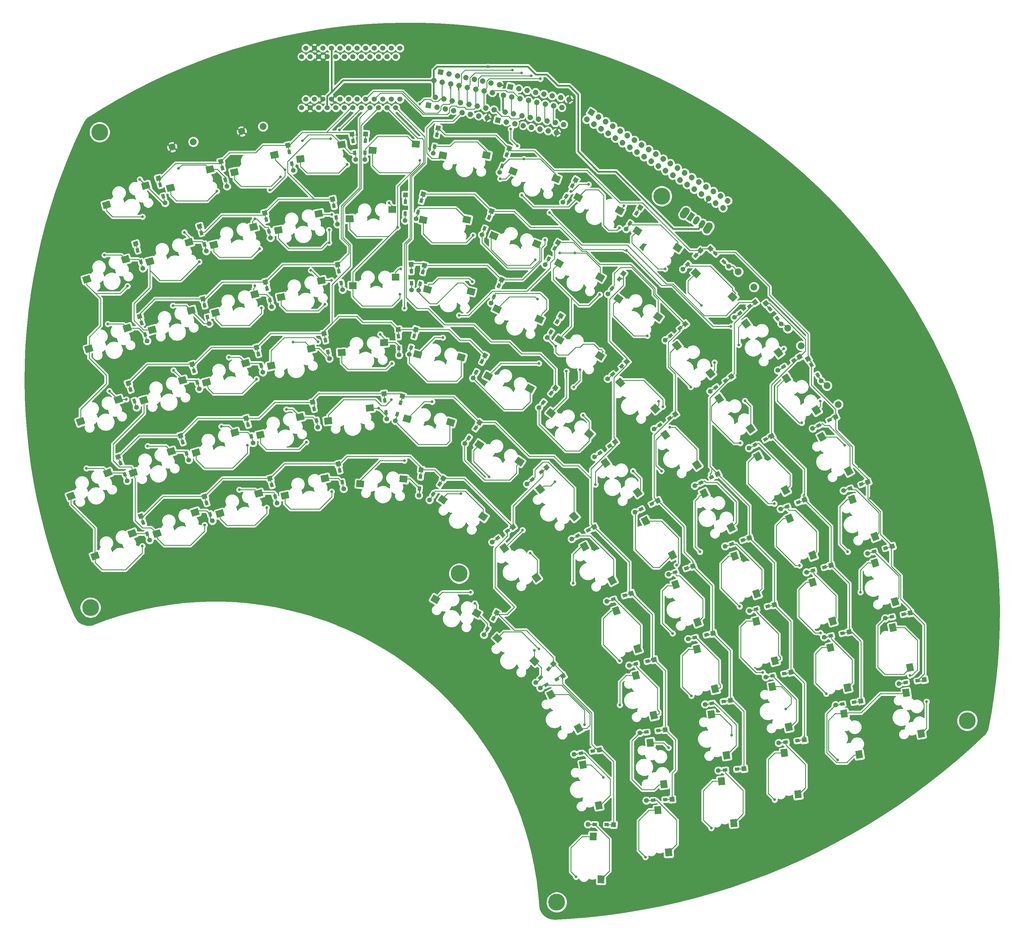
<source format=gbl>
G04 #@! TF.GenerationSoftware,KiCad,Pcbnew,(5.1.5)-3*
G04 #@! TF.CreationDate,2020-02-27T23:56:59+09:00*
G04 #@! TF.ProjectId,fan,66616e2e-6b69-4636-9164-5f7063625858,v1.2*
G04 #@! TF.SameCoordinates,Original*
G04 #@! TF.FileFunction,Copper,L2,Bot*
G04 #@! TF.FilePolarity,Positive*
%FSLAX46Y46*%
G04 Gerber Fmt 4.6, Leading zero omitted, Abs format (unit mm)*
G04 Created by KiCad (PCBNEW (5.1.5)-3) date 2020-02-27 23:56:59*
%MOMM*%
%LPD*%
G04 APERTURE LIST*
%ADD10C,1.700000*%
%ADD11C,0.100000*%
%ADD12C,1.397000*%
%ADD13R,2.300000X2.000000*%
%ADD14C,2.000000*%
%ADD15C,5.000000*%
%ADD16C,2.200000*%
%ADD17C,1.500000*%
%ADD18C,1.600000*%
%ADD19C,1.524000*%
%ADD20C,0.800000*%
%ADD21C,0.250000*%
%ADD22C,0.500000*%
%ADD23C,0.254000*%
G04 APERTURE END LIST*
D10*
X272698858Y-118647503D02*
X272698858Y-118647503D01*
X274082242Y-116517280D02*
X274082242Y-116517280D01*
X270568635Y-117264120D02*
X270568635Y-117264120D01*
X271952018Y-115133897D02*
X271952018Y-115133897D01*
X268438412Y-115880737D02*
X268438412Y-115880737D01*
X269821795Y-113750514D02*
X269821795Y-113750514D01*
X266308189Y-114497354D02*
X266308189Y-114497354D01*
X267691572Y-112367130D02*
X267691572Y-112367130D01*
X264177965Y-113113970D02*
X264177965Y-113113970D01*
X265561349Y-110983747D02*
X265561349Y-110983747D01*
X262047742Y-111730587D02*
X262047742Y-111730587D01*
X263431125Y-109600364D02*
X263431125Y-109600364D01*
X259917519Y-110347204D02*
X259917519Y-110347204D01*
X261300902Y-108216981D02*
X261300902Y-108216981D01*
X257787296Y-108963821D02*
X257787296Y-108963821D01*
X259170679Y-106833598D02*
X259170679Y-106833598D01*
X255657073Y-107580438D02*
X255657073Y-107580438D01*
X257040456Y-105450215D02*
X257040456Y-105450215D01*
X253526849Y-106197055D02*
X253526849Y-106197055D01*
X254910232Y-104066831D02*
X254910232Y-104066831D01*
X251396626Y-104813672D02*
X251396626Y-104813672D01*
X252780009Y-102683448D02*
X252780009Y-102683448D01*
X249266403Y-103430288D02*
X249266403Y-103430288D01*
X250649786Y-101300065D02*
X250649786Y-101300065D01*
X247136180Y-102046905D02*
X247136180Y-102046905D01*
X248519563Y-99916682D02*
X248519563Y-99916682D01*
X245005956Y-100663522D02*
X245005956Y-100663522D01*
X246389339Y-98533299D02*
X246389339Y-98533299D01*
X242875733Y-99280139D02*
X242875733Y-99280139D01*
X244259116Y-97149916D02*
X244259116Y-97149916D01*
X240745510Y-97896756D02*
X240745510Y-97896756D01*
X242128893Y-95766533D02*
X242128893Y-95766533D01*
X238615287Y-96513373D02*
X238615287Y-96513373D01*
X239998670Y-94383149D02*
X239998670Y-94383149D01*
X236485063Y-95129990D02*
X236485063Y-95129990D01*
X237868446Y-92999766D02*
X237868446Y-92999766D01*
X234354840Y-93746606D02*
X234354840Y-93746606D01*
X235738223Y-91616383D02*
X235738223Y-91616383D01*
X232224617Y-92363223D02*
X232224617Y-92363223D01*
G04 #@! TA.AperFunction,ComponentPad*
D11*
G36*
X233857927Y-91408813D02*
G01*
X232432187Y-90482927D01*
X233358073Y-89057187D01*
X234783813Y-89983073D01*
X233857927Y-91408813D01*
G37*
G04 #@! TD.AperFunction*
G04 #@! TA.AperFunction,SMDPad,CuDef*
G36*
X218223603Y-253400804D02*
G01*
X216859606Y-254863512D01*
X215177493Y-253294916D01*
X216541490Y-251832208D01*
X218223603Y-253400804D01*
G37*
G04 #@! TD.AperFunction*
G04 #@! TA.AperFunction,SMDPad,CuDef*
G36*
X207203135Y-246597063D02*
G01*
X205839138Y-248059771D01*
X204157025Y-246491175D01*
X205521022Y-245028467D01*
X207203135Y-246597063D01*
G37*
G04 #@! TD.AperFunction*
G04 #@! TA.AperFunction,SMDPad,CuDef*
G36*
X154741280Y-160921174D02*
G01*
X155670521Y-160723658D01*
X155940806Y-161995250D01*
X155011565Y-162192766D01*
X154741280Y-160921174D01*
G37*
G04 #@! TD.AperFunction*
D12*
X155764144Y-163448742D03*
G04 #@! TA.AperFunction,ComponentPad*
D11*
G36*
X153351394Y-155457248D02*
G01*
X154717866Y-155166796D01*
X155008318Y-156533268D01*
X153641846Y-156823720D01*
X153351394Y-155457248D01*
G37*
G04 #@! TD.AperFunction*
G04 #@! TA.AperFunction,SMDPad,CuDef*
G36*
X154003194Y-157448750D02*
G01*
X154932435Y-157251234D01*
X155202720Y-158522826D01*
X154273479Y-158720342D01*
X154003194Y-157448750D01*
G37*
G04 #@! TD.AperFunction*
G04 #@! TA.AperFunction,SMDPad,CuDef*
G36*
X218782802Y-128825690D02*
G01*
X218033589Y-130680057D01*
X215901066Y-129818462D01*
X216650279Y-127964095D01*
X218782802Y-128825690D01*
G37*
G04 #@! TD.AperFunction*
G04 #@! TA.AperFunction,SMDPad,CuDef*
G36*
X206056066Y-126423234D02*
G01*
X205306853Y-128277601D01*
X203174330Y-127416006D01*
X203923543Y-125561639D01*
X206056066Y-126423234D01*
G37*
G04 #@! TD.AperFunction*
G04 #@! TA.AperFunction,SMDPad,CuDef*
G36*
X234490265Y-185791903D02*
G01*
X233204689Y-187323992D01*
X231442787Y-185845581D01*
X232728363Y-184313492D01*
X234490265Y-185791903D01*
G37*
G04 #@! TD.AperFunction*
G04 #@! TA.AperFunction,SMDPad,CuDef*
G36*
X223128820Y-179574253D02*
G01*
X221843244Y-181106342D01*
X220081342Y-179627931D01*
X221366918Y-178095842D01*
X223128820Y-179574253D01*
G37*
G04 #@! TD.AperFunction*
G04 #@! TA.AperFunction,SMDPad,CuDef*
G36*
X329482458Y-256173891D02*
G01*
X327526163Y-256589714D01*
X327047966Y-254339975D01*
X329004261Y-253924152D01*
X329482458Y-256173891D01*
G37*
G04 #@! TD.AperFunction*
G04 #@! TA.AperFunction,SMDPad,CuDef*
G36*
X324357485Y-244279513D02*
G01*
X322401190Y-244695336D01*
X321922993Y-242445597D01*
X323879288Y-242029774D01*
X324357485Y-244279513D01*
G37*
G04 #@! TD.AperFunction*
G04 #@! TA.AperFunction,SMDPad,CuDef*
G36*
X175591148Y-118093383D02*
G01*
X175626053Y-120093078D01*
X173326404Y-120133219D01*
X173291499Y-118133524D01*
X175591148Y-118093383D01*
G37*
G04 #@! TD.AperFunction*
G04 #@! TA.AperFunction,SMDPad,CuDef*
G36*
X162937411Y-120854642D02*
G01*
X162972316Y-122854337D01*
X160672667Y-122894478D01*
X160637762Y-120894783D01*
X162937411Y-120854642D01*
G37*
G04 #@! TD.AperFunction*
D13*
X175418000Y-139256000D03*
X162718000Y-141796000D03*
G04 #@! TA.AperFunction,SMDPad,CuDef*
D11*
G36*
X219649632Y-151319331D02*
G01*
X218804396Y-153131947D01*
X216719888Y-152159925D01*
X217565124Y-150347309D01*
X219649632Y-151319331D01*
G37*
G04 #@! TD.AperFunction*
G04 #@! TA.AperFunction,SMDPad,CuDef*
G36*
X207066073Y-148254101D02*
G01*
X206220837Y-150066717D01*
X204136329Y-149094695D01*
X204981565Y-147282079D01*
X207066073Y-148254101D01*
G37*
G04 #@! TD.AperFunction*
G04 #@! TA.AperFunction,SMDPad,CuDef*
G36*
X102068620Y-110760623D02*
G01*
X102586258Y-112692475D01*
X100364628Y-113287759D01*
X99846990Y-111355907D01*
X102068620Y-110760623D01*
G37*
G04 #@! TD.AperFunction*
G04 #@! TA.AperFunction,SMDPad,CuDef*
G36*
X90458762Y-116501077D02*
G01*
X90976400Y-118432929D01*
X88754770Y-119028213D01*
X88237132Y-117096361D01*
X90458762Y-116501077D01*
G37*
G04 #@! TD.AperFunction*
G04 #@! TA.AperFunction,SMDPad,CuDef*
G36*
X182642908Y-98742889D02*
G01*
X182538236Y-100740148D01*
X180241388Y-100619775D01*
X180346060Y-98622516D01*
X182642908Y-98742889D01*
G37*
G04 #@! TD.AperFunction*
G04 #@! TA.AperFunction,SMDPad,CuDef*
G36*
X169827380Y-100614741D02*
G01*
X169722708Y-102612000D01*
X167425860Y-102491627D01*
X167530532Y-100494368D01*
X169827380Y-100614741D01*
G37*
G04 #@! TD.AperFunction*
G04 #@! TA.AperFunction,SMDPad,CuDef*
G36*
X203753897Y-102205483D02*
G01*
X203372279Y-104168738D01*
X201114537Y-103729877D01*
X201496155Y-101766622D01*
X203753897Y-102205483D01*
G37*
G04 #@! TD.AperFunction*
G04 #@! TA.AperFunction,SMDPad,CuDef*
G36*
X190802577Y-102275542D02*
G01*
X190420959Y-104238797D01*
X188163217Y-103799936D01*
X188544835Y-101836681D01*
X190802577Y-102275542D01*
G37*
G04 #@! TD.AperFunction*
G04 #@! TA.AperFunction,SMDPad,CuDef*
G36*
X237462518Y-319393765D02*
G01*
X235462823Y-319358860D01*
X235502964Y-317059211D01*
X237502659Y-317094116D01*
X237462518Y-319393765D01*
G37*
G04 #@! TD.AperFunction*
G04 #@! TA.AperFunction,SMDPad,CuDef*
G36*
X235144551Y-306651370D02*
G01*
X233144856Y-306616465D01*
X233184997Y-304316816D01*
X235184692Y-304351721D01*
X235144551Y-306651370D01*
G37*
G04 #@! TD.AperFunction*
G04 #@! TA.AperFunction,SMDPad,CuDef*
G36*
X254946012Y-150924145D02*
G01*
X253770441Y-152542179D01*
X251909702Y-151190273D01*
X253085273Y-149572239D01*
X254946012Y-150924145D01*
G37*
G04 #@! TD.AperFunction*
G04 #@! TA.AperFunction,SMDPad,CuDef*
G36*
X243178522Y-145514175D02*
G01*
X242002951Y-147132209D01*
X240142212Y-145780303D01*
X241317783Y-144162269D01*
X243178522Y-145514175D01*
G37*
G04 #@! TD.AperFunction*
G04 #@! TA.AperFunction,SMDPad,CuDef*
G36*
X90678815Y-196028667D02*
G01*
X91395550Y-197895828D01*
X89248315Y-198720075D01*
X88531580Y-196852914D01*
X90678815Y-196028667D01*
G37*
G04 #@! TD.AperFunction*
G04 #@! TA.AperFunction,SMDPad,CuDef*
G36*
X79732598Y-202951234D02*
G01*
X80449333Y-204818395D01*
X78302098Y-205642642D01*
X77585363Y-203775481D01*
X79732598Y-202951234D01*
G37*
G04 #@! TD.AperFunction*
G04 #@! TA.AperFunction,SMDPad,CuDef*
G36*
X199208088Y-142789955D02*
G01*
X198724244Y-144730547D01*
X196492564Y-144174127D01*
X196976408Y-142233535D01*
X199208088Y-142789955D01*
G37*
G04 #@! TD.AperFunction*
G04 #@! TA.AperFunction,SMDPad,CuDef*
G36*
X186270850Y-142182098D02*
G01*
X185787006Y-144122690D01*
X183555326Y-143566270D01*
X184039170Y-141625678D01*
X186270850Y-142182098D01*
G37*
G04 #@! TD.AperFunction*
G04 #@! TA.AperFunction,SMDPad,CuDef*
G36*
X197921897Y-121351483D02*
G01*
X197540279Y-123314738D01*
X195282537Y-122875877D01*
X195664155Y-120912622D01*
X197921897Y-121351483D01*
G37*
G04 #@! TD.AperFunction*
G04 #@! TA.AperFunction,SMDPad,CuDef*
G36*
X184970577Y-121421542D02*
G01*
X184588959Y-123384797D01*
X182331217Y-122945936D01*
X182712835Y-120982681D01*
X184970577Y-121421542D01*
G37*
G04 #@! TD.AperFunction*
G04 #@! TA.AperFunction,SMDPad,CuDef*
G36*
X277007729Y-302524540D02*
G01*
X275015339Y-302698852D01*
X274814881Y-300407604D01*
X276807271Y-300233292D01*
X277007729Y-302524540D01*
G37*
G04 #@! TD.AperFunction*
G04 #@! TA.AperFunction,SMDPad,CuDef*
G36*
X273370516Y-290094243D02*
G01*
X271378126Y-290268555D01*
X271177668Y-287977307D01*
X273170058Y-287802995D01*
X273370516Y-290094243D01*
G37*
G04 #@! TD.AperFunction*
G04 #@! TA.AperFunction,SMDPad,CuDef*
G36*
X311473795Y-197437973D02*
G01*
X309691782Y-198345954D01*
X308647603Y-196296639D01*
X310429616Y-195388658D01*
X311473795Y-197437973D01*
G37*
G04 #@! TD.AperFunction*
G04 #@! TA.AperFunction,SMDPad,CuDef*
G36*
X303444959Y-187275326D02*
G01*
X301662946Y-188183307D01*
X300618767Y-186133992D01*
X302400780Y-185226011D01*
X303444959Y-187275326D01*
G37*
G04 #@! TD.AperFunction*
G04 #@! TA.AperFunction,SMDPad,CuDef*
G36*
X271559060Y-262485735D02*
G01*
X269610320Y-262935637D01*
X269092932Y-260694585D01*
X271041672Y-260244683D01*
X271559060Y-262485735D01*
G37*
G04 #@! TD.AperFunction*
G04 #@! TA.AperFunction,SMDPad,CuDef*
G36*
X266227281Y-250682611D02*
G01*
X264278541Y-251132513D01*
X263761153Y-248891461D01*
X265709893Y-248441559D01*
X266227281Y-250682611D01*
G37*
G04 #@! TD.AperFunction*
G04 #@! TA.AperFunction,SMDPad,CuDef*
G36*
X237678084Y-162425113D02*
G01*
X236588806Y-164102454D01*
X234659864Y-162849785D01*
X235749142Y-161172444D01*
X237678084Y-162425113D01*
G37*
G04 #@! TD.AperFunction*
G04 #@! TA.AperFunction,SMDPad,CuDef*
G36*
X225643585Y-157638421D02*
G01*
X224554307Y-159315762D01*
X222625365Y-158063093D01*
X223714643Y-156385752D01*
X225643585Y-157638421D01*
G37*
G04 #@! TD.AperFunction*
G04 #@! TA.AperFunction,SMDPad,CuDef*
G36*
X160409597Y-98660224D02*
G01*
X160687943Y-100640760D01*
X158410327Y-100960858D01*
X158131981Y-98980322D01*
X160409597Y-98660224D01*
G37*
G04 #@! TD.AperFunction*
G04 #@! TA.AperFunction,SMDPad,CuDef*
G36*
X148186692Y-102943003D02*
G01*
X148465038Y-104923539D01*
X146187422Y-105243637D01*
X145909076Y-103263101D01*
X148186692Y-102943003D01*
G37*
G04 #@! TD.AperFunction*
G04 #@! TA.AperFunction,SMDPad,CuDef*
G36*
X121188964Y-105920625D02*
G01*
X121672808Y-107861217D01*
X119441128Y-108417637D01*
X118957284Y-106477045D01*
X121188964Y-105920625D01*
G37*
G04 #@! TD.AperFunction*
G04 #@! TA.AperFunction,SMDPad,CuDef*
G36*
X109480689Y-111457584D02*
G01*
X109964533Y-113398176D01*
X107732853Y-113954596D01*
X107249009Y-112014004D01*
X109480689Y-111457584D01*
G37*
G04 #@! TD.AperFunction*
G04 #@! TA.AperFunction,SMDPad,CuDef*
G36*
X314317229Y-282084286D02*
G01*
X312341852Y-282397155D01*
X311982053Y-280125472D01*
X313957430Y-279812603D01*
X314317229Y-282084286D01*
G37*
G04 #@! TD.AperFunction*
G04 #@! TA.AperFunction,SMDPad,CuDef*
G36*
X309821783Y-269937988D02*
G01*
X307846406Y-270250857D01*
X307486607Y-267979174D01*
X309461984Y-267666305D01*
X309821783Y-269937988D01*
G37*
G04 #@! TD.AperFunction*
G04 #@! TA.AperFunction,SMDPad,CuDef*
G36*
X257618114Y-311299316D02*
G01*
X255620855Y-311403988D01*
X255500482Y-309107140D01*
X257497741Y-309002468D01*
X257618114Y-311299316D01*
G37*
G04 #@! TD.AperFunction*
G04 #@! TA.AperFunction,SMDPad,CuDef*
G36*
X254416929Y-298749654D02*
G01*
X252419670Y-298854326D01*
X252299297Y-296557478D01*
X254296556Y-296452806D01*
X254416929Y-298749654D01*
G37*
G04 #@! TD.AperFunction*
G04 #@! TA.AperFunction,SMDPad,CuDef*
G36*
X96045742Y-132652962D02*
G01*
X96597016Y-134575486D01*
X94386114Y-135209452D01*
X93834840Y-133286928D01*
X96045742Y-132652962D01*
G37*
G04 #@! TD.AperFunction*
G04 #@! TA.AperFunction,SMDPad,CuDef*
G36*
X84537838Y-138595161D02*
G01*
X85089112Y-140517685D01*
X82878210Y-141151651D01*
X82326936Y-139229127D01*
X84537838Y-138595161D01*
G37*
G04 #@! TD.AperFunction*
G04 #@! TA.AperFunction,SMDPad,CuDef*
G36*
X96548373Y-153073669D02*
G01*
X97133116Y-154986278D01*
X94933615Y-155658733D01*
X94348872Y-153746124D01*
X96548373Y-153073669D01*
G37*
G04 #@! TD.AperFunction*
G04 #@! TA.AperFunction,SMDPad,CuDef*
G36*
X85145927Y-159215804D02*
G01*
X85730670Y-161128413D01*
X83531169Y-161800868D01*
X82946426Y-159888259D01*
X85145927Y-159215804D01*
G37*
G04 #@! TD.AperFunction*
G04 #@! TA.AperFunction,SMDPad,CuDef*
G36*
X229976287Y-210583544D02*
G01*
X228444198Y-211869120D01*
X226965787Y-210107218D01*
X228497876Y-208821642D01*
X229976287Y-210583544D01*
G37*
G04 #@! TD.AperFunction*
G04 #@! TA.AperFunction,SMDPad,CuDef*
G36*
X219867131Y-202487460D02*
G01*
X218335042Y-203773036D01*
X216856631Y-202011134D01*
X218388720Y-200725558D01*
X219867131Y-202487460D01*
G37*
G04 #@! TD.AperFunction*
G04 #@! TA.AperFunction,SMDPad,CuDef*
G36*
X259140795Y-222437973D02*
G01*
X257358782Y-223345954D01*
X256314603Y-221296639D01*
X258096616Y-220388658D01*
X259140795Y-222437973D01*
G37*
G04 #@! TD.AperFunction*
G04 #@! TA.AperFunction,SMDPad,CuDef*
G36*
X251111959Y-212275326D02*
G01*
X249329946Y-213183307D01*
X248285767Y-211133992D01*
X250067780Y-210226011D01*
X251111959Y-212275326D01*
G37*
G04 #@! TD.AperFunction*
G04 #@! TA.AperFunction,SMDPad,CuDef*
G36*
X277080787Y-145121050D02*
G01*
X275691470Y-146559730D01*
X274036989Y-144962016D01*
X275426306Y-143523336D01*
X277080787Y-145121050D01*
G37*
G04 #@! TD.AperFunction*
G04 #@! TA.AperFunction,SMDPad,CuDef*
G36*
X266180739Y-138126012D02*
G01*
X264791422Y-139564692D01*
X263136941Y-137966978D01*
X264526258Y-136528298D01*
X266180739Y-138126012D01*
G37*
G04 #@! TD.AperFunction*
G04 #@! TA.AperFunction,SMDPad,CuDef*
G36*
X237742274Y-138986925D02*
G01*
X236742274Y-140718975D01*
X234750416Y-139568975D01*
X235750416Y-137836925D01*
X237742274Y-138986925D01*
G37*
G04 #@! TD.AperFunction*
G04 #@! TA.AperFunction,SMDPad,CuDef*
G36*
X225473751Y-134836629D02*
G01*
X224473751Y-136568679D01*
X222481893Y-135418679D01*
X223481893Y-133686629D01*
X225473751Y-134836629D01*
G37*
G04 #@! TD.AperFunction*
G04 #@! TA.AperFunction,SMDPad,CuDef*
G36*
X276553795Y-214223973D02*
G01*
X274771782Y-215131954D01*
X273727603Y-213082639D01*
X275509616Y-212174658D01*
X276553795Y-214223973D01*
G37*
G04 #@! TD.AperFunction*
G04 #@! TA.AperFunction,SMDPad,CuDef*
G36*
X268524959Y-204061326D02*
G01*
X266742946Y-204969307D01*
X265698767Y-202919992D01*
X267480780Y-202012011D01*
X268524959Y-204061326D01*
G37*
G04 #@! TD.AperFunction*
G04 #@! TA.AperFunction,SMDPad,CuDef*
G36*
X290721082Y-162003545D02*
G01*
X289123811Y-163207175D01*
X287739636Y-161370313D01*
X289336907Y-160166683D01*
X290721082Y-162003545D01*
G37*
G04 #@! TD.AperFunction*
G04 #@! TA.AperFunction,SMDPad,CuDef*
G36*
X281049497Y-153389485D02*
G01*
X279452226Y-154593115D01*
X278068051Y-152756253D01*
X279665322Y-151552623D01*
X281049497Y-153389485D01*
G37*
G04 #@! TD.AperFunction*
G04 #@! TA.AperFunction,SMDPad,CuDef*
G36*
X266429209Y-195421903D02*
G01*
X264790905Y-196569056D01*
X263471679Y-194685007D01*
X265109983Y-193537854D01*
X266429209Y-195421903D01*
G37*
G04 #@! TD.AperFunction*
G04 #@! TA.AperFunction,SMDPad,CuDef*
G36*
X257064142Y-186475556D02*
G01*
X255425838Y-187622709D01*
X254106612Y-185738660D01*
X255744916Y-184591507D01*
X257064142Y-186475556D01*
G37*
G04 #@! TD.AperFunction*
G04 #@! TA.AperFunction,SMDPad,CuDef*
G36*
X236999513Y-297199207D02*
G01*
X235029898Y-297546503D01*
X234630507Y-295281445D01*
X236600122Y-294934149D01*
X236999513Y-297199207D01*
G37*
G04 #@! TD.AperFunction*
G04 #@! TA.AperFunction,SMDPad,CuDef*
G36*
X232292770Y-285133214D02*
G01*
X230323155Y-285480510D01*
X229923764Y-283215452D01*
X231893379Y-282868156D01*
X232292770Y-285133214D01*
G37*
G04 #@! TD.AperFunction*
G04 #@! TA.AperFunction,SMDPad,CuDef*
G36*
X296124188Y-293954101D02*
G01*
X294139096Y-294197839D01*
X293858796Y-291914983D01*
X295843888Y-291671245D01*
X296124188Y-293954101D01*
G37*
G04 #@! TD.AperFunction*
G04 #@! TA.AperFunction,SMDPad,CuDef*
G36*
X292055380Y-281658313D02*
G01*
X290070288Y-281902051D01*
X289789988Y-279619195D01*
X291775080Y-279375457D01*
X292055380Y-281658313D01*
G37*
G04 #@! TD.AperFunction*
G04 #@! TA.AperFunction,SMDPad,CuDef*
G36*
X292701520Y-203075025D02*
G01*
X290935625Y-204013968D01*
X289855840Y-201983189D01*
X291621735Y-201044246D01*
X292701520Y-203075025D01*
G37*
G04 #@! TD.AperFunction*
G04 #@! TA.AperFunction,SMDPad,CuDef*
G36*
X284496544Y-193054048D02*
G01*
X282730649Y-193992991D01*
X281650864Y-191962212D01*
X283416759Y-191023269D01*
X284496544Y-193054048D01*
G37*
G04 #@! TD.AperFunction*
G04 #@! TA.AperFunction,SMDPad,CuDef*
G36*
X282405209Y-184635903D02*
G01*
X280766905Y-185783056D01*
X279447679Y-183899007D01*
X281085983Y-182751854D01*
X282405209Y-184635903D01*
G37*
G04 #@! TD.AperFunction*
G04 #@! TA.AperFunction,SMDPad,CuDef*
G36*
X273040142Y-175689556D02*
G01*
X271401838Y-176836709D01*
X270082612Y-174952660D01*
X271720916Y-173805507D01*
X273040142Y-175689556D01*
G37*
G04 #@! TD.AperFunction*
G04 #@! TA.AperFunction,SMDPad,CuDef*
G36*
X289366375Y-254125964D02*
G01*
X287425783Y-254609808D01*
X286869363Y-252378128D01*
X288809955Y-251894284D01*
X289366375Y-254125964D01*
G37*
G04 #@! TD.AperFunction*
G04 #@! TA.AperFunction,SMDPad,CuDef*
G36*
X283829416Y-242417689D02*
G01*
X281888824Y-242901533D01*
X281332404Y-240669853D01*
X283272996Y-240186009D01*
X283829416Y-242417689D01*
G37*
G04 #@! TD.AperFunction*
G04 #@! TA.AperFunction,SMDPad,CuDef*
G36*
X241234520Y-229888025D02*
G01*
X239468625Y-230826968D01*
X238388840Y-228796189D01*
X240154735Y-227857246D01*
X241234520Y-229888025D01*
G37*
G04 #@! TD.AperFunction*
G04 #@! TA.AperFunction,SMDPad,CuDef*
G36*
X233029544Y-219867048D02*
G01*
X231263649Y-220805991D01*
X230183864Y-218775212D01*
X231949759Y-217836269D01*
X233029544Y-219867048D01*
G37*
G04 #@! TD.AperFunction*
G04 #@! TA.AperFunction,SMDPad,CuDef*
G36*
X196309565Y-162351444D02*
G01*
X195791927Y-164283296D01*
X193570297Y-163688012D01*
X194087935Y-161756160D01*
X196309565Y-162351444D01*
G37*
G04 #@! TD.AperFunction*
G04 #@! TA.AperFunction,SMDPad,CuDef*
G36*
X183384906Y-161517894D02*
G01*
X182867268Y-163449746D01*
X180645638Y-162854462D01*
X181163276Y-160922610D01*
X183384906Y-161517894D01*
G37*
G04 #@! TD.AperFunction*
G04 #@! TA.AperFunction,SMDPad,CuDef*
G36*
X306570038Y-242290742D02*
G01*
X304647514Y-242842016D01*
X304013548Y-240631114D01*
X305936072Y-240079840D01*
X306570038Y-242290742D01*
G37*
G04 #@! TD.AperFunction*
G04 #@! TA.AperFunction,SMDPad,CuDef*
G36*
X300627839Y-230782838D02*
G01*
X298705315Y-231334112D01*
X298071349Y-229123210D01*
X299993873Y-228571936D01*
X300627839Y-230782838D01*
G37*
G04 #@! TD.AperFunction*
G04 #@! TA.AperFunction,SMDPad,CuDef*
G36*
X155383891Y-197810542D02*
G01*
X155799714Y-199766837D01*
X153549975Y-200245034D01*
X153134152Y-198288739D01*
X155383891Y-197810542D01*
G37*
G04 #@! TD.AperFunction*
G04 #@! TA.AperFunction,SMDPad,CuDef*
G36*
X143489513Y-202935515D02*
G01*
X143905336Y-204891810D01*
X141655597Y-205370007D01*
X141239774Y-203413712D01*
X143489513Y-202935515D01*
G37*
G04 #@! TD.AperFunction*
G04 #@! TA.AperFunction,SMDPad,CuDef*
G36*
X319192757Y-217066731D02*
G01*
X317313372Y-217750772D01*
X316526725Y-215589479D01*
X318406110Y-214905438D01*
X319192757Y-217066731D01*
G37*
G04 #@! TD.AperFunction*
G04 #@! TA.AperFunction,SMDPad,CuDef*
G36*
X312462282Y-206001366D02*
G01*
X310582897Y-206685407D01*
X309796250Y-204524114D01*
X311675635Y-203840073D01*
X312462282Y-206001366D01*
G37*
G04 #@! TD.AperFunction*
G04 #@! TA.AperFunction,SMDPad,CuDef*
G36*
X201022274Y-238841925D02*
G01*
X200022274Y-240573975D01*
X198030416Y-239423975D01*
X199030416Y-237691925D01*
X201022274Y-238841925D01*
G37*
G04 #@! TD.AperFunction*
G04 #@! TA.AperFunction,SMDPad,CuDef*
G36*
X188753751Y-234691629D02*
G01*
X187753751Y-236423679D01*
X185761893Y-235273679D01*
X186761893Y-233541629D01*
X188753751Y-234691629D01*
G37*
G04 #@! TD.AperFunction*
G04 #@! TA.AperFunction,SMDPad,CuDef*
G36*
X248659232Y-250470553D02*
G01*
X246757119Y-251088587D01*
X246046380Y-248901157D01*
X247948493Y-248283123D01*
X248659232Y-250470553D01*
G37*
G04 #@! TD.AperFunction*
G04 #@! TA.AperFunction,SMDPad,CuDef*
G36*
X242319033Y-239177039D02*
G01*
X240416920Y-239795073D01*
X239706181Y-237607643D01*
X241608294Y-236989609D01*
X242319033Y-239177039D01*
G37*
G04 #@! TD.AperFunction*
G04 #@! TA.AperFunction,SMDPad,CuDef*
G36*
X253385060Y-270320735D02*
G01*
X251436320Y-270770637D01*
X250918932Y-268529585D01*
X252867672Y-268079683D01*
X253385060Y-270320735D01*
G37*
G04 #@! TD.AperFunction*
G04 #@! TA.AperFunction,SMDPad,CuDef*
G36*
X248053281Y-258517611D02*
G01*
X246104541Y-258967513D01*
X245587153Y-256726461D01*
X247535893Y-256276559D01*
X248053281Y-258517611D01*
G37*
G04 #@! TD.AperFunction*
G04 #@! TA.AperFunction,SMDPad,CuDef*
G36*
X284030716Y-234104325D02*
G01*
X282139679Y-234755462D01*
X281390872Y-232580769D01*
X283281909Y-231929632D01*
X284030716Y-234104325D01*
G37*
G04 #@! TD.AperFunction*
G04 #@! TA.AperFunction,SMDPad,CuDef*
G36*
X277494383Y-222923182D02*
G01*
X275603346Y-223574319D01*
X274854539Y-221399626D01*
X276745576Y-220748489D01*
X277494383Y-222923182D01*
G37*
G04 #@! TD.AperFunction*
G04 #@! TA.AperFunction,SMDPad,CuDef*
G36*
X270500978Y-168128009D02*
G01*
X268946686Y-169386650D01*
X267499250Y-167599215D01*
X269053542Y-166340574D01*
X270500978Y-168128009D01*
G37*
G04 #@! TD.AperFunction*
G04 #@! TA.AperFunction,SMDPad,CuDef*
G36*
X260534658Y-159856729D02*
G01*
X258980366Y-161115370D01*
X257532930Y-159327935D01*
X259087222Y-158069294D01*
X260534658Y-159856729D01*
G37*
G04 #@! TD.AperFunction*
G04 #@! TA.AperFunction,SMDPad,CuDef*
G36*
X274919229Y-282309286D02*
G01*
X272943852Y-282622155D01*
X272584053Y-280350472D01*
X274559430Y-280037603D01*
X274919229Y-282309286D01*
G37*
G04 #@! TD.AperFunction*
G04 #@! TA.AperFunction,SMDPad,CuDef*
G36*
X270423783Y-270162988D02*
G01*
X268448406Y-270475857D01*
X268088607Y-268204174D01*
X270063984Y-267891305D01*
X270423783Y-270162988D01*
G37*
G04 #@! TD.AperFunction*
G04 #@! TA.AperFunction,SMDPad,CuDef*
G36*
X293449600Y-273866395D02*
G01*
X291486345Y-274248013D01*
X291047484Y-271990271D01*
X293010739Y-271608653D01*
X293449600Y-273866395D01*
G37*
G04 #@! TD.AperFunction*
G04 #@! TA.AperFunction,SMDPad,CuDef*
G36*
X288532993Y-261884385D02*
G01*
X286569738Y-262266003D01*
X286130877Y-260008261D01*
X288094132Y-259626643D01*
X288532993Y-261884385D01*
G37*
G04 #@! TD.AperFunction*
G04 #@! TA.AperFunction,SMDPad,CuDef*
G36*
X260741168Y-130294761D02*
G01*
X259622782Y-131952836D01*
X257715996Y-130666693D01*
X258834382Y-129008618D01*
X260741168Y-130294761D01*
G37*
G04 #@! TD.AperFunction*
G04 #@! TA.AperFunction,SMDPad,CuDef*
G36*
X248792041Y-125298767D02*
G01*
X247673655Y-126956842D01*
X245766869Y-125670699D01*
X246885255Y-124012624D01*
X248792041Y-125298767D01*
G37*
G04 #@! TD.AperFunction*
G04 #@! TA.AperFunction,SMDPad,CuDef*
G36*
X266487716Y-242528325D02*
G01*
X264596679Y-243179462D01*
X263847872Y-241004769D01*
X265738909Y-240353632D01*
X266487716Y-242528325D01*
G37*
G04 #@! TD.AperFunction*
G04 #@! TA.AperFunction,SMDPad,CuDef*
G36*
X259951383Y-231347182D02*
G01*
X258060346Y-231998319D01*
X257311539Y-229823626D01*
X259202576Y-229172489D01*
X259951383Y-231347182D01*
G37*
G04 #@! TD.AperFunction*
G04 #@! TA.AperFunction,SMDPad,CuDef*
G36*
X231219520Y-273859025D02*
G01*
X229453625Y-274797968D01*
X228373840Y-272767189D01*
X230139735Y-271828246D01*
X231219520Y-273859025D01*
G37*
G04 #@! TD.AperFunction*
G04 #@! TA.AperFunction,SMDPad,CuDef*
G36*
X223014544Y-263838048D02*
G01*
X221248649Y-264776991D01*
X220168864Y-262746212D01*
X221934759Y-261807269D01*
X223014544Y-263838048D01*
G37*
G04 #@! TD.AperFunction*
G04 #@! TA.AperFunction,SMDPad,CuDef*
G36*
X300701333Y-222613815D02*
G01*
X298834172Y-223330550D01*
X298009925Y-221183315D01*
X299877086Y-220466580D01*
X300701333Y-222613815D01*
G37*
G04 #@! TD.AperFunction*
G04 #@! TA.AperFunction,SMDPad,CuDef*
G36*
X293778766Y-211667598D02*
G01*
X291911605Y-212384333D01*
X291087358Y-210237098D01*
X292954519Y-209520363D01*
X293778766Y-211667598D01*
G37*
G04 #@! TD.AperFunction*
G04 #@! TA.AperFunction,SMDPad,CuDef*
G36*
X310933458Y-262149891D02*
G01*
X308977163Y-262565714D01*
X308498966Y-260315975D01*
X310455261Y-259900152D01*
X310933458Y-262149891D01*
G37*
G04 #@! TD.AperFunction*
G04 #@! TA.AperFunction,SMDPad,CuDef*
G36*
X305808485Y-250255513D02*
G01*
X303852190Y-250671336D01*
X303373993Y-248421597D01*
X305330288Y-248005774D01*
X305808485Y-250255513D01*
G37*
G04 #@! TD.AperFunction*
G04 #@! TA.AperFunction,SMDPad,CuDef*
G36*
X332761229Y-275886286D02*
G01*
X330785852Y-276199155D01*
X330426053Y-273927472D01*
X332401430Y-273614603D01*
X332761229Y-275886286D01*
G37*
G04 #@! TD.AperFunction*
G04 #@! TA.AperFunction,SMDPad,CuDef*
G36*
X328265783Y-263739988D02*
G01*
X326290406Y-264052857D01*
X325930607Y-261781174D01*
X327905984Y-261468305D01*
X328265783Y-263739988D01*
G37*
G04 #@! TD.AperFunction*
G04 #@! TA.AperFunction,SMDPad,CuDef*
G36*
X248829513Y-203583520D02*
G01*
X247211479Y-204759091D01*
X245859573Y-202898352D01*
X247477607Y-201722781D01*
X248829513Y-203583520D01*
G37*
G04 #@! TD.AperFunction*
G04 #@! TA.AperFunction,SMDPad,CuDef*
G36*
X239309737Y-194801979D02*
G01*
X237691703Y-195977550D01*
X236339797Y-194116811D01*
X237957831Y-192941240D01*
X239309737Y-194801979D01*
G37*
G04 #@! TD.AperFunction*
G04 #@! TA.AperFunction,SMDPad,CuDef*
G36*
X325110038Y-236520742D02*
G01*
X323187514Y-237072016D01*
X322553548Y-234861114D01*
X324476072Y-234309840D01*
X325110038Y-236520742D01*
G37*
G04 #@! TD.AperFunction*
G04 #@! TA.AperFunction,SMDPad,CuDef*
G36*
X319167839Y-225012838D02*
G01*
X317245315Y-225564112D01*
X316611349Y-223353210D01*
X318533873Y-222801936D01*
X319167839Y-225012838D01*
G37*
G04 #@! TD.AperFunction*
G04 #@! TA.AperFunction,SMDPad,CuDef*
G36*
X256268188Y-290945101D02*
G01*
X254283096Y-291188839D01*
X254002796Y-288905983D01*
X255987888Y-288662245D01*
X256268188Y-290945101D01*
G37*
G04 #@! TD.AperFunction*
G04 #@! TA.AperFunction,SMDPad,CuDef*
G36*
X252199380Y-278649313D02*
G01*
X250214288Y-278893051D01*
X249933988Y-276610195D01*
X251919080Y-276366457D01*
X252199380Y-278649313D01*
G37*
G04 #@! TD.AperFunction*
G04 #@! TA.AperFunction,SMDPad,CuDef*
G36*
X254092591Y-178524463D02*
G01*
X252606301Y-179862724D01*
X251067301Y-178153491D01*
X252553591Y-176815230D01*
X254092591Y-178524463D01*
G37*
G04 #@! TD.AperFunction*
G04 #@! TA.AperFunction,SMDPad,CuDef*
G36*
X243707044Y-170786115D02*
G01*
X242220754Y-172124376D01*
X240681754Y-170415143D01*
X242168044Y-169076882D01*
X243707044Y-170786115D01*
G37*
G04 #@! TD.AperFunction*
G04 #@! TA.AperFunction,SMDPad,CuDef*
G36*
X153552395Y-119170400D02*
G01*
X153934013Y-121133655D01*
X151676271Y-121572516D01*
X151294653Y-119609261D01*
X153552395Y-119170400D01*
G37*
G04 #@! TD.AperFunction*
G04 #@! TA.AperFunction,SMDPad,CuDef*
G36*
X141570385Y-124087007D02*
G01*
X141952003Y-126050262D01*
X139694261Y-126489123D01*
X139312643Y-124525868D01*
X141570385Y-124087007D01*
G37*
G04 #@! TD.AperFunction*
G04 #@! TA.AperFunction,SMDPad,CuDef*
G36*
X173140242Y-157605667D02*
G01*
X173210041Y-159604448D01*
X170911442Y-159684717D01*
X170841643Y-157685936D01*
X173140242Y-157605667D01*
G37*
G04 #@! TD.AperFunction*
G04 #@! TA.AperFunction,SMDPad,CuDef*
G36*
X160536624Y-160587343D02*
G01*
X160606423Y-162586124D01*
X158307824Y-162666393D01*
X158238025Y-160667612D01*
X160536624Y-160587343D01*
G37*
G04 #@! TD.AperFunction*
G04 #@! TA.AperFunction,SMDPad,CuDef*
G36*
X202929168Y-210171761D02*
G01*
X201810782Y-211829836D01*
X199903996Y-210543693D01*
X201022382Y-208885618D01*
X202929168Y-210171761D01*
G37*
G04 #@! TD.AperFunction*
G04 #@! TA.AperFunction,SMDPad,CuDef*
G36*
X190980041Y-205175767D02*
G01*
X189861655Y-206833842D01*
X187954869Y-205547699D01*
X189073255Y-203889624D01*
X190980041Y-205175767D01*
G37*
G04 #@! TD.AperFunction*
G04 #@! TA.AperFunction,SMDPad,CuDef*
G36*
X301917001Y-179220024D02*
G01*
X300220905Y-180279863D01*
X299002091Y-178329352D01*
X300698187Y-177269513D01*
X301917001Y-179220024D01*
G37*
G04 #@! TD.AperFunction*
G04 #@! TA.AperFunction,SMDPad,CuDef*
G36*
X293032984Y-169795808D02*
G01*
X291336888Y-170855647D01*
X290118074Y-168905136D01*
X291814170Y-167845297D01*
X293032984Y-169795808D01*
G37*
G04 #@! TD.AperFunction*
G04 #@! TA.AperFunction,SMDPad,CuDef*
G36*
X168845761Y-176977506D02*
G01*
X169054818Y-178966550D01*
X166767417Y-179206966D01*
X166558360Y-177217922D01*
X168845761Y-176977506D01*
G37*
G04 #@! TD.AperFunction*
G04 #@! TA.AperFunction,SMDPad,CuDef*
G36*
X156480835Y-180831103D02*
G01*
X156689892Y-182820147D01*
X154402491Y-183060563D01*
X154193434Y-181071519D01*
X156480835Y-180831103D01*
G37*
G04 #@! TD.AperFunction*
G04 #@! TA.AperFunction,SMDPad,CuDef*
G36*
X134161735Y-123068940D02*
G01*
X134611637Y-125017680D01*
X132370585Y-125535068D01*
X131920683Y-123586328D01*
X134161735Y-123068940D01*
G37*
G04 #@! TD.AperFunction*
G04 #@! TA.AperFunction,SMDPad,CuDef*
G36*
X122358611Y-128400719D02*
G01*
X122808513Y-130349459D01*
X120567461Y-130866847D01*
X120117559Y-128918107D01*
X122358611Y-128400719D01*
G37*
G04 #@! TD.AperFunction*
G04 #@! TA.AperFunction,SMDPad,CuDef*
G36*
X243499180Y-119116273D02*
G01*
X242529561Y-120865513D01*
X240517936Y-119750451D01*
X241487555Y-118001211D01*
X243499180Y-119116273D01*
G37*
G04 #@! TD.AperFunction*
G04 #@! TA.AperFunction,SMDPad,CuDef*
G36*
X231160093Y-115180725D02*
G01*
X230190474Y-116929965D01*
X228178849Y-115814903D01*
X229148468Y-114065663D01*
X231160093Y-115180725D01*
G37*
G04 #@! TD.AperFunction*
G04 #@! TA.AperFunction,SMDPad,CuDef*
G36*
X179023327Y-198324305D02*
G01*
X178849015Y-200316695D01*
X176557767Y-200116237D01*
X176732079Y-198123847D01*
X179023327Y-198324305D01*
G37*
G04 #@! TD.AperFunction*
G04 #@! TA.AperFunction,SMDPad,CuDef*
G36*
X166150279Y-199747761D02*
G01*
X165975967Y-201740151D01*
X163684719Y-201539693D01*
X163859031Y-199547303D01*
X166150279Y-199747761D01*
G37*
G04 #@! TD.AperFunction*
G04 #@! TA.AperFunction,SMDPad,CuDef*
G36*
X154335395Y-139052400D02*
G01*
X154717013Y-141015655D01*
X152459271Y-141454516D01*
X152077653Y-139491261D01*
X154335395Y-139052400D01*
G37*
G04 #@! TD.AperFunction*
G04 #@! TA.AperFunction,SMDPad,CuDef*
G36*
X142353385Y-143969007D02*
G01*
X142735003Y-145932262D01*
X140477261Y-146371123D01*
X140095643Y-144407868D01*
X142353385Y-143969007D01*
G37*
G04 #@! TD.AperFunction*
G04 #@! TA.AperFunction,SMDPad,CuDef*
G36*
X218762513Y-228869520D02*
G01*
X217144479Y-230045091D01*
X215792573Y-228184352D01*
X217410607Y-227008781D01*
X218762513Y-228869520D01*
G37*
G04 #@! TD.AperFunction*
G04 #@! TA.AperFunction,SMDPad,CuDef*
G36*
X209242737Y-220087979D02*
G01*
X207624703Y-221263550D01*
X206272797Y-219402811D01*
X207890831Y-218227240D01*
X209242737Y-220087979D01*
G37*
G04 #@! TD.AperFunction*
G04 #@! TA.AperFunction,SMDPad,CuDef*
G36*
X216812357Y-172009241D02*
G01*
X215873414Y-173775136D01*
X213842635Y-172695351D01*
X214781578Y-170929456D01*
X216812357Y-172009241D01*
G37*
G04 #@! TD.AperFunction*
G04 #@! TA.AperFunction,SMDPad,CuDef*
G36*
X204406464Y-168289639D02*
G01*
X203467521Y-170055534D01*
X201436742Y-168975749D01*
X202375685Y-167209854D01*
X204406464Y-168289639D01*
G37*
G04 #@! TD.AperFunction*
G04 #@! TA.AperFunction,SMDPad,CuDef*
G36*
X109597553Y-189733768D02*
G01*
X110215587Y-191635881D01*
X108028157Y-192346620D01*
X107410123Y-190444507D01*
X109597553Y-189733768D01*
G37*
G04 #@! TD.AperFunction*
G04 #@! TA.AperFunction,SMDPad,CuDef*
G36*
X98304039Y-196073967D02*
G01*
X98922073Y-197976080D01*
X96734643Y-198686819D01*
X96116609Y-196784706D01*
X98304039Y-196073967D01*
G37*
G04 #@! TD.AperFunction*
G04 #@! TA.AperFunction,SMDPad,CuDef*
G36*
X128510742Y-184142962D02*
G01*
X129062016Y-186065486D01*
X126851114Y-186699452D01*
X126299840Y-184776928D01*
X128510742Y-184142962D01*
G37*
G04 #@! TD.AperFunction*
G04 #@! TA.AperFunction,SMDPad,CuDef*
G36*
X117002838Y-190085161D02*
G01*
X117554112Y-192007685D01*
X115343210Y-192641651D01*
X114791936Y-190719127D01*
X117002838Y-190085161D01*
G37*
G04 #@! TD.AperFunction*
G04 #@! TA.AperFunction,SMDPad,CuDef*
G36*
X115583620Y-147869623D02*
G01*
X116101258Y-149801475D01*
X113879628Y-150396759D01*
X113361990Y-148464907D01*
X115583620Y-147869623D01*
G37*
G04 #@! TD.AperFunction*
G04 #@! TA.AperFunction,SMDPad,CuDef*
G36*
X103973762Y-153610077D02*
G01*
X104491400Y-155541929D01*
X102269770Y-156137213D01*
X101752132Y-154205361D01*
X103973762Y-153610077D01*
G37*
G04 #@! TD.AperFunction*
G04 #@! TA.AperFunction,SMDPad,CuDef*
G36*
X135614742Y-202242962D02*
G01*
X136166016Y-204165486D01*
X133955114Y-204799452D01*
X133403840Y-202876928D01*
X135614742Y-202242962D01*
G37*
G04 #@! TD.AperFunction*
G04 #@! TA.AperFunction,SMDPad,CuDef*
G36*
X124106838Y-208185161D02*
G01*
X124658112Y-210107685D01*
X122447210Y-210741651D01*
X121895936Y-208819127D01*
X124106838Y-208185161D01*
G37*
G04 #@! TD.AperFunction*
G04 #@! TA.AperFunction,SMDPad,CuDef*
G36*
X213785168Y-193838761D02*
G01*
X212666782Y-195496836D01*
X210759996Y-194210693D01*
X211878382Y-192552618D01*
X213785168Y-193838761D01*
G37*
G04 #@! TD.AperFunction*
G04 #@! TA.AperFunction,SMDPad,CuDef*
G36*
X201836041Y-188842767D02*
G01*
X200717655Y-190500842D01*
X198810869Y-189214699D01*
X199929255Y-187556624D01*
X201836041Y-188842767D01*
G37*
G04 #@! TD.AperFunction*
G04 #@! TA.AperFunction,SMDPad,CuDef*
G36*
X224554237Y-109404309D02*
G01*
X223837502Y-111271470D01*
X221690267Y-110447223D01*
X222407002Y-108580062D01*
X224554237Y-109404309D01*
G37*
G04 #@! TD.AperFunction*
G04 #@! TA.AperFunction,SMDPad,CuDef*
G36*
X211787511Y-107224330D02*
G01*
X211070776Y-109091491D01*
X208923541Y-108267244D01*
X209640276Y-106400083D01*
X211787511Y-107224330D01*
G37*
G04 #@! TD.AperFunction*
G04 #@! TA.AperFunction,SMDPad,CuDef*
G36*
X151289891Y-159211542D02*
G01*
X151705714Y-161167837D01*
X149455975Y-161646034D01*
X149040152Y-159689739D01*
X151289891Y-159211542D01*
G37*
G04 #@! TD.AperFunction*
G04 #@! TA.AperFunction,SMDPad,CuDef*
G36*
X139395513Y-164336515D02*
G01*
X139811336Y-166292810D01*
X137561597Y-166771007D01*
X137145774Y-164814712D01*
X139395513Y-164336515D01*
G37*
G04 #@! TD.AperFunction*
G04 #@! TA.AperFunction,SMDPad,CuDef*
G36*
X193192543Y-181726194D02*
G01*
X192641269Y-183648718D01*
X190430367Y-183014752D01*
X190981641Y-181092228D01*
X193192543Y-181726194D01*
G37*
G04 #@! TD.AperFunction*
G04 #@! TA.AperFunction,SMDPad,CuDef*
G36*
X180284401Y-180667204D02*
G01*
X179733127Y-182589728D01*
X177522225Y-181955762D01*
X178073499Y-180033238D01*
X180284401Y-180667204D01*
G37*
G04 #@! TD.AperFunction*
G04 #@! TA.AperFunction,SMDPad,CuDef*
G36*
X147973735Y-179548940D02*
G01*
X148423637Y-181497680D01*
X146182585Y-182015068D01*
X145732683Y-180066328D01*
X147973735Y-179548940D01*
G37*
G04 #@! TD.AperFunction*
G04 #@! TA.AperFunction,SMDPad,CuDef*
G36*
X136170611Y-184880719D02*
G01*
X136620513Y-186829459D01*
X134379461Y-187346847D01*
X133929559Y-185398107D01*
X136170611Y-184880719D01*
G37*
G04 #@! TD.AperFunction*
G04 #@! TA.AperFunction,SMDPad,CuDef*
G36*
X97965731Y-214058243D02*
G01*
X98649772Y-215937628D01*
X96488479Y-216724275D01*
X95804438Y-214844890D01*
X97965731Y-214058243D01*
G37*
G04 #@! TD.AperFunction*
G04 #@! TA.AperFunction,SMDPad,CuDef*
G36*
X86900366Y-220788718D02*
G01*
X87584407Y-222668103D01*
X85423114Y-223454750D01*
X84739073Y-221575365D01*
X86900366Y-220788718D01*
G37*
G04 #@! TD.AperFunction*
G04 #@! TA.AperFunction,SMDPad,CuDef*
G36*
X131736620Y-163507623D02*
G01*
X132254258Y-165439475D01*
X130032628Y-166034759D01*
X129514990Y-164102907D01*
X131736620Y-163507623D01*
G37*
G04 #@! TD.AperFunction*
G04 #@! TA.AperFunction,SMDPad,CuDef*
G36*
X120126762Y-169248077D02*
G01*
X120644400Y-171179929D01*
X118422770Y-171775213D01*
X117905132Y-169843361D01*
X120126762Y-169248077D01*
G37*
G04 #@! TD.AperFunction*
G04 #@! TA.AperFunction,SMDPad,CuDef*
G36*
X116658553Y-207827768D02*
G01*
X117276587Y-209729881D01*
X115089157Y-210440620D01*
X114471123Y-208538507D01*
X116658553Y-207827768D01*
G37*
G04 #@! TD.AperFunction*
G04 #@! TA.AperFunction,SMDPad,CuDef*
G36*
X105365039Y-214167967D02*
G01*
X105983073Y-216070080D01*
X103795643Y-216780819D01*
X103177609Y-214878706D01*
X105365039Y-214167967D01*
G37*
G04 #@! TD.AperFunction*
G04 #@! TA.AperFunction,SMDPad,CuDef*
G36*
X134507964Y-143052625D02*
G01*
X134991808Y-144993217D01*
X132760128Y-145549637D01*
X132276284Y-143609045D01*
X134507964Y-143052625D01*
G37*
G04 #@! TD.AperFunction*
G04 #@! TA.AperFunction,SMDPad,CuDef*
G36*
X122799689Y-148589584D02*
G01*
X123283533Y-150530176D01*
X121051853Y-151086596D01*
X120568009Y-149146004D01*
X122799689Y-148589584D01*
G37*
G04 #@! TD.AperFunction*
G04 #@! TA.AperFunction,SMDPad,CuDef*
G36*
X114891620Y-127593623D02*
G01*
X115409258Y-129525475D01*
X113187628Y-130120759D01*
X112669990Y-128188907D01*
X114891620Y-127593623D01*
G37*
G04 #@! TD.AperFunction*
G04 #@! TA.AperFunction,SMDPad,CuDef*
G36*
X103281762Y-133334077D02*
G01*
X103799400Y-135265929D01*
X101577770Y-135861213D01*
X101060132Y-133929361D01*
X103281762Y-133334077D01*
G37*
G04 #@! TD.AperFunction*
G04 #@! TA.AperFunction,SMDPad,CuDef*
G36*
X140380891Y-101682542D02*
G01*
X140796714Y-103638837D01*
X138546975Y-104117034D01*
X138131152Y-102160739D01*
X140380891Y-101682542D01*
G37*
G04 #@! TD.AperFunction*
G04 #@! TA.AperFunction,SMDPad,CuDef*
G36*
X128486513Y-106807515D02*
G01*
X128902336Y-108763810D01*
X126652597Y-109242007D01*
X126236774Y-107285712D01*
X128486513Y-106807515D01*
G37*
G04 #@! TD.AperFunction*
G04 #@! TA.AperFunction,SMDPad,CuDef*
G36*
X112999742Y-168610962D02*
G01*
X113551016Y-170533486D01*
X111340114Y-171167452D01*
X110788840Y-169244928D01*
X112999742Y-168610962D01*
G37*
G04 #@! TD.AperFunction*
G04 #@! TA.AperFunction,SMDPad,CuDef*
G36*
X101491838Y-174553161D02*
G01*
X102043112Y-176475685D01*
X99832210Y-177109651D01*
X99280936Y-175187127D01*
X101491838Y-174553161D01*
G37*
G04 #@! TD.AperFunction*
G04 #@! TA.AperFunction,SMDPad,CuDef*
G36*
X93818325Y-174292284D02*
G01*
X94469462Y-176183321D01*
X92294769Y-176932128D01*
X91643632Y-175041091D01*
X93818325Y-174292284D01*
G37*
G04 #@! TD.AperFunction*
G04 #@! TA.AperFunction,SMDPad,CuDef*
G36*
X82637182Y-180828617D02*
G01*
X83288319Y-182719654D01*
X81113626Y-183468461D01*
X80462489Y-181577424D01*
X82637182Y-180828617D01*
G37*
G04 #@! TD.AperFunction*
D14*
X109059539Y-100575246D03*
X115366461Y-99002754D03*
X129727297Y-95905091D03*
X136060703Y-94442909D03*
X277235146Y-137648360D03*
X281910854Y-142163640D03*
X303601126Y-171491206D03*
X306948874Y-177062794D03*
X291980101Y-154427435D03*
X295891899Y-159618565D03*
D15*
X194309000Y-227330000D03*
X84813000Y-237425000D03*
X223305000Y-325029000D03*
X345273000Y-271053000D03*
X254516000Y-115150000D03*
X87538000Y-96125000D03*
G04 #@! TA.AperFunction,SMDPad,CuDef*
D11*
G36*
X258947647Y-226261142D02*
G01*
X259256937Y-227159385D01*
X258027763Y-227582624D01*
X257718473Y-226684381D01*
X258947647Y-226261142D01*
G37*
G04 #@! TD.AperFunction*
D12*
X256563574Y-227584415D03*
G04 #@! TA.AperFunction,ComponentPad*
D11*
G36*
X264201461Y-224215731D02*
G01*
X264656280Y-225536620D01*
X263335391Y-225991439D01*
X262880572Y-224670550D01*
X264201461Y-224215731D01*
G37*
G04 #@! TD.AperFunction*
G04 #@! TA.AperFunction,SMDPad,CuDef*
G36*
X262304237Y-225105376D02*
G01*
X262613527Y-226003619D01*
X261384353Y-226426858D01*
X261075063Y-225528615D01*
X262304237Y-225105376D01*
G37*
G04 #@! TD.AperFunction*
G04 #@! TA.AperFunction,SMDPad,CuDef*
G36*
X219394993Y-175646476D02*
G01*
X220122735Y-176257124D01*
X219287111Y-177252982D01*
X218559369Y-176642334D01*
X219394993Y-175646476D01*
G37*
G04 #@! TD.AperFunction*
D12*
X218032979Y-178008629D03*
G04 #@! TA.AperFunction,ComponentPad*
D11*
G36*
X222844926Y-171187302D02*
G01*
X223915090Y-172085276D01*
X223017116Y-173155440D01*
X221946952Y-172257466D01*
X222844926Y-171187302D01*
G37*
G04 #@! TD.AperFunction*
G04 #@! TA.AperFunction,SMDPad,CuDef*
G36*
X221676889Y-172927018D02*
G01*
X222404631Y-173537666D01*
X221569007Y-174533524D01*
X220841265Y-173922876D01*
X221676889Y-172927018D01*
G37*
G04 #@! TD.AperFunction*
G04 #@! TA.AperFunction,SMDPad,CuDef*
G36*
X250576498Y-273880644D02*
G01*
X250692274Y-274823562D01*
X249401964Y-274981992D01*
X249286188Y-274039074D01*
X250576498Y-273880644D01*
G37*
G04 #@! TD.AperFunction*
D12*
X247969399Y-274679322D03*
G04 #@! TA.AperFunction,ComponentPad*
D11*
G36*
X256140769Y-272972259D02*
G01*
X256311020Y-274358846D01*
X254924433Y-274529097D01*
X254754182Y-273142510D01*
X256140769Y-272972259D01*
G37*
G04 #@! TD.AperFunction*
G04 #@! TA.AperFunction,SMDPad,CuDef*
G36*
X254100036Y-273448008D02*
G01*
X254215812Y-274390926D01*
X252925502Y-274549356D01*
X252809726Y-273606438D01*
X254100036Y-273448008D01*
G37*
G04 #@! TD.AperFunction*
G04 #@! TA.AperFunction,SMDPad,CuDef*
G36*
X308728544Y-265536837D02*
G01*
X308877157Y-266475141D01*
X307593162Y-266678505D01*
X307444549Y-265740201D01*
X308728544Y-265536837D01*
G37*
G04 #@! TD.AperFunction*
D12*
X306150907Y-266426015D03*
G04 #@! TA.AperFunction,ComponentPad*
D11*
G36*
X314257724Y-264434815D02*
G01*
X314476263Y-265814616D01*
X313096462Y-266033155D01*
X312877923Y-264653354D01*
X314257724Y-264434815D01*
G37*
G04 #@! TD.AperFunction*
G04 #@! TA.AperFunction,SMDPad,CuDef*
G36*
X312234838Y-264981495D02*
G01*
X312383451Y-265919799D01*
X311099456Y-266123163D01*
X310950843Y-265184859D01*
X312234838Y-264981495D01*
G37*
G04 #@! TD.AperFunction*
G04 #@! TA.AperFunction,SMDPad,CuDef*
G36*
X291883498Y-276869644D02*
G01*
X291999274Y-277812562D01*
X290708964Y-277970992D01*
X290593188Y-277028074D01*
X291883498Y-276869644D01*
G37*
G04 #@! TD.AperFunction*
D12*
X289276399Y-277668322D03*
G04 #@! TA.AperFunction,ComponentPad*
D11*
G36*
X297447769Y-275961259D02*
G01*
X297618020Y-277347846D01*
X296231433Y-277518097D01*
X296061182Y-276131510D01*
X297447769Y-275961259D01*
G37*
G04 #@! TD.AperFunction*
G04 #@! TA.AperFunction,SMDPad,CuDef*
G36*
X295407036Y-276437008D02*
G01*
X295522812Y-277379926D01*
X294232502Y-277538356D01*
X294116726Y-276595438D01*
X295407036Y-276437008D01*
G37*
G04 #@! TD.AperFunction*
G04 #@! TA.AperFunction,SMDPad,CuDef*
G36*
X252622683Y-294190529D02*
G01*
X252672402Y-295139227D01*
X251374183Y-295207263D01*
X251324464Y-294258565D01*
X252622683Y-294190529D01*
G37*
G04 #@! TD.AperFunction*
D12*
X249966221Y-294805400D03*
G04 #@! TA.AperFunction,ComponentPad*
D11*
G36*
X258236765Y-293672501D02*
G01*
X258309878Y-295067586D01*
X256914793Y-295140699D01*
X256841680Y-293745614D01*
X258236765Y-293672501D01*
G37*
G04 #@! TD.AperFunction*
G04 #@! TA.AperFunction,SMDPad,CuDef*
G36*
X256167817Y-294004737D02*
G01*
X256217536Y-294953435D01*
X254919317Y-295021471D01*
X254869598Y-294072773D01*
X256167817Y-294004737D01*
G37*
G04 #@! TD.AperFunction*
G04 #@! TA.AperFunction,SMDPad,CuDef*
G36*
X182434104Y-140439315D02*
G01*
X183359756Y-140653018D01*
X183067320Y-141919699D01*
X182141668Y-141705996D01*
X182434104Y-140439315D01*
G37*
G04 #@! TD.AperFunction*
D12*
X182292936Y-143162350D03*
G04 #@! TA.AperFunction,ComponentPad*
D11*
G36*
X183483595Y-134899924D02*
G01*
X184844790Y-135214181D01*
X184530533Y-136575376D01*
X183169338Y-136261119D01*
X183483595Y-134899924D01*
G37*
G04 #@! TD.AperFunction*
G04 #@! TA.AperFunction,SMDPad,CuDef*
G36*
X183232680Y-136980301D02*
G01*
X184158332Y-137194004D01*
X183865896Y-138460685D01*
X182940244Y-138246982D01*
X183232680Y-136980301D01*
G37*
G04 #@! TD.AperFunction*
G04 #@! TA.AperFunction,SMDPad,CuDef*
G36*
X201680155Y-123994143D02*
G01*
X202560980Y-124350020D01*
X202073991Y-125555359D01*
X201193166Y-125199482D01*
X201680155Y-123994143D01*
G37*
G04 #@! TD.AperFunction*
D12*
X201114749Y-126661570D03*
G04 #@! TA.AperFunction,ComponentPad*
D11*
G36*
X203583276Y-118687129D02*
G01*
X204878552Y-119210455D01*
X204355226Y-120505731D01*
X203059950Y-119982405D01*
X203583276Y-118687129D01*
G37*
G04 #@! TD.AperFunction*
G04 #@! TA.AperFunction,SMDPad,CuDef*
G36*
X203010009Y-120702641D02*
G01*
X203890834Y-121058518D01*
X203403845Y-122263857D01*
X202523020Y-121907980D01*
X203010009Y-120702641D01*
G37*
G04 #@! TD.AperFunction*
G04 #@! TA.AperFunction,SMDPad,CuDef*
G36*
X186669067Y-99663696D02*
G01*
X187601613Y-99844965D01*
X187353561Y-101121080D01*
X186421015Y-100939811D01*
X186669067Y-99663696D01*
G37*
G04 #@! TD.AperFunction*
D12*
X186623018Y-102390000D03*
G04 #@! TA.AperFunction,ComponentPad*
D11*
G36*
X187524595Y-94091053D02*
G01*
X188895929Y-94357613D01*
X188629369Y-95728947D01*
X187258035Y-95462387D01*
X187524595Y-94091053D01*
G37*
G04 #@! TD.AperFunction*
G04 #@! TA.AperFunction,SMDPad,CuDef*
G36*
X187346439Y-96178920D02*
G01*
X188278985Y-96360189D01*
X188030933Y-97636304D01*
X187098387Y-97455035D01*
X187346439Y-96178920D01*
G37*
G04 #@! TD.AperFunction*
G04 #@! TA.AperFunction,SMDPad,CuDef*
G36*
X235268461Y-301421438D02*
G01*
X235251881Y-302371294D01*
X233952079Y-302348606D01*
X233968659Y-301398750D01*
X235268461Y-301421438D01*
G37*
G04 #@! TD.AperFunction*
D12*
X232575580Y-301849506D03*
G04 #@! TA.AperFunction,ComponentPad*
D11*
G36*
X240905004Y-301296291D02*
G01*
X240880623Y-302693078D01*
X239483836Y-302668697D01*
X239508217Y-301271910D01*
X240905004Y-301296291D01*
G37*
G04 #@! TD.AperFunction*
G04 #@! TA.AperFunction,SMDPad,CuDef*
G36*
X238817921Y-301483394D02*
G01*
X238801341Y-302433250D01*
X237501539Y-302410562D01*
X237518119Y-301460706D01*
X238817921Y-301483394D01*
G37*
G04 #@! TD.AperFunction*
G04 #@! TA.AperFunction,SMDPad,CuDef*
G36*
X218595359Y-257460824D02*
G01*
X219290145Y-258108722D01*
X218403547Y-259059482D01*
X217708761Y-258411584D01*
X218595359Y-257460824D01*
G37*
G04 #@! TD.AperFunction*
D12*
X217111586Y-259748458D03*
G04 #@! TA.AperFunction,ComponentPad*
D11*
G36*
X222273939Y-253188316D02*
G01*
X223295640Y-254141067D01*
X222342889Y-255162768D01*
X221321188Y-254210017D01*
X222273939Y-253188316D01*
G37*
G04 #@! TD.AperFunction*
G04 #@! TA.AperFunction,SMDPad,CuDef*
G36*
X221016453Y-254864518D02*
G01*
X221711239Y-255512416D01*
X220824641Y-256463176D01*
X220129855Y-255815278D01*
X221016453Y-254864518D01*
G37*
G04 #@! TD.AperFunction*
G04 #@! TA.AperFunction,SMDPad,CuDef*
G36*
X216216876Y-198601265D02*
G01*
X216827524Y-199329007D01*
X215831666Y-200164631D01*
X215221018Y-199436889D01*
X216216876Y-198601265D01*
G37*
G04 #@! TD.AperFunction*
D12*
X214465371Y-200691021D03*
G04 #@! TA.AperFunction,ComponentPad*
D11*
G36*
X220388724Y-194808910D02*
G01*
X221286698Y-195879074D01*
X220216534Y-196777048D01*
X219318560Y-195706884D01*
X220388724Y-194808910D01*
G37*
G04 #@! TD.AperFunction*
G04 #@! TA.AperFunction,SMDPad,CuDef*
G36*
X218936334Y-196319369D02*
G01*
X219546982Y-197047111D01*
X218551124Y-197882735D01*
X217940476Y-197154993D01*
X218936334Y-196319369D01*
G37*
G04 #@! TD.AperFunction*
G04 #@! TA.AperFunction,SMDPad,CuDef*
G36*
X240123125Y-167270778D02*
G01*
X240758799Y-167976766D01*
X239792711Y-168846636D01*
X239157037Y-168140648D01*
X240123125Y-167270778D01*
G37*
G04 #@! TD.AperFunction*
D12*
X238445618Y-169420388D03*
G04 #@! TA.AperFunction,ComponentPad*
D11*
G36*
X244160081Y-163335138D02*
G01*
X245094856Y-164373311D01*
X244056683Y-165308086D01*
X243121908Y-164269913D01*
X244160081Y-163335138D01*
G37*
G04 #@! TD.AperFunction*
G04 #@! TA.AperFunction,SMDPad,CuDef*
G36*
X242761289Y-164895364D02*
G01*
X243396963Y-165601352D01*
X242430875Y-166471222D01*
X241795201Y-165765234D01*
X242761289Y-164895364D01*
G37*
G04 #@! TD.AperFunction*
G04 #@! TA.AperFunction,SMDPad,CuDef*
G36*
X220847138Y-132980778D02*
G01*
X221669862Y-133455778D01*
X221019862Y-134581612D01*
X220197138Y-134106612D01*
X220847138Y-132980778D01*
G37*
G04 #@! TD.AperFunction*
D12*
X219916000Y-135543557D03*
G04 #@! TA.AperFunction,ComponentPad*
D11*
G36*
X223470331Y-127990274D02*
G01*
X224680169Y-128688774D01*
X223981669Y-129898612D01*
X222771831Y-129200112D01*
X223470331Y-127990274D01*
G37*
G04 #@! TD.AperFunction*
G04 #@! TA.AperFunction,SMDPad,CuDef*
G36*
X222622138Y-129906388D02*
G01*
X223444862Y-130381388D01*
X222794862Y-131507222D01*
X221972138Y-131032222D01*
X222622138Y-129906388D01*
G37*
G04 #@! TD.AperFunction*
G04 #@! TA.AperFunction,SMDPad,CuDef*
G36*
X175671309Y-179213492D02*
G01*
X176584508Y-179475348D01*
X176226179Y-180724988D01*
X175312980Y-180463132D01*
X175671309Y-179213492D01*
G37*
G04 #@! TD.AperFunction*
D12*
X175387822Y-181925407D03*
G04 #@! TA.AperFunction,ComponentPad*
D11*
G36*
X177009269Y-173736619D02*
G01*
X178352152Y-174121684D01*
X177967087Y-175464567D01*
X176624204Y-175079502D01*
X177009269Y-173736619D01*
G37*
G04 #@! TD.AperFunction*
G04 #@! TA.AperFunction,SMDPad,CuDef*
G36*
X176649821Y-175801012D02*
G01*
X177563020Y-176062868D01*
X177204691Y-177312508D01*
X176291492Y-177050652D01*
X176649821Y-175801012D01*
G37*
G04 #@! TD.AperFunction*
G04 #@! TA.AperFunction,SMDPad,CuDef*
G36*
X162721192Y-101692159D02*
G01*
X163661947Y-101559945D01*
X163842872Y-102847293D01*
X162902117Y-102979507D01*
X162721192Y-101692159D01*
G37*
G04 #@! TD.AperFunction*
D12*
X163565250Y-104284921D03*
G04 #@! TA.AperFunction,ComponentPad*
D11*
G36*
X161715835Y-96144589D02*
G01*
X163099240Y-95950164D01*
X163293665Y-97333569D01*
X161910260Y-97527994D01*
X161715835Y-96144589D01*
G37*
G04 #@! TD.AperFunction*
G04 #@! TA.AperFunction,SMDPad,CuDef*
G36*
X162227128Y-98176707D02*
G01*
X163167883Y-98044493D01*
X163348808Y-99331841D01*
X162408053Y-99464055D01*
X162227128Y-98176707D01*
G37*
G04 #@! TD.AperFunction*
G04 #@! TA.AperFunction,SMDPad,CuDef*
G36*
X177832438Y-119689539D02*
G01*
X178782294Y-119706119D01*
X178759606Y-121005921D01*
X177809750Y-120989341D01*
X177832438Y-119689539D01*
G37*
G04 #@! TD.AperFunction*
D12*
X178260506Y-122382420D03*
G04 #@! TA.AperFunction,ComponentPad*
D11*
G36*
X177707291Y-114052996D02*
G01*
X179104078Y-114077377D01*
X179079697Y-115474164D01*
X177682910Y-115449783D01*
X177707291Y-114052996D01*
G37*
G04 #@! TD.AperFunction*
G04 #@! TA.AperFunction,SMDPad,CuDef*
G36*
X177894394Y-116140079D02*
G01*
X178844250Y-116156659D01*
X178821562Y-117456461D01*
X177871706Y-117439881D01*
X177894394Y-116140079D01*
G37*
G04 #@! TD.AperFunction*
G04 #@! TA.AperFunction,SMDPad,CuDef*
G36*
X262305359Y-134574824D02*
G01*
X263000145Y-135222722D01*
X262113547Y-136173482D01*
X261418761Y-135525584D01*
X262305359Y-134574824D01*
G37*
G04 #@! TD.AperFunction*
D12*
X260821586Y-136862458D03*
G04 #@! TA.AperFunction,ComponentPad*
D11*
G36*
X265983939Y-130302316D02*
G01*
X267005640Y-131255067D01*
X266052889Y-132276768D01*
X265031188Y-131324017D01*
X265983939Y-130302316D01*
G37*
G04 #@! TD.AperFunction*
G04 #@! TA.AperFunction,SMDPad,CuDef*
G36*
X264726453Y-131978518D02*
G01*
X265421239Y-132626416D01*
X264534641Y-133577176D01*
X263839855Y-132929278D01*
X264726453Y-131978518D01*
G37*
G04 #@! TD.AperFunction*
G04 #@! TA.AperFunction,SMDPad,CuDef*
G36*
X202628138Y-242968778D02*
G01*
X203450862Y-243443778D01*
X202800862Y-244569612D01*
X201978138Y-244094612D01*
X202628138Y-242968778D01*
G37*
G04 #@! TD.AperFunction*
D12*
X201697000Y-245531557D03*
G04 #@! TA.AperFunction,ComponentPad*
D11*
G36*
X205251331Y-237978274D02*
G01*
X206461169Y-238676774D01*
X205762669Y-239886612D01*
X204552831Y-239188112D01*
X205251331Y-237978274D01*
G37*
G04 #@! TD.AperFunction*
G04 #@! TA.AperFunction,SMDPad,CuDef*
G36*
X204403138Y-239894388D02*
G01*
X205225862Y-240369388D01*
X204575862Y-241495222D01*
X203753138Y-241020222D01*
X204403138Y-239894388D01*
G37*
G04 #@! TD.AperFunction*
G04 #@! TA.AperFunction,SMDPad,CuDef*
G36*
X186576913Y-202946801D02*
G01*
X187373650Y-203464208D01*
X186665619Y-204554479D01*
X185868882Y-204037072D01*
X186576913Y-202946801D01*
G37*
G04 #@! TD.AperFunction*
D12*
X185512925Y-205457335D03*
G04 #@! TA.AperFunction,ComponentPad*
D11*
G36*
X189457694Y-198100423D02*
G01*
X190629317Y-198861284D01*
X189868456Y-200032907D01*
X188696833Y-199272046D01*
X189457694Y-198100423D01*
G37*
G04 #@! TD.AperFunction*
G04 #@! TA.AperFunction,SMDPad,CuDef*
G36*
X188510381Y-199969521D02*
G01*
X189307118Y-200486928D01*
X188599087Y-201577199D01*
X187802350Y-201059792D01*
X188510381Y-199969521D01*
G37*
G04 #@! TD.AperFunction*
G04 #@! TA.AperFunction,SMDPad,CuDef*
G36*
X226076138Y-114386778D02*
G01*
X226898862Y-114861778D01*
X226248862Y-115987612D01*
X225426138Y-115512612D01*
X226076138Y-114386778D01*
G37*
G04 #@! TD.AperFunction*
D12*
X225145000Y-116949557D03*
G04 #@! TA.AperFunction,ComponentPad*
D11*
G36*
X228699331Y-109396274D02*
G01*
X229909169Y-110094774D01*
X229210669Y-111304612D01*
X228000831Y-110606112D01*
X228699331Y-109396274D01*
G37*
G04 #@! TD.AperFunction*
G04 #@! TA.AperFunction,SMDPad,CuDef*
G36*
X227851138Y-111312388D02*
G01*
X228673862Y-111787388D01*
X228023862Y-112913222D01*
X227201138Y-112438222D01*
X227851138Y-111312388D01*
G37*
G04 #@! TD.AperFunction*
G04 #@! TA.AperFunction,SMDPad,CuDef*
G36*
X206923155Y-105380143D02*
G01*
X207803980Y-105736020D01*
X207316991Y-106941359D01*
X206436166Y-106585482D01*
X206923155Y-105380143D01*
G37*
G04 #@! TD.AperFunction*
D12*
X206357749Y-108047570D03*
G04 #@! TA.AperFunction,ComponentPad*
D11*
G36*
X208826276Y-100073129D02*
G01*
X210121552Y-100596455D01*
X209598226Y-101891731D01*
X208302950Y-101368405D01*
X208826276Y-100073129D01*
G37*
G04 #@! TD.AperFunction*
G04 #@! TA.AperFunction,SMDPad,CuDef*
G36*
X208253009Y-102088641D02*
G01*
X209133834Y-102444518D01*
X208646845Y-103649857D01*
X207766020Y-103293980D01*
X208253009Y-102088641D01*
G37*
G04 #@! TD.AperFunction*
G04 #@! TA.AperFunction,SMDPad,CuDef*
G36*
X157203387Y-120980965D02*
G01*
X158135933Y-120799696D01*
X158383985Y-122075811D01*
X157451439Y-122257080D01*
X157203387Y-120980965D01*
G37*
G04 #@! TD.AperFunction*
D12*
X158181982Y-123526000D03*
G04 #@! TA.AperFunction,ComponentPad*
D11*
G36*
X155909071Y-115493613D02*
G01*
X157280405Y-115227053D01*
X157546965Y-116598387D01*
X156175631Y-116864947D01*
X155909071Y-115493613D01*
G37*
G04 #@! TD.AperFunction*
G04 #@! TA.AperFunction,SMDPad,CuDef*
G36*
X156526015Y-117496189D02*
G01*
X157458561Y-117314920D01*
X157706613Y-118591035D01*
X156774067Y-118772304D01*
X156526015Y-117496189D01*
G37*
G04 #@! TD.AperFunction*
G04 #@! TA.AperFunction,SMDPad,CuDef*
G36*
X182110758Y-201347320D02*
G01*
X183057143Y-201430118D01*
X182943840Y-202725172D01*
X181997455Y-202642374D01*
X182110758Y-201347320D01*
G37*
G04 #@! TD.AperFunction*
D12*
X182349937Y-204063502D03*
G04 #@! TA.AperFunction,ComponentPad*
D11*
G36*
X182379099Y-195715778D02*
G01*
X183770783Y-195837534D01*
X183649027Y-197229218D01*
X182257343Y-197107462D01*
X182379099Y-195715778D01*
G37*
G04 #@! TD.AperFunction*
G04 #@! TA.AperFunction,SMDPad,CuDef*
G36*
X182420160Y-197810828D02*
G01*
X183366545Y-197893626D01*
X183253242Y-199188680D01*
X182306857Y-199105882D01*
X182420160Y-197810828D01*
G37*
G04 #@! TD.AperFunction*
G04 #@! TA.AperFunction,SMDPad,CuDef*
G36*
X257357784Y-155870841D02*
G01*
X257955638Y-156609130D01*
X256945348Y-157427247D01*
X256347494Y-156688958D01*
X257357784Y-155870841D01*
G37*
G04 #@! TD.AperFunction*
D12*
X255570074Y-157929711D03*
G04 #@! TA.AperFunction,ComponentPad*
D11*
G36*
X261595182Y-152151872D02*
G01*
X262474343Y-153237545D01*
X261388670Y-154116706D01*
X260509509Y-153031033D01*
X261595182Y-152151872D01*
G37*
G04 #@! TD.AperFunction*
G04 #@! TA.AperFunction,SMDPad,CuDef*
G36*
X260116652Y-153636753D02*
G01*
X260714506Y-154375042D01*
X259704216Y-155193159D01*
X259106362Y-154454870D01*
X260116652Y-153636753D01*
G37*
G04 #@! TD.AperFunction*
G04 #@! TA.AperFunction,SMDPad,CuDef*
G36*
X239758606Y-141795603D02*
G01*
X240517310Y-142367327D01*
X239734950Y-143405553D01*
X238976246Y-142833829D01*
X239758606Y-141795603D01*
G37*
G04 #@! TD.AperFunction*
D12*
X238522085Y-144225801D03*
G04 #@! TA.AperFunction,ComponentPad*
D11*
G36*
X242970436Y-137161984D02*
G01*
X244086130Y-138002720D01*
X243245394Y-139118414D01*
X242129700Y-138277678D01*
X242970436Y-137161984D01*
G37*
G04 #@! TD.AperFunction*
G04 #@! TA.AperFunction,SMDPad,CuDef*
G36*
X241895050Y-138960447D02*
G01*
X242653754Y-139532171D01*
X241871394Y-140570397D01*
X241112690Y-139998673D01*
X241895050Y-138960447D01*
G37*
G04 #@! TD.AperFunction*
G04 #@! TA.AperFunction,SMDPad,CuDef*
G36*
X144010280Y-104962174D02*
G01*
X144939521Y-104764658D01*
X145209806Y-106036250D01*
X144280565Y-106233766D01*
X144010280Y-104962174D01*
G37*
G04 #@! TD.AperFunction*
D12*
X145033144Y-107489742D03*
G04 #@! TA.AperFunction,ComponentPad*
D11*
G36*
X142620394Y-99498248D02*
G01*
X143986866Y-99207796D01*
X144277318Y-100574268D01*
X142910846Y-100864720D01*
X142620394Y-99498248D01*
G37*
G04 #@! TD.AperFunction*
G04 #@! TA.AperFunction,SMDPad,CuDef*
G36*
X143272194Y-101489750D02*
G01*
X144201435Y-101292234D01*
X144471720Y-102563826D01*
X143542479Y-102761342D01*
X143272194Y-101489750D01*
G37*
G04 #@! TD.AperFunction*
G04 #@! TA.AperFunction,SMDPad,CuDef*
G36*
X158698387Y-140444965D02*
G01*
X159630933Y-140263696D01*
X159878985Y-141539811D01*
X158946439Y-141721080D01*
X158698387Y-140444965D01*
G37*
G04 #@! TD.AperFunction*
D12*
X159676982Y-142990000D03*
G04 #@! TA.AperFunction,ComponentPad*
D11*
G36*
X157404071Y-134957613D02*
G01*
X158775405Y-134691053D01*
X159041965Y-136062387D01*
X157670631Y-136328947D01*
X157404071Y-134957613D01*
G37*
G04 #@! TD.AperFunction*
G04 #@! TA.AperFunction,SMDPad,CuDef*
G36*
X158021015Y-136960189D02*
G01*
X158953561Y-136778920D01*
X159201613Y-138055035D01*
X158269067Y-138236304D01*
X158021015Y-136960189D01*
G37*
G04 #@! TD.AperFunction*
G04 #@! TA.AperFunction,SMDPad,CuDef*
G36*
X221530018Y-154690342D02*
G01*
X222335663Y-155193765D01*
X221646768Y-156296228D01*
X220841123Y-155792805D01*
X221530018Y-154690342D01*
G37*
G04 #@! TD.AperFunction*
D12*
X220510008Y-157219063D03*
G04 #@! TA.AperFunction,ComponentPad*
D11*
G36*
X224325779Y-149794427D02*
G01*
X225510502Y-150534724D01*
X224770205Y-151719447D01*
X223585482Y-150979150D01*
X224325779Y-149794427D01*
G37*
G04 #@! TD.AperFunction*
G04 #@! TA.AperFunction,SMDPad,CuDef*
G36*
X223411232Y-151679772D02*
G01*
X224216877Y-152183195D01*
X223527982Y-153285658D01*
X222722337Y-152782235D01*
X223411232Y-151679772D01*
G37*
G04 #@! TD.AperFunction*
G04 #@! TA.AperFunction,SMDPad,CuDef*
G36*
X204490487Y-144288539D02*
G01*
X205358355Y-144674938D01*
X204829597Y-145862547D01*
X203961729Y-145476148D01*
X204490487Y-144288539D01*
G37*
G04 #@! TD.AperFunction*
D12*
X203832333Y-146934608D03*
G04 #@! TA.AperFunction,ComponentPad*
D11*
G36*
X206577661Y-139051175D02*
G01*
X207853884Y-139619386D01*
X207285673Y-140895609D01*
X206009450Y-140327398D01*
X206577661Y-139051175D01*
G37*
G04 #@! TD.AperFunction*
G04 #@! TA.AperFunction,SMDPad,CuDef*
G36*
X205934403Y-141045453D02*
G01*
X206802271Y-141431852D01*
X206273513Y-142619461D01*
X205405645Y-142233062D01*
X205934403Y-141045453D01*
G37*
G04 #@! TD.AperFunction*
G04 #@! TA.AperFunction,SMDPad,CuDef*
G36*
X179694706Y-140383119D02*
G01*
X180644562Y-140366539D01*
X180667250Y-141666341D01*
X179717394Y-141682921D01*
X179694706Y-140383119D01*
G37*
G04 #@! TD.AperFunction*
D12*
X180216494Y-143059420D03*
G04 #@! TA.AperFunction,ComponentPad*
D11*
G36*
X179372922Y-134754377D02*
G01*
X180769709Y-134729996D01*
X180794090Y-136126783D01*
X179397303Y-136151164D01*
X179372922Y-134754377D01*
G37*
G04 #@! TD.AperFunction*
G04 #@! TA.AperFunction,SMDPad,CuDef*
G36*
X179632750Y-136833659D02*
G01*
X180582606Y-136817079D01*
X180605294Y-138116881D01*
X179655438Y-138133461D01*
X179632750Y-136833659D01*
G37*
G04 #@! TD.AperFunction*
G04 #@! TA.AperFunction,SMDPad,CuDef*
G36*
X175917552Y-159721892D02*
G01*
X176866973Y-159688738D01*
X176912342Y-160987946D01*
X175962921Y-161021100D01*
X175917552Y-159721892D01*
G37*
G04 #@! TD.AperFunction*
D12*
X176485967Y-162388679D03*
G04 #@! TA.AperFunction,ComponentPad*
D11*
G36*
X175497581Y-154099624D02*
G01*
X176893730Y-154050869D01*
X176942485Y-155447018D01*
X175546336Y-155495773D01*
X175497581Y-154099624D01*
G37*
G04 #@! TD.AperFunction*
G04 #@! TA.AperFunction,SMDPad,CuDef*
G36*
X175793658Y-156174054D02*
G01*
X176743079Y-156140900D01*
X176788448Y-157440108D01*
X175839027Y-157473262D01*
X175793658Y-156174054D01*
G37*
G04 #@! TD.AperFunction*
G04 #@! TA.AperFunction,SMDPad,CuDef*
G36*
X172060197Y-178820488D02*
G01*
X173004992Y-178721186D01*
X173140879Y-180014064D01*
X172196084Y-180113366D01*
X172060197Y-178820488D01*
G37*
G04 #@! TD.AperFunction*
D12*
X172813253Y-181441128D03*
G04 #@! TA.AperFunction,ComponentPad*
D11*
G36*
X171249060Y-173241212D02*
G01*
X172638407Y-173095185D01*
X172784434Y-174484532D01*
X171395087Y-174630559D01*
X171249060Y-173241212D01*
G37*
G04 #@! TD.AperFunction*
G04 #@! TA.AperFunction,SMDPad,CuDef*
G36*
X171689121Y-175289936D02*
G01*
X172633916Y-175190634D01*
X172769803Y-176483512D01*
X171825008Y-176582814D01*
X171689121Y-175289936D01*
G37*
G04 #@! TD.AperFunction*
G04 #@! TA.AperFunction,SMDPad,CuDef*
G36*
X165896027Y-101569738D02*
G01*
X166845448Y-101602892D01*
X166800079Y-102902100D01*
X165850658Y-102868946D01*
X165896027Y-101569738D01*
G37*
G04 #@! TD.AperFunction*
D12*
X166277033Y-104269679D03*
G04 #@! TA.AperFunction,ComponentPad*
D11*
G36*
X165869270Y-95931869D02*
G01*
X167265419Y-95980624D01*
X167216664Y-97376773D01*
X165820515Y-97328018D01*
X165869270Y-95931869D01*
G37*
G04 #@! TD.AperFunction*
G04 #@! TA.AperFunction,SMDPad,CuDef*
G36*
X166019921Y-98021900D02*
G01*
X166969342Y-98055054D01*
X166923973Y-99354262D01*
X165974552Y-99321108D01*
X166019921Y-98021900D01*
G37*
G04 #@! TD.AperFunction*
G04 #@! TA.AperFunction,SMDPad,CuDef*
G36*
X287975035Y-257138387D02*
G01*
X288156304Y-258070933D01*
X286880189Y-258318985D01*
X286698920Y-257386439D01*
X287975035Y-257138387D01*
G37*
G04 #@! TD.AperFunction*
D12*
X285430000Y-258116982D03*
G04 #@! TA.AperFunction,ComponentPad*
D11*
G36*
X293462387Y-255844071D02*
G01*
X293728947Y-257215405D01*
X292357613Y-257481965D01*
X292091053Y-256110631D01*
X293462387Y-255844071D01*
G37*
G04 #@! TD.AperFunction*
G04 #@! TA.AperFunction,SMDPad,CuDef*
G36*
X291459811Y-256461015D02*
G01*
X291641080Y-257393561D01*
X290364965Y-257641613D01*
X290183696Y-256709067D01*
X291459811Y-256461015D01*
G37*
G04 #@! TD.AperFunction*
G04 #@! TA.AperFunction,SMDPad,CuDef*
G36*
X269988544Y-265312837D02*
G01*
X270137157Y-266251141D01*
X268853162Y-266454505D01*
X268704549Y-265516201D01*
X269988544Y-265312837D01*
G37*
G04 #@! TD.AperFunction*
D12*
X267410907Y-266202015D03*
G04 #@! TA.AperFunction,ComponentPad*
D11*
G36*
X275517724Y-264210815D02*
G01*
X275736263Y-265590616D01*
X274356462Y-265809155D01*
X274137923Y-264429354D01*
X275517724Y-264210815D01*
G37*
G04 #@! TD.AperFunction*
G04 #@! TA.AperFunction,SMDPad,CuDef*
G36*
X273494838Y-264757495D02*
G01*
X273643451Y-265695799D01*
X272359456Y-265899163D01*
X272210843Y-264960859D01*
X273494838Y-264757495D01*
G37*
G04 #@! TD.AperFunction*
G04 #@! TA.AperFunction,SMDPad,CuDef*
G36*
X231052608Y-280114571D02*
G01*
X231217574Y-281050138D01*
X229937324Y-281275881D01*
X229772358Y-280340314D01*
X231052608Y-280114571D01*
G37*
G04 #@! TD.AperFunction*
D12*
X228490882Y-281048600D03*
G04 #@! TA.AperFunction,ComponentPad*
D11*
G36*
X236561713Y-278916219D02*
G01*
X236804299Y-280291995D01*
X235428523Y-280534581D01*
X235185937Y-279158805D01*
X236561713Y-278916219D01*
G37*
G04 #@! TD.AperFunction*
G04 #@! TA.AperFunction,SMDPad,CuDef*
G36*
X234548676Y-279498119D02*
G01*
X234713642Y-280433686D01*
X233433392Y-280659429D01*
X233268426Y-279723862D01*
X234548676Y-279498119D01*
G37*
G04 #@! TD.AperFunction*
G04 #@! TA.AperFunction,SMDPad,CuDef*
G36*
X277997658Y-149183976D02*
G01*
X278556054Y-149952542D01*
X277504332Y-150716662D01*
X276945936Y-149948096D01*
X277997658Y-149183976D01*
G37*
G04 #@! TD.AperFunction*
D12*
X276104645Y-151146462D03*
G04 #@! TA.AperFunction,ComponentPad*
D11*
G36*
X282423885Y-145691872D02*
G01*
X283245021Y-146822068D01*
X282114825Y-147643204D01*
X281293689Y-146513008D01*
X282423885Y-145691872D01*
G37*
G04 #@! TD.AperFunction*
G04 #@! TA.AperFunction,SMDPad,CuDef*
G36*
X280869668Y-147097338D02*
G01*
X281428064Y-147865904D01*
X280376342Y-148630024D01*
X279817946Y-147861458D01*
X280869668Y-147097338D01*
G37*
G04 #@! TD.AperFunction*
G04 #@! TA.AperFunction,SMDPad,CuDef*
G36*
X197169629Y-186196097D02*
G01*
X197947824Y-186740995D01*
X197202175Y-187805893D01*
X196423980Y-187260995D01*
X197169629Y-186196097D01*
G37*
G04 #@! TD.AperFunction*
D12*
X196018674Y-188667969D03*
G04 #@! TA.AperFunction,ComponentPad*
D11*
G36*
X200217791Y-181453210D02*
G01*
X201362147Y-182254496D01*
X200560861Y-183398852D01*
X199416505Y-182597566D01*
X200217791Y-181453210D01*
G37*
G04 #@! TD.AperFunction*
G04 #@! TA.AperFunction,SMDPad,CuDef*
G36*
X199205825Y-183288107D02*
G01*
X199984020Y-183833005D01*
X199238371Y-184897903D01*
X198460176Y-184353005D01*
X199205825Y-183288107D01*
G37*
G04 #@! TD.AperFunction*
G04 #@! TA.AperFunction,SMDPad,CuDef*
G36*
X179741014Y-159442727D02*
G01*
X180658643Y-159688605D01*
X180322178Y-160944309D01*
X179404549Y-160698431D01*
X179741014Y-159442727D01*
G37*
G04 #@! TD.AperFunction*
D12*
X179504899Y-162159177D03*
G04 #@! TA.AperFunction,ComponentPad*
D11*
G36*
X180983187Y-153943339D02*
G01*
X182332585Y-154304909D01*
X181971015Y-155654307D01*
X180621617Y-155292737D01*
X180983187Y-153943339D01*
G37*
G04 #@! TD.AperFunction*
G04 #@! TA.AperFunction,SMDPad,CuDef*
G36*
X180659822Y-156013691D02*
G01*
X181577451Y-156259569D01*
X181240986Y-157515273D01*
X180323357Y-157269395D01*
X180659822Y-156013691D01*
G37*
G04 #@! TD.AperFunction*
G04 #@! TA.AperFunction,SMDPad,CuDef*
G36*
X245019913Y-122398801D02*
G01*
X245816650Y-122916208D01*
X245108619Y-124006479D01*
X244311882Y-123489072D01*
X245019913Y-122398801D01*
G37*
G04 #@! TD.AperFunction*
D12*
X243955925Y-124909335D03*
G04 #@! TA.AperFunction,ComponentPad*
D11*
G36*
X247900694Y-117552423D02*
G01*
X249072317Y-118313284D01*
X248311456Y-119484907D01*
X247139833Y-118724046D01*
X247900694Y-117552423D01*
G37*
G04 #@! TD.AperFunction*
G04 #@! TA.AperFunction,SMDPad,CuDef*
G36*
X246953381Y-119421521D02*
G01*
X247750118Y-119938928D01*
X247042087Y-121029199D01*
X246245350Y-120511792D01*
X246953381Y-119421521D01*
G37*
G04 #@! TD.AperFunction*
G04 #@! TA.AperFunction,SMDPad,CuDef*
G36*
X181848309Y-119153492D02*
G01*
X182761508Y-119415348D01*
X182403179Y-120664988D01*
X181489980Y-120403132D01*
X181848309Y-119153492D01*
G37*
G04 #@! TD.AperFunction*
D12*
X181564822Y-121865407D03*
G04 #@! TA.AperFunction,ComponentPad*
D11*
G36*
X183186269Y-113676619D02*
G01*
X184529152Y-114061684D01*
X184144087Y-115404567D01*
X182801204Y-115019502D01*
X183186269Y-113676619D01*
G37*
G04 #@! TD.AperFunction*
G04 #@! TA.AperFunction,SMDPad,CuDef*
G36*
X182826821Y-115741012D02*
G01*
X183740020Y-116002868D01*
X183381691Y-117252508D01*
X182468492Y-116990652D01*
X182826821Y-115741012D01*
G37*
G04 #@! TD.AperFunction*
G04 #@! TA.AperFunction,SMDPad,CuDef*
G36*
X199293444Y-166655317D02*
G01*
X200132245Y-167101315D01*
X199521932Y-168249147D01*
X198683131Y-167803149D01*
X199293444Y-166655317D01*
G37*
G04 #@! TD.AperFunction*
D12*
X198452313Y-169249030D03*
G04 #@! TA.AperFunction,ComponentPad*
D11*
G36*
X201740874Y-161576305D02*
G01*
X202974352Y-162232157D01*
X202318500Y-163465635D01*
X201085022Y-162809783D01*
X201740874Y-161576305D01*
G37*
G04 #@! TD.AperFunction*
G04 #@! TA.AperFunction,SMDPad,CuDef*
G36*
X200960068Y-163520853D02*
G01*
X201798869Y-163966851D01*
X201188556Y-165114683D01*
X200349755Y-164668685D01*
X200960068Y-163520853D01*
G37*
G04 #@! TD.AperFunction*
G04 #@! TA.AperFunction,SMDPad,CuDef*
G36*
X273975606Y-285187633D02*
G01*
X274041875Y-286135319D01*
X272745042Y-286226003D01*
X272678773Y-285278317D01*
X273975606Y-285187633D01*
G37*
G04 #@! TD.AperFunction*
D12*
X271330281Y-285848772D03*
G04 #@! TA.AperFunction,ComponentPad*
D11*
G36*
X279579793Y-284571705D02*
G01*
X279677242Y-285965302D01*
X278283645Y-286062751D01*
X278186196Y-284669154D01*
X279579793Y-284571705D01*
G37*
G04 #@! TD.AperFunction*
G04 #@! TA.AperFunction,SMDPad,CuDef*
G36*
X277516958Y-284939997D02*
G01*
X277583227Y-285887683D01*
X276286394Y-285978367D01*
X276220125Y-285030681D01*
X277516958Y-284939997D01*
G37*
G04 #@! TD.AperFunction*
G04 #@! TA.AperFunction,SMDPad,CuDef*
G36*
X288017690Y-151239327D02*
G01*
X288776394Y-150667603D01*
X289558754Y-151705829D01*
X288800050Y-152277553D01*
X288017690Y-151239327D01*
G37*
G04 #@! TD.AperFunction*
D12*
X290012915Y-153097801D03*
G04 #@! TA.AperFunction,ComponentPad*
D11*
G36*
X284448870Y-146874720D02*
G01*
X285564564Y-146033984D01*
X286405300Y-147149678D01*
X285289606Y-147990414D01*
X284448870Y-146874720D01*
G37*
G04 #@! TD.AperFunction*
G04 #@! TA.AperFunction,SMDPad,CuDef*
G36*
X285881246Y-148404171D02*
G01*
X286639950Y-147832447D01*
X287422310Y-148870673D01*
X286663606Y-149442397D01*
X285881246Y-148404171D01*
G37*
G04 #@! TD.AperFunction*
G04 #@! TA.AperFunction,SMDPad,CuDef*
G36*
X300080264Y-167989956D02*
G01*
X300894573Y-167500670D01*
X301564122Y-168614988D01*
X300749813Y-169104274D01*
X300080264Y-167989956D01*
G37*
G04 #@! TD.AperFunction*
D12*
X301870295Y-170046807D03*
G04 #@! TA.AperFunction,ComponentPad*
D11*
G36*
X296987220Y-163276216D02*
G01*
X298184682Y-162556708D01*
X298904190Y-163754170D01*
X297706728Y-164473678D01*
X296987220Y-163276216D01*
G37*
G04 #@! TD.AperFunction*
G04 #@! TA.AperFunction,SMDPad,CuDef*
G36*
X298251878Y-164947012D02*
G01*
X299066187Y-164457726D01*
X299735736Y-165572044D01*
X298921427Y-166061330D01*
X298251878Y-164947012D01*
G37*
G04 #@! TD.AperFunction*
G04 #@! TA.AperFunction,SMDPad,CuDef*
G36*
X264877982Y-245724244D02*
G01*
X265091685Y-246649896D01*
X263825004Y-246942332D01*
X263611301Y-246016680D01*
X264877982Y-245724244D01*
G37*
G04 #@! TD.AperFunction*
D12*
X262368650Y-246791064D03*
G04 #@! TA.AperFunction,ComponentPad*
D11*
G36*
X270316819Y-244239210D02*
G01*
X270631076Y-245600405D01*
X269269881Y-245914662D01*
X268955624Y-244553467D01*
X270316819Y-244239210D01*
G37*
G04 #@! TD.AperFunction*
G04 #@! TA.AperFunction,SMDPad,CuDef*
G36*
X268336996Y-244925668D02*
G01*
X268550699Y-245851320D01*
X267284018Y-246143756D01*
X267070315Y-245218104D01*
X268336996Y-244925668D01*
G37*
G04 #@! TD.AperFunction*
G04 #@! TA.AperFunction,SMDPad,CuDef*
G36*
X327556544Y-259152837D02*
G01*
X327705157Y-260091141D01*
X326421162Y-260294505D01*
X326272549Y-259356201D01*
X327556544Y-259152837D01*
G37*
G04 #@! TD.AperFunction*
D12*
X324978907Y-260042015D03*
G04 #@! TA.AperFunction,ComponentPad*
D11*
G36*
X333085724Y-258050815D02*
G01*
X333304263Y-259430616D01*
X331924462Y-259649155D01*
X331705923Y-258269354D01*
X333085724Y-258050815D01*
G37*
G04 #@! TD.AperFunction*
G04 #@! TA.AperFunction,SMDPad,CuDef*
G36*
X331062838Y-258597495D02*
G01*
X331211451Y-259535799D01*
X329927456Y-259739163D01*
X329778843Y-258800859D01*
X331062838Y-258597495D01*
G37*
G04 #@! TD.AperFunction*
G04 #@! TA.AperFunction,SMDPad,CuDef*
G36*
X292178498Y-206725713D02*
G01*
X292518947Y-207612615D01*
X291305292Y-208078493D01*
X290964843Y-207191591D01*
X292178498Y-206725713D01*
G37*
G04 #@! TD.AperFunction*
D12*
X289842059Y-208131382D03*
G04 #@! TA.AperFunction,ComponentPad*
D11*
G36*
X297357727Y-204498192D02*
G01*
X297858367Y-205802404D01*
X296554155Y-206303044D01*
X296053515Y-204998832D01*
X297357727Y-204498192D01*
G37*
G04 #@! TD.AperFunction*
G04 #@! TA.AperFunction,SMDPad,CuDef*
G36*
X295492708Y-205453507D02*
G01*
X295833157Y-206340409D01*
X294619502Y-206806287D01*
X294279053Y-205919385D01*
X295492708Y-205453507D01*
G37*
G04 #@! TD.AperFunction*
G04 #@! TA.AperFunction,SMDPad,CuDef*
G36*
X272190294Y-134519177D02*
G01*
X272850220Y-133835805D01*
X273785362Y-134738861D01*
X273125436Y-135422233D01*
X272190294Y-134519177D01*
G37*
G04 #@! TD.AperFunction*
D12*
X274451685Y-136042648D03*
G04 #@! TA.AperFunction,ComponentPad*
D11*
G36*
X267982637Y-130766592D02*
G01*
X268953075Y-129761674D01*
X269957993Y-130732112D01*
X268987555Y-131737030D01*
X267982637Y-130766592D01*
G37*
G04 #@! TD.AperFunction*
G04 #@! TA.AperFunction,SMDPad,CuDef*
G36*
X269636638Y-132053139D02*
G01*
X270296564Y-131369767D01*
X271231706Y-132272823D01*
X270571780Y-132956195D01*
X269636638Y-132053139D01*
G37*
G04 #@! TD.AperFunction*
G04 #@! TA.AperFunction,SMDPad,CuDef*
G36*
X266515972Y-199588511D02*
G01*
X266947263Y-200434967D01*
X265788954Y-201025155D01*
X265357663Y-200178699D01*
X266515972Y-199588511D01*
G37*
G04 #@! TD.AperFunction*
D12*
X264339265Y-201230704D03*
G04 #@! TA.AperFunction,ComponentPad*
D11*
G36*
X271433991Y-196831816D02*
G01*
X272068215Y-198076552D01*
X270823479Y-198710776D01*
X270189255Y-197466040D01*
X271433991Y-196831816D01*
G37*
G04 #@! TD.AperFunction*
G04 #@! TA.AperFunction,SMDPad,CuDef*
G36*
X269679046Y-197976845D02*
G01*
X270110337Y-198823301D01*
X268952028Y-199413489D01*
X268520737Y-198567033D01*
X269679046Y-197976845D01*
G37*
G04 #@! TD.AperFunction*
G04 #@! TA.AperFunction,SMDPad,CuDef*
G36*
X248761972Y-207471511D02*
G01*
X249193263Y-208317967D01*
X248034954Y-208908155D01*
X247603663Y-208061699D01*
X248761972Y-207471511D01*
G37*
G04 #@! TD.AperFunction*
D12*
X246585265Y-209113704D03*
G04 #@! TA.AperFunction,ComponentPad*
D11*
G36*
X253679991Y-204714816D02*
G01*
X254314215Y-205959552D01*
X253069479Y-206593776D01*
X252435255Y-205349040D01*
X253679991Y-204714816D01*
G37*
G04 #@! TD.AperFunction*
G04 #@! TA.AperFunction,SMDPad,CuDef*
G36*
X251925046Y-205859845D02*
G01*
X252356337Y-206706301D01*
X251198028Y-207296489D01*
X250766737Y-206450033D01*
X251925046Y-205859845D01*
G37*
G04 #@! TD.AperFunction*
G04 #@! TA.AperFunction,SMDPad,CuDef*
G36*
X318107652Y-220129492D02*
G01*
X318369508Y-221042691D01*
X317119868Y-221401020D01*
X316858012Y-220487821D01*
X318107652Y-220129492D01*
G37*
G04 #@! TD.AperFunction*
D12*
X315657593Y-221326178D03*
G04 #@! TA.AperFunction,ComponentPad*
D11*
G36*
X323461316Y-218361848D02*
G01*
X323846381Y-219704731D01*
X322503498Y-220089796D01*
X322118433Y-218746913D01*
X323461316Y-218361848D01*
G37*
G04 #@! TD.AperFunction*
G04 #@! TA.AperFunction,SMDPad,CuDef*
G36*
X321520132Y-219150980D02*
G01*
X321781988Y-220064179D01*
X320532348Y-220422508D01*
X320270492Y-219509309D01*
X321520132Y-219150980D01*
G37*
G04 #@! TD.AperFunction*
G04 #@! TA.AperFunction,SMDPad,CuDef*
G36*
X305277826Y-245222280D02*
G01*
X305475342Y-246151521D01*
X304203750Y-246421806D01*
X304006234Y-245492565D01*
X305277826Y-245222280D01*
G37*
G04 #@! TD.AperFunction*
D12*
X302750258Y-246245144D03*
G04 #@! TA.AperFunction,ComponentPad*
D11*
G36*
X310741752Y-243832394D02*
G01*
X311032204Y-245198866D01*
X309665732Y-245489318D01*
X309375280Y-244122846D01*
X310741752Y-243832394D01*
G37*
G04 #@! TD.AperFunction*
G04 #@! TA.AperFunction,SMDPad,CuDef*
G36*
X308750250Y-244484194D02*
G01*
X308947766Y-245413435D01*
X307676174Y-245683720D01*
X307478658Y-244754479D01*
X308750250Y-244484194D01*
G37*
G04 #@! TD.AperFunction*
G04 #@! TA.AperFunction,SMDPad,CuDef*
G36*
X229908685Y-215382755D02*
G01*
X230354683Y-216221556D01*
X229206851Y-216831869D01*
X228760853Y-215993068D01*
X229908685Y-215382755D01*
G37*
G04 #@! TD.AperFunction*
D12*
X227760970Y-217062687D03*
G04 #@! TA.AperFunction,ComponentPad*
D11*
G36*
X234777843Y-212540648D02*
G01*
X235433695Y-213774126D01*
X234200217Y-214429978D01*
X233544365Y-213196500D01*
X234777843Y-212540648D01*
G37*
G04 #@! TD.AperFunction*
G04 #@! TA.AperFunction,SMDPad,CuDef*
G36*
X233043149Y-213716131D02*
G01*
X233489147Y-214554932D01*
X232341315Y-215165245D01*
X231895317Y-214326444D01*
X233043149Y-213716131D01*
G37*
G04 #@! TD.AperFunction*
G04 #@! TA.AperFunction,SMDPad,CuDef*
G36*
X275740647Y-217892142D02*
G01*
X276049937Y-218790385D01*
X274820763Y-219213624D01*
X274511473Y-218315381D01*
X275740647Y-217892142D01*
G37*
G04 #@! TD.AperFunction*
D12*
X273356574Y-219215415D03*
G04 #@! TA.AperFunction,ComponentPad*
D11*
G36*
X280994461Y-215846731D02*
G01*
X281449280Y-217167620D01*
X280128391Y-217622439D01*
X279673572Y-216301550D01*
X280994461Y-215846731D01*
G37*
G04 #@! TD.AperFunction*
G04 #@! TA.AperFunction,SMDPad,CuDef*
G36*
X279097237Y-216736376D02*
G01*
X279406527Y-217634619D01*
X278177353Y-218057858D01*
X277868063Y-217159615D01*
X279097237Y-216736376D01*
G37*
G04 #@! TD.AperFunction*
G04 #@! TA.AperFunction,SMDPad,CuDef*
G36*
X270843005Y-171224176D02*
G01*
X271387903Y-172002371D01*
X270323005Y-172748020D01*
X269778107Y-171969825D01*
X270843005Y-171224176D01*
G37*
G04 #@! TD.AperFunction*
D12*
X268916031Y-173153326D03*
G04 #@! TA.AperFunction,ComponentPad*
D11*
G36*
X275329504Y-167809853D02*
G01*
X276130790Y-168954209D01*
X274986434Y-169755495D01*
X274185148Y-168611139D01*
X275329504Y-167809853D01*
G37*
G04 #@! TD.AperFunction*
G04 #@! TA.AperFunction,SMDPad,CuDef*
G36*
X273750995Y-169187980D02*
G01*
X274295893Y-169966175D01*
X273230995Y-170711824D01*
X272686097Y-169933629D01*
X273750995Y-169187980D01*
G37*
G04 #@! TD.AperFunction*
G04 #@! TA.AperFunction,SMDPad,CuDef*
G36*
X282558685Y-188364755D02*
G01*
X283004683Y-189203556D01*
X281856851Y-189813869D01*
X281410853Y-188975068D01*
X282558685Y-188364755D01*
G37*
G04 #@! TD.AperFunction*
D12*
X280410970Y-190044687D03*
G04 #@! TA.AperFunction,ComponentPad*
D11*
G36*
X287427843Y-185522648D02*
G01*
X288083695Y-186756126D01*
X286850217Y-187411978D01*
X286194365Y-186178500D01*
X287427843Y-185522648D01*
G37*
G04 #@! TD.AperFunction*
G04 #@! TA.AperFunction,SMDPad,CuDef*
G36*
X285693149Y-186698131D02*
G01*
X286139147Y-187536932D01*
X284991315Y-188147245D01*
X284545317Y-187308444D01*
X285693149Y-186698131D01*
G37*
G04 #@! TD.AperFunction*
G04 #@! TA.AperFunction,SMDPad,CuDef*
G36*
X236419658Y-190717976D02*
G01*
X236978054Y-191486542D01*
X235926332Y-192250662D01*
X235367936Y-191482096D01*
X236419658Y-190717976D01*
G37*
G04 #@! TD.AperFunction*
D12*
X234526645Y-192680462D03*
G04 #@! TA.AperFunction,ComponentPad*
D11*
G36*
X240845885Y-187225872D02*
G01*
X241667021Y-188356068D01*
X240536825Y-189177204D01*
X239715689Y-188047008D01*
X240845885Y-187225872D01*
G37*
G04 #@! TD.AperFunction*
G04 #@! TA.AperFunction,SMDPad,CuDef*
G36*
X239291668Y-188631338D02*
G01*
X239850064Y-189399904D01*
X238798342Y-190164024D01*
X238239946Y-189395458D01*
X239291668Y-188631338D01*
G37*
G04 #@! TD.AperFunction*
G04 #@! TA.AperFunction,SMDPad,CuDef*
G36*
X254205005Y-182416176D02*
G01*
X254749903Y-183194371D01*
X253685005Y-183940020D01*
X253140107Y-183161825D01*
X254205005Y-182416176D01*
G37*
G04 #@! TD.AperFunction*
D12*
X252278031Y-184345326D03*
G04 #@! TA.AperFunction,ComponentPad*
D11*
G36*
X258691504Y-179001853D02*
G01*
X259492790Y-180146209D01*
X258348434Y-180947495D01*
X257547148Y-179803139D01*
X258691504Y-179001853D01*
G37*
G04 #@! TD.AperFunction*
G04 #@! TA.AperFunction,SMDPad,CuDef*
G36*
X257112995Y-180379980D02*
G01*
X257657893Y-181158175D01*
X256592995Y-181903824D01*
X256048097Y-181125629D01*
X257112995Y-180379980D01*
G37*
G04 #@! TD.AperFunction*
G04 #@! TA.AperFunction,SMDPad,CuDef*
G36*
X240624279Y-234289892D02*
G01*
X240917845Y-235193396D01*
X239681471Y-235595118D01*
X239387905Y-234691614D01*
X240624279Y-234289892D01*
G37*
G04 #@! TD.AperFunction*
D12*
X238217475Y-235571355D03*
G04 #@! TA.AperFunction,ComponentPad*
D11*
G36*
X245912990Y-232336484D02*
G01*
X246344686Y-233665110D01*
X245016060Y-234096806D01*
X244584364Y-232768180D01*
X245912990Y-232336484D01*
G37*
G04 #@! TD.AperFunction*
G04 #@! TA.AperFunction,SMDPad,CuDef*
G36*
X244000529Y-233192882D02*
G01*
X244294095Y-234096386D01*
X243057721Y-234498108D01*
X242764155Y-233594604D01*
X244000529Y-233192882D01*
G37*
G04 #@! TD.AperFunction*
G04 #@! TA.AperFunction,SMDPad,CuDef*
G36*
X299946652Y-225768492D02*
G01*
X300208508Y-226681691D01*
X298958868Y-227040020D01*
X298697012Y-226126821D01*
X299946652Y-225768492D01*
G37*
G04 #@! TD.AperFunction*
D12*
X297496593Y-226965178D03*
G04 #@! TA.AperFunction,ComponentPad*
D11*
G36*
X305300316Y-224000848D02*
G01*
X305685381Y-225343731D01*
X304342498Y-225728796D01*
X303957433Y-224385913D01*
X305300316Y-224000848D01*
G37*
G04 #@! TD.AperFunction*
G04 #@! TA.AperFunction,SMDPad,CuDef*
G36*
X303359132Y-224789980D02*
G01*
X303620988Y-225703179D01*
X302371348Y-226061508D01*
X302109492Y-225148309D01*
X303359132Y-224789980D01*
G37*
G04 #@! TD.AperFunction*
G04 #@! TA.AperFunction,SMDPad,CuDef*
G36*
X206032658Y-216004976D02*
G01*
X206591054Y-216773542D01*
X205539332Y-217537662D01*
X204980936Y-216769096D01*
X206032658Y-216004976D01*
G37*
G04 #@! TD.AperFunction*
D12*
X204139645Y-217967462D03*
G04 #@! TA.AperFunction,ComponentPad*
D11*
G36*
X210458885Y-212512872D02*
G01*
X211280021Y-213643068D01*
X210149825Y-214464204D01*
X209328689Y-213334008D01*
X210458885Y-212512872D01*
G37*
G04 #@! TD.AperFunction*
G04 #@! TA.AperFunction,SMDPad,CuDef*
G36*
X208904668Y-213918338D02*
G01*
X209463064Y-214686904D01*
X208411342Y-215451024D01*
X207852946Y-214682458D01*
X208904668Y-213918338D01*
G37*
G04 #@! TD.AperFunction*
G04 #@! TA.AperFunction,SMDPad,CuDef*
G36*
X310920387Y-201316419D02*
G01*
X311245306Y-202209127D01*
X310023705Y-202653753D01*
X309698786Y-201761045D01*
X310920387Y-201316419D01*
G37*
G04 #@! TD.AperFunction*
D12*
X308559771Y-202681097D03*
G04 #@! TA.AperFunction,ComponentPad*
D11*
G36*
X316137703Y-199179627D02*
G01*
X316615505Y-200492377D01*
X315302755Y-200970179D01*
X314824953Y-199657429D01*
X316137703Y-199179627D01*
G37*
G04 #@! TD.AperFunction*
G04 #@! TA.AperFunction,SMDPad,CuDef*
G36*
X314256295Y-200102247D02*
G01*
X314581214Y-200994955D01*
X313359613Y-201439581D01*
X313034694Y-200546873D01*
X314256295Y-200102247D01*
G37*
G04 #@! TD.AperFunction*
G04 #@! TA.AperFunction,SMDPad,CuDef*
G36*
X247360982Y-253574244D02*
G01*
X247574685Y-254499896D01*
X246308004Y-254792332D01*
X246094301Y-253866680D01*
X247360982Y-253574244D01*
G37*
G04 #@! TD.AperFunction*
D12*
X244851650Y-254641064D03*
G04 #@! TA.AperFunction,ComponentPad*
D11*
G36*
X252799819Y-252089210D02*
G01*
X253114076Y-253450405D01*
X251752881Y-253764662D01*
X251438624Y-252403467D01*
X252799819Y-252089210D01*
G37*
G04 #@! TD.AperFunction*
G04 #@! TA.AperFunction,SMDPad,CuDef*
G36*
X250819996Y-252775668D02*
G01*
X251033699Y-253701320D01*
X249767018Y-253993756D01*
X249553315Y-253068104D01*
X250819996Y-252775668D01*
G37*
G04 #@! TD.AperFunction*
G04 #@! TA.AperFunction,SMDPad,CuDef*
G36*
X323437826Y-239583280D02*
G01*
X323635342Y-240512521D01*
X322363750Y-240782806D01*
X322166234Y-239853565D01*
X323437826Y-239583280D01*
G37*
G04 #@! TD.AperFunction*
D12*
X320910258Y-240606144D03*
G04 #@! TA.AperFunction,ComponentPad*
D11*
G36*
X328901752Y-238193394D02*
G01*
X329192204Y-239559866D01*
X327825732Y-239850318D01*
X327535280Y-238483846D01*
X328901752Y-238193394D01*
G37*
G04 #@! TD.AperFunction*
G04 #@! TA.AperFunction,SMDPad,CuDef*
G36*
X326910250Y-238845194D02*
G01*
X327107766Y-239774435D01*
X325836174Y-240044720D01*
X325638658Y-239115479D01*
X326910250Y-238845194D01*
G37*
G04 #@! TD.AperFunction*
G04 #@! TA.AperFunction,SMDPad,CuDef*
G36*
X291037235Y-165099337D02*
G01*
X291540658Y-165904982D01*
X290438195Y-166593877D01*
X289934772Y-165788232D01*
X291037235Y-165099337D01*
G37*
G04 #@! TD.AperFunction*
D12*
X289011937Y-166924992D03*
G04 #@! TA.AperFunction,ComponentPad*
D11*
G36*
X295696276Y-161924498D02*
G01*
X296436573Y-163109221D01*
X295251850Y-163849518D01*
X294511553Y-162664795D01*
X295696276Y-161924498D01*
G37*
G04 #@! TD.AperFunction*
G04 #@! TA.AperFunction,SMDPad,CuDef*
G36*
X294047805Y-163218123D02*
G01*
X294551228Y-164023768D01*
X293448765Y-164712663D01*
X292945342Y-163907018D01*
X294047805Y-163218123D01*
G37*
G04 #@! TD.AperFunction*
G04 #@! TA.AperFunction,SMDPad,CuDef*
G36*
X220593685Y-259670755D02*
G01*
X221039683Y-260509556D01*
X219891851Y-261119869D01*
X219445853Y-260281068D01*
X220593685Y-259670755D01*
G37*
G04 #@! TD.AperFunction*
D12*
X218445970Y-261350687D03*
G04 #@! TA.AperFunction,ComponentPad*
D11*
G36*
X225462843Y-256828648D02*
G01*
X226118695Y-258062126D01*
X224885217Y-258717978D01*
X224229365Y-257484500D01*
X225462843Y-256828648D01*
G37*
G04 #@! TD.AperFunction*
G04 #@! TA.AperFunction,SMDPad,CuDef*
G36*
X223728149Y-258004131D02*
G01*
X224174147Y-258842932D01*
X223026315Y-259453245D01*
X222580317Y-258614444D01*
X223728149Y-258004131D01*
G37*
G04 #@! TD.AperFunction*
G04 #@! TA.AperFunction,SMDPad,CuDef*
G36*
X283079504Y-237299271D02*
G01*
X283309330Y-238221052D01*
X282047946Y-238535551D01*
X281818120Y-237613770D01*
X283079504Y-237299271D01*
G37*
G04 #@! TD.AperFunction*
D12*
X280589173Y-238409722D03*
G04 #@! TA.AperFunction,ComponentPad*
D11*
G36*
X288491596Y-235719544D02*
G01*
X288829561Y-237075047D01*
X287474058Y-237413012D01*
X287136093Y-236057509D01*
X288491596Y-235719544D01*
G37*
G04 #@! TD.AperFunction*
G04 #@! TA.AperFunction,SMDPad,CuDef*
G36*
X286524054Y-236440449D02*
G01*
X286753880Y-237362230D01*
X285492496Y-237676729D01*
X285262670Y-236754948D01*
X286524054Y-236440449D01*
G37*
G04 #@! TD.AperFunction*
G04 #@! TA.AperFunction,SMDPad,CuDef*
G36*
X301531972Y-182575511D02*
G01*
X301963263Y-183421967D01*
X300804954Y-184012155D01*
X300373663Y-183165699D01*
X301531972Y-182575511D01*
G37*
G04 #@! TD.AperFunction*
D12*
X299355265Y-184217704D03*
G04 #@! TA.AperFunction,ComponentPad*
D11*
G36*
X306449991Y-179818816D02*
G01*
X307084215Y-181063552D01*
X305839479Y-181697776D01*
X305205255Y-180453040D01*
X306449991Y-179818816D01*
G37*
G04 #@! TD.AperFunction*
G04 #@! TA.AperFunction,SMDPad,CuDef*
G36*
X304695046Y-180963845D02*
G01*
X305126337Y-181810301D01*
X303968028Y-182400489D01*
X303536737Y-181554033D01*
X304695046Y-180963845D01*
G37*
G04 #@! TD.AperFunction*
G04 #@! TA.AperFunction,SMDPad,CuDef*
G36*
X112693142Y-191177353D02*
G01*
X113591385Y-190868063D01*
X114014624Y-192097237D01*
X113116381Y-192406527D01*
X112693142Y-191177353D01*
G37*
G04 #@! TD.AperFunction*
D12*
X114016415Y-193561426D03*
G04 #@! TA.AperFunction,ComponentPad*
D11*
G36*
X110647731Y-185923539D02*
G01*
X111968620Y-185468720D01*
X112423439Y-186789609D01*
X111102550Y-187244428D01*
X110647731Y-185923539D01*
G37*
G04 #@! TD.AperFunction*
G04 #@! TA.AperFunction,SMDPad,CuDef*
G36*
X111537376Y-187820763D02*
G01*
X112435619Y-187511473D01*
X112858858Y-188740647D01*
X111960615Y-189049937D01*
X111537376Y-187820763D01*
G37*
G04 #@! TD.AperFunction*
G04 #@! TA.AperFunction,SMDPad,CuDef*
G36*
X100989419Y-215047613D02*
G01*
X101882127Y-214722694D01*
X102326753Y-215944295D01*
X101434045Y-216269214D01*
X100989419Y-215047613D01*
G37*
G04 #@! TD.AperFunction*
D12*
X102354097Y-217408229D03*
G04 #@! TA.AperFunction,ComponentPad*
D11*
G36*
X98852627Y-209830297D02*
G01*
X100165377Y-209352495D01*
X100643179Y-210665245D01*
X99330429Y-211143047D01*
X98852627Y-209830297D01*
G37*
G04 #@! TD.AperFunction*
G04 #@! TA.AperFunction,SMDPad,CuDef*
G36*
X99775247Y-211711705D02*
G01*
X100667955Y-211386786D01*
X101112581Y-212608387D01*
X100219873Y-212933306D01*
X99775247Y-211711705D01*
G37*
G04 #@! TD.AperFunction*
G04 #@! TA.AperFunction,SMDPad,CuDef*
G36*
X131947492Y-186036348D02*
G01*
X132860691Y-185774492D01*
X133219020Y-187024132D01*
X132305821Y-187285988D01*
X131947492Y-186036348D01*
G37*
G04 #@! TD.AperFunction*
D12*
X133144178Y-188486407D03*
G04 #@! TA.AperFunction,ComponentPad*
D11*
G36*
X130179848Y-180682684D02*
G01*
X131522731Y-180297619D01*
X131907796Y-181640502D01*
X130564913Y-182025567D01*
X130179848Y-180682684D01*
G37*
G04 #@! TD.AperFunction*
G04 #@! TA.AperFunction,SMDPad,CuDef*
G36*
X130968980Y-182623868D02*
G01*
X131882179Y-182362012D01*
X132240508Y-183611652D01*
X131327309Y-183873508D01*
X130968980Y-182623868D01*
G37*
G04 #@! TD.AperFunction*
G04 #@! TA.AperFunction,SMDPad,CuDef*
G36*
X115889492Y-169975348D02*
G01*
X116802691Y-169713492D01*
X117161020Y-170963132D01*
X116247821Y-171224988D01*
X115889492Y-169975348D01*
G37*
G04 #@! TD.AperFunction*
D12*
X117086178Y-172425407D03*
G04 #@! TA.AperFunction,ComponentPad*
D11*
G36*
X114121848Y-164621684D02*
G01*
X115464731Y-164236619D01*
X115849796Y-165579502D01*
X114506913Y-165964567D01*
X114121848Y-164621684D01*
G37*
G04 #@! TD.AperFunction*
G04 #@! TA.AperFunction,SMDPad,CuDef*
G36*
X114910980Y-166562868D02*
G01*
X115824179Y-166301012D01*
X116182508Y-167550652D01*
X115269309Y-167812508D01*
X114910980Y-166562868D01*
G37*
G04 #@! TD.AperFunction*
G04 #@! TA.AperFunction,SMDPad,CuDef*
G36*
X151352280Y-181303174D02*
G01*
X152281521Y-181105658D01*
X152551806Y-182377250D01*
X151622565Y-182574766D01*
X151352280Y-181303174D01*
G37*
G04 #@! TD.AperFunction*
D12*
X152375144Y-183830742D03*
G04 #@! TA.AperFunction,ComponentPad*
D11*
G36*
X149962394Y-175839248D02*
G01*
X151328866Y-175548796D01*
X151619318Y-176915268D01*
X150252846Y-177205720D01*
X149962394Y-175839248D01*
G37*
G04 #@! TD.AperFunction*
G04 #@! TA.AperFunction,SMDPad,CuDef*
G36*
X150614194Y-177830750D02*
G01*
X151543435Y-177633234D01*
X151813720Y-178904826D01*
X150884479Y-179102342D01*
X150614194Y-177830750D01*
G37*
G04 #@! TD.AperFunction*
G04 #@! TA.AperFunction,SMDPad,CuDef*
G36*
X119722892Y-209259721D02*
G01*
X120626396Y-208966155D01*
X121028118Y-210202529D01*
X120124614Y-210496095D01*
X119722892Y-209259721D01*
G37*
G04 #@! TD.AperFunction*
D12*
X121004355Y-211666525D03*
G04 #@! TA.AperFunction,ComponentPad*
D11*
G36*
X117769484Y-203971010D02*
G01*
X119098110Y-203539314D01*
X119529806Y-204867940D01*
X118201180Y-205299636D01*
X117769484Y-203971010D01*
G37*
G04 #@! TD.AperFunction*
G04 #@! TA.AperFunction,SMDPad,CuDef*
G36*
X118625882Y-205883471D02*
G01*
X119529386Y-205589905D01*
X119931108Y-206826279D01*
X119027604Y-207119845D01*
X118625882Y-205883471D01*
G37*
G04 #@! TD.AperFunction*
G04 #@! TA.AperFunction,SMDPad,CuDef*
G36*
X97195142Y-175567353D02*
G01*
X98093385Y-175258063D01*
X98516624Y-176487237D01*
X97618381Y-176796527D01*
X97195142Y-175567353D01*
G37*
G04 #@! TD.AperFunction*
D12*
X98518415Y-177951426D03*
G04 #@! TA.AperFunction,ComponentPad*
D11*
G36*
X95149731Y-170313539D02*
G01*
X96470620Y-169858720D01*
X96925439Y-171179609D01*
X95604550Y-171634428D01*
X95149731Y-170313539D01*
G37*
G04 #@! TD.AperFunction*
G04 #@! TA.AperFunction,SMDPad,CuDef*
G36*
X96039376Y-172210763D02*
G01*
X96937619Y-171901473D01*
X97360858Y-173130647D01*
X96462615Y-173439937D01*
X96039376Y-172210763D01*
G37*
G04 #@! TD.AperFunction*
G04 #@! TA.AperFunction,SMDPad,CuDef*
G36*
X105802357Y-114697605D02*
G01*
X106719986Y-114451727D01*
X107056451Y-115707431D01*
X106138822Y-115953309D01*
X105802357Y-114697605D01*
G37*
G04 #@! TD.AperFunction*
D12*
X106956101Y-117168177D03*
G04 #@! TA.AperFunction,ComponentPad*
D11*
G36*
X104128415Y-109313909D02*
G01*
X105477813Y-108952339D01*
X105839383Y-110301737D01*
X104489985Y-110663307D01*
X104128415Y-109313909D01*
G37*
G04 #@! TD.AperFunction*
G04 #@! TA.AperFunction,SMDPad,CuDef*
G36*
X104883549Y-111268569D02*
G01*
X105801178Y-111022691D01*
X106137643Y-112278395D01*
X105220014Y-112524273D01*
X104883549Y-111268569D01*
G37*
G04 #@! TD.AperFunction*
G04 #@! TA.AperFunction,SMDPad,CuDef*
G36*
X134899271Y-165010496D02*
G01*
X135821052Y-164780670D01*
X136135551Y-166042054D01*
X135213770Y-166271880D01*
X134899271Y-165010496D01*
G37*
G04 #@! TD.AperFunction*
D12*
X136009722Y-167500827D03*
G04 #@! TA.AperFunction,ComponentPad*
D11*
G36*
X133319544Y-159598404D02*
G01*
X134675047Y-159260439D01*
X135013012Y-160615942D01*
X133657509Y-160953907D01*
X133319544Y-159598404D01*
G37*
G04 #@! TD.AperFunction*
G04 #@! TA.AperFunction,SMDPad,CuDef*
G36*
X134040449Y-161565946D02*
G01*
X134962230Y-161336120D01*
X135276729Y-162597504D01*
X134354948Y-162827330D01*
X134040449Y-161565946D01*
G37*
G04 #@! TD.AperFunction*
G04 #@! TA.AperFunction,SMDPad,CuDef*
G36*
X158983280Y-199638174D02*
G01*
X159912521Y-199440658D01*
X160182806Y-200712250D01*
X159253565Y-200909766D01*
X158983280Y-199638174D01*
G37*
G04 #@! TD.AperFunction*
D12*
X160006144Y-202165742D03*
G04 #@! TA.AperFunction,ComponentPad*
D11*
G36*
X157593394Y-194174248D02*
G01*
X158959866Y-193883796D01*
X159250318Y-195250268D01*
X157883846Y-195540720D01*
X157593394Y-194174248D01*
G37*
G04 #@! TD.AperFunction*
G04 #@! TA.AperFunction,SMDPad,CuDef*
G36*
X158245194Y-196165750D02*
G01*
X159174435Y-195968234D01*
X159444720Y-197239826D01*
X158515479Y-197437342D01*
X158245194Y-196165750D01*
G37*
G04 #@! TD.AperFunction*
G04 #@! TA.AperFunction,SMDPad,CuDef*
G36*
X118950271Y-150565496D02*
G01*
X119872052Y-150335670D01*
X120186551Y-151597054D01*
X119264770Y-151826880D01*
X118950271Y-150565496D01*
G37*
G04 #@! TD.AperFunction*
D12*
X120060722Y-153055827D03*
G04 #@! TA.AperFunction,ComponentPad*
D11*
G36*
X117370544Y-145153404D02*
G01*
X118726047Y-144815439D01*
X119064012Y-146170942D01*
X117708509Y-146508907D01*
X117370544Y-145153404D01*
G37*
G04 #@! TD.AperFunction*
G04 #@! TA.AperFunction,SMDPad,CuDef*
G36*
X118091449Y-147120946D02*
G01*
X119013230Y-146891120D01*
X119327729Y-148152504D01*
X118405948Y-148382330D01*
X118091449Y-147120946D01*
G37*
G04 #@! TD.AperFunction*
G04 #@! TA.AperFunction,SMDPad,CuDef*
G36*
X139018492Y-203920348D02*
G01*
X139931691Y-203658492D01*
X140290020Y-204908132D01*
X139376821Y-205169988D01*
X139018492Y-203920348D01*
G37*
G04 #@! TD.AperFunction*
D12*
X140215178Y-206370407D03*
G04 #@! TA.AperFunction,ComponentPad*
D11*
G36*
X137250848Y-198566684D02*
G01*
X138593731Y-198181619D01*
X138978796Y-199524502D01*
X137635913Y-199909567D01*
X137250848Y-198566684D01*
G37*
G04 #@! TD.AperFunction*
G04 #@! TA.AperFunction,SMDPad,CuDef*
G36*
X138039980Y-200507868D02*
G01*
X138953179Y-200246012D01*
X139311508Y-201495652D01*
X138398309Y-201757508D01*
X138039980Y-200507868D01*
G37*
G04 #@! TD.AperFunction*
G04 #@! TA.AperFunction,SMDPad,CuDef*
G36*
X94323713Y-197398502D02*
G01*
X95210615Y-197058053D01*
X95676493Y-198271708D01*
X94789591Y-198612157D01*
X94323713Y-197398502D01*
G37*
G04 #@! TD.AperFunction*
D12*
X95729382Y-199734941D03*
G04 #@! TA.AperFunction,ComponentPad*
D11*
G36*
X92096192Y-192219273D02*
G01*
X93400404Y-191718633D01*
X93901044Y-193022845D01*
X92596832Y-193523485D01*
X92096192Y-192219273D01*
G37*
G04 #@! TD.AperFunction*
G04 #@! TA.AperFunction,SMDPad,CuDef*
G36*
X93051507Y-194084292D02*
G01*
X93938409Y-193743843D01*
X94404287Y-194957498D01*
X93517385Y-195297947D01*
X93051507Y-194084292D01*
G37*
G04 #@! TD.AperFunction*
G04 #@! TA.AperFunction,SMDPad,CuDef*
G36*
X100403674Y-155763719D02*
G01*
X101312163Y-155485966D01*
X101692246Y-156729163D01*
X100783757Y-157006916D01*
X100403674Y-155763719D01*
G37*
G04 #@! TD.AperFunction*
D12*
X101642936Y-158192521D03*
G04 #@! TA.AperFunction,ComponentPad*
D11*
G36*
X98542863Y-150441722D02*
G01*
X99878821Y-150033278D01*
X100287265Y-151369236D01*
X98951307Y-151777680D01*
X98542863Y-150441722D01*
G37*
G04 #@! TD.AperFunction*
G04 #@! TA.AperFunction,SMDPad,CuDef*
G36*
X99365754Y-152368837D02*
G01*
X100274243Y-152091084D01*
X100654326Y-153334281D01*
X99745837Y-153612034D01*
X99365754Y-152368837D01*
G37*
G04 #@! TD.AperFunction*
G04 #@! TA.AperFunction,SMDPad,CuDef*
G36*
X99145492Y-134179348D02*
G01*
X100058691Y-133917492D01*
X100417020Y-135167132D01*
X99503821Y-135428988D01*
X99145492Y-134179348D01*
G37*
G04 #@! TD.AperFunction*
D12*
X100342178Y-136629407D03*
G04 #@! TA.AperFunction,ComponentPad*
D11*
G36*
X97377848Y-128825684D02*
G01*
X98720731Y-128440619D01*
X99105796Y-129783502D01*
X97762913Y-130168567D01*
X97377848Y-128825684D01*
G37*
G04 #@! TD.AperFunction*
G04 #@! TA.AperFunction,SMDPad,CuDef*
G36*
X98166980Y-130766868D02*
G01*
X99080179Y-130505012D01*
X99438508Y-131754652D01*
X98525309Y-132016508D01*
X98166980Y-130766868D01*
G37*
G04 #@! TD.AperFunction*
G04 #@! TA.AperFunction,SMDPad,CuDef*
G36*
X137221244Y-125060018D02*
G01*
X138146896Y-124846315D01*
X138439332Y-126112996D01*
X137513680Y-126326699D01*
X137221244Y-125060018D01*
G37*
G04 #@! TD.AperFunction*
D12*
X138288064Y-127569350D03*
G04 #@! TA.AperFunction,ComponentPad*
D11*
G36*
X135736210Y-119621181D02*
G01*
X137097405Y-119306924D01*
X137411662Y-120668119D01*
X136050467Y-120982376D01*
X135736210Y-119621181D01*
G37*
G04 #@! TD.AperFunction*
G04 #@! TA.AperFunction,SMDPad,CuDef*
G36*
X136422668Y-121601004D02*
G01*
X137348320Y-121387301D01*
X137640756Y-122653982D01*
X136715104Y-122867685D01*
X136422668Y-121601004D01*
G37*
G04 #@! TD.AperFunction*
G04 #@! TA.AperFunction,SMDPad,CuDef*
G36*
X124250271Y-109756496D02*
G01*
X125172052Y-109526670D01*
X125486551Y-110788054D01*
X124564770Y-111017880D01*
X124250271Y-109756496D01*
G37*
G04 #@! TD.AperFunction*
D12*
X125360722Y-112246827D03*
G04 #@! TA.AperFunction,ComponentPad*
D11*
G36*
X122670544Y-104344404D02*
G01*
X124026047Y-104006439D01*
X124364012Y-105361942D01*
X123008509Y-105699907D01*
X122670544Y-104344404D01*
G37*
G04 #@! TD.AperFunction*
G04 #@! TA.AperFunction,SMDPad,CuDef*
G36*
X123391449Y-106311946D02*
G01*
X124313230Y-106082120D01*
X124627729Y-107343504D01*
X123705948Y-107573330D01*
X123391449Y-106311946D01*
G37*
G04 #@! TD.AperFunction*
G04 #@! TA.AperFunction,SMDPad,CuDef*
G36*
X137496271Y-145544496D02*
G01*
X138418052Y-145314670D01*
X138732551Y-146576054D01*
X137810770Y-146805880D01*
X137496271Y-145544496D01*
G37*
G04 #@! TD.AperFunction*
D12*
X138606722Y-148034827D03*
G04 #@! TA.AperFunction,ComponentPad*
D11*
G36*
X135916544Y-140132404D02*
G01*
X137272047Y-139794439D01*
X137610012Y-141149942D01*
X136254509Y-141487907D01*
X135916544Y-140132404D01*
G37*
G04 #@! TD.AperFunction*
G04 #@! TA.AperFunction,SMDPad,CuDef*
G36*
X136637449Y-142099946D02*
G01*
X137559230Y-141870120D01*
X137873729Y-143131504D01*
X136951948Y-143361330D01*
X136637449Y-142099946D01*
G37*
G04 #@! TD.AperFunction*
G04 #@! TA.AperFunction,SMDPad,CuDef*
G36*
X118047357Y-129006605D02*
G01*
X118964986Y-128760727D01*
X119301451Y-130016431D01*
X118383822Y-130262309D01*
X118047357Y-129006605D01*
G37*
G04 #@! TD.AperFunction*
D12*
X119201101Y-131477177D03*
G04 #@! TA.AperFunction,ComponentPad*
D11*
G36*
X116373415Y-123622909D02*
G01*
X117722813Y-123261339D01*
X118084383Y-124610737D01*
X116734985Y-124972307D01*
X116373415Y-123622909D01*
G37*
G04 #@! TD.AperFunction*
G04 #@! TA.AperFunction,SMDPad,CuDef*
G36*
X117128549Y-125577569D02*
G01*
X118046178Y-125331691D01*
X118382643Y-126587395D01*
X117465014Y-126833273D01*
X117128549Y-125577569D01*
G37*
G04 #@! TD.AperFunction*
D16*
X268585905Y-124076162D02*
X267877875Y-125166434D01*
X261708807Y-119610122D02*
X261000777Y-120700394D01*
D17*
X266743002Y-123058221D02*
X266198362Y-123896891D01*
X265065661Y-121968943D02*
X264521021Y-122807613D01*
G04 #@! TA.AperFunction,ComponentPad*
D11*
G36*
X261806198Y-121938859D02*
G01*
X263167796Y-119842183D01*
X264425802Y-120659141D01*
X263064204Y-122755817D01*
X261806198Y-121938859D01*
G37*
G04 #@! TD.AperFunction*
G04 #@! TA.AperFunction,ComponentPad*
G36*
X185825402Y-89095579D02*
G01*
X184260366Y-88762921D01*
X184593024Y-87197885D01*
X186158060Y-87530543D01*
X185825402Y-89095579D01*
G37*
G04 #@! TD.AperFunction*
D18*
X204184965Y-84389917D02*
X204184965Y-84389917D01*
X187693708Y-88674828D02*
X187693708Y-88674828D01*
X201700470Y-83861822D02*
X201700470Y-83861822D01*
X190178203Y-89202923D02*
X190178203Y-89202923D01*
X199215975Y-83333726D02*
X199215975Y-83333726D01*
X192662698Y-89731019D02*
X192662698Y-89731019D01*
X196731480Y-82805630D02*
X196731480Y-82805630D01*
X195147193Y-90259115D02*
X195147193Y-90259115D01*
X194246985Y-82277534D02*
X194246985Y-82277534D01*
X197631688Y-90787211D02*
X197631688Y-90787211D01*
X191762490Y-81749439D02*
X191762490Y-81749439D01*
X200116183Y-91315306D02*
X200116183Y-91315306D01*
X189277995Y-81221343D02*
X189277995Y-81221343D01*
X202600677Y-91843402D02*
X202600677Y-91843402D01*
X186793500Y-80693247D02*
X186793500Y-80693247D01*
G04 #@! TA.AperFunction,ComponentPad*
D11*
G36*
X206466402Y-93517579D02*
G01*
X204901366Y-93184921D01*
X205234024Y-91619885D01*
X206799060Y-91952543D01*
X206466402Y-93517579D01*
G37*
G04 #@! TD.AperFunction*
D18*
X224825965Y-88811917D02*
X224825965Y-88811917D01*
X208334708Y-93096828D02*
X208334708Y-93096828D01*
X222341470Y-88283822D02*
X222341470Y-88283822D01*
X210819203Y-93624923D02*
X210819203Y-93624923D01*
X219856975Y-87755726D02*
X219856975Y-87755726D01*
X213303698Y-94153019D02*
X213303698Y-94153019D01*
X217372480Y-87227630D02*
X217372480Y-87227630D01*
X215788193Y-94681115D02*
X215788193Y-94681115D01*
X214887985Y-86699534D02*
X214887985Y-86699534D01*
X218272688Y-95209211D02*
X218272688Y-95209211D01*
X212403490Y-86171439D02*
X212403490Y-86171439D01*
X220757183Y-95737306D02*
X220757183Y-95737306D01*
X209918995Y-85643343D02*
X209918995Y-85643343D01*
X223241677Y-96265402D02*
X223241677Y-96265402D01*
X207434500Y-85115247D02*
X207434500Y-85115247D01*
G04 #@! TA.AperFunction,ComponentPad*
D11*
G36*
X188222571Y-77337593D02*
G01*
X189787607Y-77670251D01*
X189454949Y-79235287D01*
X187889913Y-78902629D01*
X188222571Y-77337593D01*
G37*
G04 #@! TD.AperFunction*
D18*
X204645937Y-89436594D02*
X204645937Y-89436594D01*
X191323255Y-78814536D02*
X191323255Y-78814536D01*
X202161442Y-88908499D02*
X202161442Y-88908499D01*
X193807749Y-79342631D02*
X193807749Y-79342631D01*
X199676947Y-88380403D02*
X199676947Y-88380403D01*
X196292244Y-79870727D02*
X196292244Y-79870727D01*
X197192452Y-87852307D02*
X197192452Y-87852307D01*
X198776739Y-80398823D02*
X198776739Y-80398823D01*
X194707957Y-87324212D02*
X194707957Y-87324212D01*
X201261234Y-80926918D02*
X201261234Y-80926918D01*
X192223462Y-86796116D02*
X192223462Y-86796116D01*
X203745729Y-81455014D02*
X203745729Y-81455014D01*
X189738967Y-86268020D02*
X189738967Y-86268020D01*
X206230224Y-81983110D02*
X206230224Y-81983110D01*
X187254473Y-85739925D02*
X187254473Y-85739925D01*
G04 #@! TA.AperFunction,ComponentPad*
D11*
G36*
X208922571Y-81731593D02*
G01*
X210487607Y-82064251D01*
X210154949Y-83629287D01*
X208589913Y-83296629D01*
X208922571Y-81731593D01*
G37*
G04 #@! TD.AperFunction*
D18*
X225345937Y-93830594D02*
X225345937Y-93830594D01*
X212023255Y-83208536D02*
X212023255Y-83208536D01*
X222861442Y-93302499D02*
X222861442Y-93302499D01*
X214507749Y-83736631D02*
X214507749Y-83736631D01*
X220376947Y-92774403D02*
X220376947Y-92774403D01*
X216992244Y-84264727D02*
X216992244Y-84264727D01*
X217892452Y-92246307D02*
X217892452Y-92246307D01*
X219476739Y-84792823D02*
X219476739Y-84792823D01*
X215407957Y-91718212D02*
X215407957Y-91718212D01*
X221961234Y-85320918D02*
X221961234Y-85320918D01*
X212923462Y-91190116D02*
X212923462Y-91190116D01*
X224445729Y-85849014D02*
X224445729Y-85849014D01*
X210438967Y-90662020D02*
X210438967Y-90662020D01*
X226930224Y-86377110D02*
X226930224Y-86377110D01*
X207954473Y-90133925D02*
X207954473Y-90133925D01*
D19*
X147547000Y-88883600D03*
X150087000Y-88883600D03*
X152627000Y-88883600D03*
X155167000Y-88883600D03*
X157707000Y-88883600D03*
X160247000Y-88883600D03*
X162787000Y-88883600D03*
X165327000Y-88883600D03*
X167867000Y-88883600D03*
X170407000Y-88883600D03*
X172947000Y-88883600D03*
X175487000Y-88883600D03*
X175487000Y-73663600D03*
X172947000Y-73663600D03*
X170407000Y-73663600D03*
X167867000Y-73663600D03*
X165327000Y-73663600D03*
X162787000Y-73663600D03*
X160247000Y-73663600D03*
X157707000Y-73663600D03*
X155167000Y-73663600D03*
X152627000Y-73663600D03*
X150087000Y-73663600D03*
X147547000Y-73663600D03*
X148772000Y-71141400D03*
X151312000Y-71141400D03*
X153852000Y-71141400D03*
X156392000Y-71141400D03*
X158932000Y-71141400D03*
X161472000Y-71141400D03*
X164012000Y-71141400D03*
X166552000Y-71141400D03*
X169092000Y-71141400D03*
X171632000Y-71141400D03*
X174172000Y-71141400D03*
X176712000Y-71141400D03*
X176712000Y-86361400D03*
X174172000Y-86361400D03*
X171632000Y-86361400D03*
X169092000Y-86361400D03*
X166552000Y-86361400D03*
X164012000Y-86361400D03*
X161472000Y-86361400D03*
X158932000Y-86361400D03*
X156392000Y-86361400D03*
X153852000Y-86361400D03*
X151312000Y-86361400D03*
X148772000Y-86361400D03*
D20*
X275050000Y-153850000D03*
X158755000Y-95455000D03*
X156150000Y-98050000D03*
X244020000Y-131300000D03*
X255610000Y-144750000D03*
X200550000Y-74650000D03*
X206750000Y-75150000D03*
X204550000Y-87250000D03*
X224050000Y-91050000D03*
X226760000Y-97560000D03*
X205850000Y-95350000D03*
X181950000Y-78550000D03*
X195052000Y-95206000D03*
X222210000Y-104862000D03*
X189972000Y-94444000D03*
X182510000Y-83732000D03*
X215775000Y-103100000D03*
X226450000Y-109050000D03*
X241225000Y-111125000D03*
X171210000Y-111412000D03*
X160210000Y-112662000D03*
X90575000Y-147250000D03*
X107850000Y-142775000D03*
X160060000Y-148262000D03*
X163700000Y-129875000D03*
X174350000Y-130350000D03*
X188775000Y-131875000D03*
X163325000Y-169275000D03*
X106875000Y-182425000D03*
X88775000Y-210100000D03*
X96000000Y-208100000D03*
X98125000Y-189525000D03*
X103325000Y-148475000D03*
X158275000Y-129175000D03*
X156950000Y-138125000D03*
X190725000Y-137375000D03*
X255975000Y-138150000D03*
X244210000Y-133970000D03*
X245200000Y-141475000D03*
X110375000Y-122150000D03*
X131100000Y-116625000D03*
X126150000Y-137050000D03*
X141204000Y-132544000D03*
X127000000Y-156800000D03*
X143900000Y-152250000D03*
X144175000Y-171700000D03*
X125850000Y-177650000D03*
X185350000Y-172125000D03*
X180950000Y-150975000D03*
X189972000Y-150578000D03*
X201525000Y-150400000D03*
X201800000Y-140175000D03*
X200100000Y-133225000D03*
X208625000Y-116325000D03*
X152275000Y-111350000D03*
X117425000Y-184200000D03*
X205720000Y-161754000D03*
X201425000Y-176800000D03*
X196275000Y-184375000D03*
X216134000Y-187050000D03*
X219450000Y-167300000D03*
X232125000Y-176375000D03*
X232910000Y-152362000D03*
X249675000Y-165300000D03*
X279600000Y-172675000D03*
X272800000Y-190025000D03*
X246675000Y-189625000D03*
X240900000Y-213275000D03*
X230725000Y-202000000D03*
X224550000Y-219250000D03*
X275775000Y-196800000D03*
X296000000Y-188550000D03*
X290970000Y-163060000D03*
X260480000Y-141200000D03*
X235100000Y-133380000D03*
X293975000Y-199325000D03*
X302100000Y-199925000D03*
X305450000Y-207450000D03*
X285825000Y-214275000D03*
X277925000Y-208525000D03*
X267175000Y-217275000D03*
X257282000Y-212554000D03*
X271900000Y-236275000D03*
X265000000Y-230100000D03*
X160210000Y-84162000D03*
X252950000Y-257400000D03*
X258550000Y-254375000D03*
X278375000Y-255800000D03*
X296175000Y-246200000D03*
X310525000Y-225375000D03*
X315425000Y-238150000D03*
X304925000Y-228800000D03*
X290725000Y-234550000D03*
X275350000Y-245475000D03*
X297600000Y-254375000D03*
X310825000Y-248625000D03*
X317150000Y-247200000D03*
X317425000Y-260250000D03*
X319150000Y-270900000D03*
X299625000Y-279225000D03*
X283675000Y-282950000D03*
X281525000Y-265000000D03*
X276200000Y-268725000D03*
X327710000Y-226162000D03*
X215300000Y-218275000D03*
X210525000Y-200575000D03*
X224516000Y-169882000D03*
X206825000Y-100800000D03*
X219350000Y-122225000D03*
X234650000Y-127175000D03*
X269175000Y-157125000D03*
X264525000Y-181250000D03*
X258825000Y-205550000D03*
X284625000Y-150125000D03*
X270500000Y-152270000D03*
X274550000Y-155425000D03*
X278825000Y-147725000D03*
X226450000Y-121150000D03*
X222510000Y-123262000D03*
X244600000Y-128050000D03*
X263400000Y-129950000D03*
X269675000Y-134825000D03*
X278575000Y-143475000D03*
X284475000Y-144475000D03*
X223175000Y-126500000D03*
X218810000Y-126662000D03*
X215375000Y-125650000D03*
X240775000Y-123850000D03*
X249125000Y-129800000D03*
X251700000Y-122450000D03*
X245125000Y-119100000D03*
X244710000Y-116162000D03*
X226825000Y-116900000D03*
X183622000Y-94190000D03*
X189210000Y-99016000D03*
X201148000Y-99016000D03*
X173460000Y-95162000D03*
X144275000Y-118675000D03*
X178400000Y-111775000D03*
X276425000Y-130000000D03*
X302810000Y-158212000D03*
X289925000Y-141125000D03*
X311925000Y-184675000D03*
X321525000Y-212475000D03*
X324725000Y-215775000D03*
X319510000Y-203162000D03*
X313150000Y-195550000D03*
X316450000Y-204925000D03*
X331825000Y-239300000D03*
X331360000Y-243460000D03*
X334400000Y-254350000D03*
X336350000Y-269175000D03*
X318750000Y-278450000D03*
X304700000Y-285375000D03*
X283800000Y-296525000D03*
X264100000Y-305000000D03*
X243050000Y-313900000D03*
X262325000Y-296200000D03*
X245010000Y-303062000D03*
X242375000Y-280950000D03*
X263100000Y-274475000D03*
X225950000Y-312725000D03*
X229775000Y-301250000D03*
X224950000Y-280325000D03*
X217575000Y-263975000D03*
X201025000Y-248925000D03*
X236210000Y-259662000D03*
X203650000Y-235350000D03*
X209575000Y-232100000D03*
X212475000Y-211575000D03*
X207750000Y-206975000D03*
X205225000Y-212775000D03*
X185575000Y-200475000D03*
X194500000Y-201075000D03*
X190525000Y-193025000D03*
X162900000Y-189725000D03*
X162550000Y-197575000D03*
X144400000Y-197700000D03*
X141750000Y-191575000D03*
X116566000Y-199346000D03*
X124725000Y-201700000D03*
X141225000Y-211525000D03*
X121850000Y-216175000D03*
X102925000Y-221500000D03*
X107375000Y-207075000D03*
X106450000Y-201350000D03*
X81225000Y-215150000D03*
X87275000Y-190700000D03*
X81600000Y-171275000D03*
X91025000Y-167525000D03*
X104800000Y-161800000D03*
X82800000Y-151725000D03*
X91875000Y-127625000D03*
X100325000Y-106075000D03*
X125400000Y-96375000D03*
X143500000Y-88550000D03*
X150450000Y-79350000D03*
X159375000Y-77800000D03*
X166850000Y-68725000D03*
X185575000Y-70900000D03*
X235460000Y-104912000D03*
X189675000Y-111600000D03*
X196575000Y-118125000D03*
X300310000Y-170840000D03*
X296040000Y-166300000D03*
X286950000Y-168750000D03*
X290390000Y-181300000D03*
X302080000Y-214180000D03*
X285390000Y-226480000D03*
X242300000Y-225290000D03*
X248720000Y-240050000D03*
X272670000Y-251240000D03*
X290120000Y-242390000D03*
X216134000Y-194774000D03*
X175840000Y-168770000D03*
X222738000Y-189948000D03*
X224780000Y-196540000D03*
X237590000Y-283910000D03*
X255640000Y-276010000D03*
X236720000Y-299360000D03*
X293820000Y-261170000D03*
X276640000Y-282430000D03*
X242540000Y-157970000D03*
X239620000Y-163080000D03*
X143890000Y-113090000D03*
X292190000Y-164710000D03*
X271150000Y-169770000D03*
X229160000Y-152060000D03*
X261160000Y-148150000D03*
X328030000Y-242100000D03*
X325210000Y-237662000D03*
X326460000Y-231162000D03*
X154380000Y-91692000D03*
X170732000Y-90920000D03*
X161670000Y-90972000D03*
X158420000Y-94112000D03*
X160960000Y-94672000D03*
X164550000Y-90992000D03*
X163660000Y-94922000D03*
X159302000Y-97778000D03*
X138310000Y-96922000D03*
X121620000Y-99972000D03*
X182670000Y-207760000D03*
X160826000Y-207252000D03*
X175812000Y-185408000D03*
X200704000Y-217412000D03*
X190544000Y-230112000D03*
X293960000Y-148912000D03*
X319560000Y-194662000D03*
X191210000Y-159162000D03*
X197960000Y-161812000D03*
X167310000Y-153962000D03*
X138156000Y-158960000D03*
X152110000Y-147212000D03*
X123360000Y-143612000D03*
X182210000Y-128662000D03*
X196210000Y-223662000D03*
X182210000Y-213662000D03*
X162210000Y-211662000D03*
X230210000Y-239662000D03*
X258044000Y-121368000D03*
X265710000Y-119162000D03*
X268460000Y-121662000D03*
X261960000Y-132912000D03*
X229210000Y-123662000D03*
X186416000Y-106128000D03*
X180460000Y-97662000D03*
X178460000Y-88912000D03*
X190460000Y-91912000D03*
X102710000Y-128912000D03*
X155210000Y-79362000D03*
X150540000Y-94242000D03*
X237310000Y-152262000D03*
X222560000Y-116012000D03*
X223710000Y-117412000D03*
X217910000Y-117262000D03*
X163910000Y-96862000D03*
X179830000Y-94422000D03*
X225950000Y-84012000D03*
X211700000Y-81412000D03*
X211816000Y-141942000D03*
X218674000Y-137624000D03*
X212578000Y-138132000D03*
X219436000Y-191218000D03*
X218928000Y-187662000D03*
X212578000Y-187662000D03*
X209022000Y-189186000D03*
X238232000Y-185630000D03*
X242296000Y-181566000D03*
X115804000Y-206204000D03*
X154412000Y-196298000D03*
X97770000Y-180550000D03*
X101326000Y-204934000D03*
X133076000Y-195536000D03*
X120376000Y-164040000D03*
X100564000Y-169120000D03*
X142982000Y-138640000D03*
X186162000Y-95206000D03*
X185908000Y-97746000D03*
X185400000Y-101048000D03*
X224262000Y-80728000D03*
X250170000Y-114002000D03*
X271252000Y-125432000D03*
X194290000Y-155150000D03*
X195814000Y-151848000D03*
X219436000Y-159976000D03*
X215372000Y-159468000D03*
X229050000Y-317450000D03*
X249665000Y-311635000D03*
X269217000Y-302983000D03*
X288050000Y-294550000D03*
X306750000Y-282750000D03*
X221150000Y-120050000D03*
X219810000Y-128162000D03*
X291399600Y-267593000D03*
X303367000Y-263033000D03*
X328240000Y-257640000D03*
X237210000Y-287912000D03*
X275310000Y-275362000D03*
X256520000Y-279102000D03*
X194290000Y-150578000D03*
X313520600Y-232856200D03*
X284487800Y-256743400D03*
X301659000Y-244959000D03*
X263309994Y-263662000D03*
X231561298Y-272256902D03*
X242042000Y-266402000D03*
X178050000Y-148450000D03*
X309758400Y-220857700D03*
X241969200Y-253240900D03*
X277638200Y-237114300D03*
X257759000Y-245117200D03*
X295451000Y-224951000D03*
X218010000Y-249762000D03*
X258901900Y-224803500D03*
X265894800Y-220857700D03*
X287958000Y-206558000D03*
X308924998Y-189225000D03*
X197710000Y-232911978D03*
X228157101Y-230157001D03*
X100250000Y-121250000D03*
X182650000Y-87750000D03*
X100210000Y-219162000D03*
X95810000Y-141862000D03*
X254409900Y-196860700D03*
X234831400Y-200860200D03*
X277850000Y-188550000D03*
X296119000Y-182519000D03*
X230250000Y-166750000D03*
X222819200Y-200041300D03*
X228326000Y-171914000D03*
X122350000Y-113650000D03*
X117110000Y-134660000D03*
X118710000Y-212912000D03*
X254833000Y-177733000D03*
X226200000Y-167200000D03*
X211575000Y-100225000D03*
X263121000Y-171879000D03*
X277425000Y-159350000D03*
X209638968Y-95211032D03*
X131421100Y-189213700D03*
X134134700Y-169513800D03*
X135550800Y-148384700D03*
X137150000Y-207750000D03*
X135104000Y-130796000D03*
X141264000Y-109436000D03*
X156450000Y-202950000D03*
X161051000Y-105749000D03*
X154410000Y-147262000D03*
X148916000Y-188268000D03*
X152410000Y-158422000D03*
X155682000Y-125178000D03*
X155681976Y-128988000D03*
X174329400Y-164889700D03*
X176718000Y-144343000D03*
X182650000Y-104555000D03*
X174210000Y-175661986D03*
X178044998Y-193746998D03*
X176002000Y-124416018D03*
X198187000Y-140550700D03*
X194795000Y-203571500D03*
X198497000Y-126803000D03*
X186310000Y-176262000D03*
X189464000Y-157182000D03*
X218043600Y-164864700D03*
X206499998Y-109999998D03*
X213150000Y-214425000D03*
X216910000Y-134062000D03*
X217596000Y-145775998D03*
X203180000Y-198584000D03*
X250250000Y-156650000D03*
X236102000Y-144398000D03*
X212950000Y-114850000D03*
X241914000Y-124586000D03*
X266275000Y-147625000D03*
X255510000Y-136820000D03*
X99460046Y-110162000D03*
X202850000Y-76650000D03*
X210150000Y-77650000D03*
X212850000Y-78550000D03*
X218450000Y-80250000D03*
X215730720Y-79381051D03*
X88960000Y-132661994D03*
X110960000Y-106912000D03*
X112710000Y-125912000D03*
X138074000Y-113323000D03*
X142612500Y-107327000D03*
X133644600Y-121897700D03*
X147725000Y-98700000D03*
X156444000Y-120606012D03*
X173510000Y-117162000D03*
X213550000Y-104125000D03*
X301635200Y-176025100D03*
X333195100Y-265386000D03*
X89960000Y-153162006D03*
X95445700Y-175567100D03*
X90409998Y-173062000D03*
X83610000Y-196062000D03*
X109300000Y-147680000D03*
X109460008Y-166912000D03*
X101810000Y-189462000D03*
X133644600Y-141816700D03*
X125910000Y-163062000D03*
X123678016Y-183598000D03*
X129012000Y-202394000D03*
X150254400Y-137244000D03*
X156407010Y-140135200D03*
X145010000Y-158562000D03*
X142981990Y-178518000D03*
X177000000Y-136740000D03*
X170877200Y-156213100D03*
X170460000Y-178161990D03*
X215400000Y-221250000D03*
X227477000Y-113792500D03*
X232768800Y-111672900D03*
X243282200Y-118002600D03*
X224210000Y-132062000D03*
X228710002Y-132062000D03*
X223009200Y-159761300D03*
X290748600Y-160506800D03*
X270178300Y-164602800D03*
X253577600Y-176189700D03*
X231120000Y-180296000D03*
X279210000Y-175962000D03*
X256931300Y-183889400D03*
X245959700Y-196860700D03*
X198960000Y-236161934D03*
X216710000Y-250161992D03*
D21*
X203969300Y-119595300D02*
X203969300Y-119596400D01*
X183665200Y-114540000D02*
X198914000Y-114540000D01*
X198914000Y-114540000D02*
X203969300Y-119595300D01*
X296955900Y-205400600D02*
X296448100Y-204077900D01*
X296956000Y-200842000D02*
X296955900Y-200842100D01*
X296955900Y-200842100D02*
X296955900Y-203570200D01*
X296955900Y-203570200D02*
X296448200Y-204077900D01*
X296448200Y-204077900D02*
X296448100Y-204077900D01*
X296956000Y-200842000D02*
X296956000Y-196284000D01*
X296956000Y-196284000D02*
X287139000Y-186468000D01*
X304822000Y-224865000D02*
X304822000Y-213266000D01*
X304822000Y-213266000D02*
X296956000Y-205400000D01*
X296956000Y-205400000D02*
X296956000Y-200842000D01*
X203693400Y-120279000D02*
X203693500Y-120279000D01*
X203693500Y-120279000D02*
X203969300Y-120003200D01*
X203969300Y-120003200D02*
X203969300Y-119596400D01*
X203206900Y-121483200D02*
X203693400Y-120279000D01*
X183665000Y-114540000D02*
X183665200Y-114540000D01*
X183665200Y-114540600D02*
X183665200Y-114540000D01*
X183436400Y-115338600D02*
X183665200Y-115109800D01*
X183665200Y-115109800D02*
X183665200Y-114540600D01*
X178393500Y-114763600D02*
X178375300Y-115805100D01*
X178358000Y-116798300D02*
X178375300Y-115809200D01*
X178375300Y-115809200D02*
X178375400Y-115809200D01*
X178375400Y-115809200D02*
X178375400Y-115805100D01*
X178375400Y-115805100D02*
X178375300Y-115805100D01*
X157116300Y-118043600D02*
X156900500Y-116933400D01*
X156900500Y-116933400D02*
X156728000Y-116760900D01*
X156728000Y-116760900D02*
X156728000Y-116046000D01*
X246997700Y-120225400D02*
X247621600Y-119264700D01*
X247621600Y-119264700D02*
X248106100Y-118780200D01*
X248106100Y-118780200D02*
X248106100Y-118518700D01*
X183104300Y-116496800D02*
X183436400Y-115338600D01*
X313677000Y-263949900D02*
X313677000Y-247420000D01*
X313677000Y-247420000D02*
X310918000Y-244661000D01*
X310918000Y-244661000D02*
X310203800Y-244661000D01*
X313677000Y-265234000D02*
X313677000Y-263949900D01*
X286651800Y-148637400D02*
X286652000Y-148637200D01*
X286652000Y-148637200D02*
X286652000Y-148637000D01*
X296253600Y-205670200D02*
X296686300Y-205670200D01*
X296686300Y-205670200D02*
X296955900Y-205400600D01*
X295056100Y-206129900D02*
X296253600Y-205670200D01*
X285427000Y-147212500D02*
X285427100Y-147212400D01*
X285427100Y-147212400D02*
X285427100Y-147012200D01*
X285427000Y-147212500D02*
X285427000Y-147413000D01*
X285427000Y-147413000D02*
X286652000Y-148637000D01*
X295474000Y-162887000D02*
X297217000Y-161143000D01*
X297217000Y-161143000D02*
X297217000Y-157703000D01*
X297217000Y-157703000D02*
X286526000Y-147012000D01*
X286526000Y-147012000D02*
X285427000Y-147012000D01*
X285427000Y-147012000D02*
X285427000Y-147212500D01*
X308213200Y-245084000D02*
X309333700Y-244845800D01*
X310203000Y-244661000D02*
X310203000Y-230246000D01*
X310203000Y-230246000D02*
X304822000Y-224865000D01*
X310203800Y-244661000D02*
X310203000Y-244661000D01*
X309333700Y-244845800D02*
X309333700Y-244845900D01*
X309333700Y-244845900D02*
X310018100Y-244845900D01*
X310018100Y-244845900D02*
X310203000Y-244661000D01*
X285342200Y-187422700D02*
X286419400Y-186849900D01*
X286419400Y-186849900D02*
X286132000Y-186562500D01*
X286132000Y-186562500D02*
X286132000Y-186468000D01*
X304720600Y-224966400D02*
X304822000Y-224865000D01*
X304023400Y-225093600D02*
X304023400Y-225093700D01*
X304023400Y-225093700D02*
X304592500Y-225093700D01*
X304592500Y-225093700D02*
X304707000Y-224979200D01*
X304707000Y-224979200D02*
X304707800Y-224979200D01*
X304707800Y-224979200D02*
X304707800Y-224978400D01*
X304707800Y-224978400D02*
X304708600Y-224978400D01*
X304708600Y-224978400D02*
X304708600Y-224977600D01*
X304708600Y-224977600D02*
X304709400Y-224977600D01*
X304709400Y-224977600D02*
X304709400Y-224976800D01*
X304709400Y-224976800D02*
X304710200Y-224976800D01*
X304710200Y-224976800D02*
X304710200Y-224976000D01*
X304710200Y-224976000D02*
X304711000Y-224976000D01*
X304711000Y-224976000D02*
X304711000Y-224975200D01*
X304711000Y-224975200D02*
X304711800Y-224975200D01*
X304711800Y-224975200D02*
X304711800Y-224974400D01*
X304711800Y-224974400D02*
X304712600Y-224974400D01*
X304712600Y-224974400D02*
X304712600Y-224973600D01*
X304712600Y-224973600D02*
X304713400Y-224973600D01*
X304713400Y-224973600D02*
X304713400Y-224972800D01*
X304713400Y-224972800D02*
X304714200Y-224972800D01*
X304714200Y-224972800D02*
X304714200Y-224972000D01*
X304714200Y-224972000D02*
X304715000Y-224972000D01*
X304715000Y-224972000D02*
X304715000Y-224971200D01*
X304715000Y-224971200D02*
X304715800Y-224971200D01*
X304715800Y-224971200D02*
X304715800Y-224970400D01*
X304715800Y-224970400D02*
X304716600Y-224970400D01*
X304716600Y-224970400D02*
X304716600Y-224969600D01*
X304716600Y-224969600D02*
X304717400Y-224969600D01*
X304717400Y-224969600D02*
X304717400Y-224968800D01*
X304717400Y-224968800D02*
X304718200Y-224968800D01*
X304718200Y-224968800D02*
X304718200Y-224968000D01*
X304718200Y-224968000D02*
X304719000Y-224968000D01*
X304719000Y-224968000D02*
X304719000Y-224967200D01*
X304719000Y-224967200D02*
X304719800Y-224967200D01*
X304719800Y-224967200D02*
X304719800Y-224966400D01*
X304719800Y-224966400D02*
X304720600Y-224966400D01*
X304720600Y-224966400D02*
X304720600Y-224965600D01*
X304720600Y-224965600D02*
X304821400Y-224864800D01*
X302865200Y-225425700D02*
X304023400Y-225093600D01*
X295474100Y-162887000D02*
X295474000Y-162887000D01*
X293844500Y-163965000D02*
X294395000Y-163965000D01*
X294395000Y-163965000D02*
X295474000Y-162887000D01*
X293748000Y-163965000D02*
X293844500Y-163965000D01*
X293748300Y-163965400D02*
X293844100Y-163965400D01*
X293844100Y-163965400D02*
X293844500Y-163965000D01*
X117755600Y-126082500D02*
X118781100Y-125807700D01*
X136573900Y-120800400D02*
X136573900Y-120144700D01*
X136770700Y-120997100D02*
X136770600Y-120997100D01*
X136770600Y-120997100D02*
X136573900Y-120800400D01*
X118781100Y-125807700D02*
X123788400Y-120800400D01*
X123788400Y-120800400D02*
X136573900Y-120800400D01*
X98802700Y-131260800D02*
X98470600Y-130102600D01*
X98470600Y-130102600D02*
X98241800Y-129873800D01*
X98241800Y-129873800D02*
X98241800Y-129304600D01*
X136573900Y-120144700D02*
X136574000Y-120144700D01*
X136574000Y-120144700D02*
X136574000Y-120144000D01*
X137031700Y-122127500D02*
X136770700Y-120997100D01*
X117755600Y-126082500D02*
X117447700Y-124933200D01*
X117447700Y-124933200D02*
X117447600Y-124933200D01*
X117447600Y-124933200D02*
X117228900Y-124714500D01*
X117228900Y-124714500D02*
X117228900Y-124116800D01*
X164669800Y-89541100D02*
X158755000Y-95455000D01*
X164669800Y-89541100D02*
X165327000Y-88883900D01*
X165327000Y-88883900D02*
X165327000Y-88883600D01*
X165327000Y-88884000D02*
X164669800Y-89541100D01*
X310203800Y-244661000D02*
X310203700Y-244660900D01*
X287139000Y-186467300D02*
X287139000Y-186468000D01*
X295474000Y-162887000D02*
X287139000Y-171221000D01*
X287139000Y-171221000D02*
X287139000Y-186467300D01*
X156017000Y-116046000D02*
X156728000Y-116046000D01*
X152075000Y-116046000D02*
X156017000Y-116046000D01*
X136574000Y-120144000D02*
X140672000Y-116046000D01*
X140672000Y-116046000D02*
X152075000Y-116046000D01*
X156161000Y-98050000D02*
X156150000Y-98050000D01*
X152075000Y-116046000D02*
X156017000Y-116046000D01*
X156017000Y-116046000D02*
X156728000Y-116046000D01*
X287139000Y-186468000D02*
X286132000Y-186468000D01*
X254410000Y-141690000D02*
X244419999Y-131699999D01*
X257610000Y-141690000D02*
X254410000Y-141690000D01*
X244419999Y-131699999D02*
X244020000Y-131300000D01*
X275050000Y-153850000D02*
X269770000Y-153850000D01*
X269770000Y-153850000D02*
X257610000Y-141690000D01*
X243206393Y-131052078D02*
X243454315Y-131300000D01*
X230989078Y-131052078D02*
X243206393Y-131052078D01*
X204036000Y-119662000D02*
X210710000Y-119662000D01*
X243454315Y-131300000D02*
X244020000Y-131300000D01*
X224384000Y-124447000D02*
X230989078Y-131052078D01*
X203969300Y-119595300D02*
X204036000Y-119662000D01*
X210710000Y-119662000D02*
X215495000Y-124447000D01*
X215495000Y-124447000D02*
X224384000Y-124447000D01*
X151219000Y-116046000D02*
X152075000Y-116046000D01*
X143350000Y-108177000D02*
X151219000Y-116046000D01*
X156150000Y-98050000D02*
X150125000Y-98050000D01*
X143350000Y-104825000D02*
X143350000Y-108177000D01*
X150125000Y-98050000D02*
X143350000Y-104825000D01*
X313531100Y-265380000D02*
X313677093Y-265234007D01*
X311667100Y-265552300D02*
X312755800Y-265379900D01*
X313677093Y-263949993D02*
X313677000Y-263949900D01*
X312755800Y-265380000D02*
X313531100Y-265380000D01*
X312755800Y-265379900D02*
X312755800Y-265380000D01*
X313677093Y-265234007D02*
X313677093Y-263949993D01*
X162950000Y-98850300D02*
X162798600Y-97773000D01*
X162798600Y-97773000D02*
X162798500Y-97773000D01*
X162798500Y-97773000D02*
X162666800Y-97641300D01*
X162666800Y-97641300D02*
X162666800Y-96835100D01*
X264631000Y-132777800D02*
X264631000Y-132678000D01*
X264631000Y-132678000D02*
X266018000Y-131290000D01*
X264631000Y-132778000D02*
X264631000Y-132777800D01*
X264630500Y-132777800D02*
X264631000Y-132777800D01*
X266288500Y-131020000D02*
X266287900Y-131020000D01*
X266287900Y-131020000D02*
X266018400Y-131289500D01*
X266288500Y-131020000D02*
X266559000Y-130750000D01*
X266559000Y-130750000D02*
X269020000Y-130750000D01*
X266018000Y-131290000D02*
X266288500Y-131020000D01*
X208449900Y-102869200D02*
X208936400Y-101665000D01*
X208936400Y-101665000D02*
X208936500Y-101665000D01*
X208936500Y-101665000D02*
X209212300Y-101389200D01*
X209212300Y-101389200D02*
X209212300Y-100982400D01*
X143633900Y-100036300D02*
X143871700Y-100036300D01*
X143871700Y-100036300D02*
X143872000Y-100036000D01*
X143448900Y-100036300D02*
X143633900Y-100036300D01*
X143633800Y-100906300D02*
X143633900Y-100906300D01*
X143633900Y-100906300D02*
X143633900Y-100036300D01*
X143872000Y-102026800D02*
X143633800Y-100906300D01*
X166439900Y-98717100D02*
X166474900Y-97714400D01*
X166474900Y-97714400D02*
X166475000Y-97714400D01*
X166475000Y-97714400D02*
X166511000Y-97678400D01*
X166511000Y-97678400D02*
X166511000Y-96683300D01*
X297946000Y-163515000D02*
X298994000Y-164563000D01*
X298994000Y-164563000D02*
X298994000Y-165259000D01*
X297945700Y-163515200D02*
X297945800Y-163515200D01*
X297945800Y-163515200D02*
X297946000Y-163515000D01*
X298993800Y-165259500D02*
X298994000Y-165259300D01*
X298994000Y-165259300D02*
X298994000Y-165259000D01*
X332505000Y-258850000D02*
X332505100Y-258850000D01*
X269020000Y-130750000D02*
X270434000Y-132163000D01*
X270434000Y-132163000D02*
X270434100Y-132162900D01*
X268970300Y-130749400D02*
X269019400Y-130749400D01*
X269019400Y-130749400D02*
X269020000Y-130750000D01*
X270434200Y-132163000D02*
X270434100Y-132162900D01*
X322982000Y-219226000D02*
X322982200Y-219226000D01*
X322982200Y-219226000D02*
X322982400Y-219225800D01*
X322184400Y-219454600D02*
X322184400Y-219454700D01*
X322184400Y-219454700D02*
X322753300Y-219454700D01*
X322753300Y-219454700D02*
X322982000Y-219226000D01*
X321026200Y-219786700D02*
X322184400Y-219454600D01*
X315720000Y-200206300D02*
X315720000Y-200075100D01*
X315720000Y-200075100D02*
X315720200Y-200074900D01*
X314998200Y-200337700D02*
X314998200Y-200337800D01*
X314998200Y-200337800D02*
X315457300Y-200337800D01*
X315457300Y-200337800D02*
X315588800Y-200206300D01*
X315588800Y-200206300D02*
X315720000Y-200206300D01*
X313808000Y-200770900D02*
X314998200Y-200337700D01*
X328282000Y-239103600D02*
X328363700Y-239021900D01*
X327493700Y-239206800D02*
X327493700Y-239206900D01*
X327493700Y-239206900D02*
X328178700Y-239206900D01*
X328178700Y-239206900D02*
X328271200Y-239114400D01*
X328271200Y-239114400D02*
X328271600Y-239114400D01*
X328271600Y-239114400D02*
X328271600Y-239114000D01*
X328271600Y-239114000D02*
X328272000Y-239114000D01*
X328272000Y-239114000D02*
X328272000Y-239113600D01*
X328272000Y-239113600D02*
X328272400Y-239113600D01*
X328272400Y-239113600D02*
X328272400Y-239113200D01*
X328272400Y-239113200D02*
X328272800Y-239113200D01*
X328272800Y-239113200D02*
X328272800Y-239112800D01*
X328272800Y-239112800D02*
X328273200Y-239112800D01*
X328273200Y-239112800D02*
X328273200Y-239112400D01*
X328273200Y-239112400D02*
X328273600Y-239112400D01*
X328273600Y-239112400D02*
X328273600Y-239112000D01*
X328273600Y-239112000D02*
X328274000Y-239112000D01*
X328274000Y-239112000D02*
X328274000Y-239111600D01*
X328274000Y-239111600D02*
X328274400Y-239111600D01*
X328274400Y-239111600D02*
X328274400Y-239111200D01*
X328274400Y-239111200D02*
X328274800Y-239111200D01*
X328274800Y-239111200D02*
X328274800Y-239110800D01*
X328274800Y-239110800D02*
X328275200Y-239110800D01*
X328275200Y-239110800D02*
X328275200Y-239110400D01*
X328275200Y-239110400D02*
X328275600Y-239110400D01*
X328275600Y-239110400D02*
X328275600Y-239110000D01*
X328275600Y-239110000D02*
X328276000Y-239110000D01*
X328276000Y-239110000D02*
X328276000Y-239109600D01*
X328276000Y-239109600D02*
X328276400Y-239109600D01*
X328276400Y-239109600D02*
X328276400Y-239109200D01*
X328276400Y-239109200D02*
X328276800Y-239109200D01*
X328276800Y-239109200D02*
X328276800Y-239108800D01*
X328276800Y-239108800D02*
X328277200Y-239108800D01*
X328277200Y-239108800D02*
X328277200Y-239108400D01*
X328277200Y-239108400D02*
X328277600Y-239108400D01*
X328277600Y-239108400D02*
X328277600Y-239108000D01*
X328277600Y-239108000D02*
X328278000Y-239108000D01*
X328278000Y-239108000D02*
X328278000Y-239107600D01*
X328278000Y-239107600D02*
X328278400Y-239107600D01*
X328278400Y-239107600D02*
X328278400Y-239107200D01*
X328278400Y-239107200D02*
X328278800Y-239107200D01*
X328278800Y-239107200D02*
X328278800Y-239106800D01*
X328278800Y-239106800D02*
X328279200Y-239106800D01*
X328279200Y-239106800D02*
X328279200Y-239106400D01*
X328279200Y-239106400D02*
X328279600Y-239106400D01*
X328279600Y-239106400D02*
X328279600Y-239106000D01*
X328279600Y-239106000D02*
X328280000Y-239106000D01*
X328280000Y-239106000D02*
X328280000Y-239105600D01*
X328280000Y-239105600D02*
X328280400Y-239105600D01*
X328280400Y-239105600D02*
X328280400Y-239105200D01*
X328280400Y-239105200D02*
X328280800Y-239105200D01*
X328280800Y-239105200D02*
X328280800Y-239104800D01*
X328280800Y-239104800D02*
X328281200Y-239104800D01*
X328281200Y-239104800D02*
X328281200Y-239104400D01*
X328281200Y-239104400D02*
X328281600Y-239104400D01*
X328281600Y-239104400D02*
X328281600Y-239104000D01*
X328281600Y-239104000D02*
X328282000Y-239104000D01*
X328282000Y-239104000D02*
X328282000Y-239103600D01*
X328282000Y-239103600D02*
X328282400Y-239103600D01*
X328282400Y-239103600D02*
X328364000Y-239022000D01*
X326373200Y-239445000D02*
X327493700Y-239206800D01*
X306144700Y-180759000D02*
X305256000Y-180759000D01*
X305256000Y-180759000D02*
X304332000Y-181682000D01*
X306145000Y-180759000D02*
X306144700Y-180759000D01*
X306144700Y-180758300D02*
X306144700Y-180759000D01*
X304331500Y-181682200D02*
X304331800Y-181682200D01*
X304331800Y-181682200D02*
X304332000Y-181682000D01*
X104983900Y-109807800D02*
X104984000Y-109807900D01*
X104984000Y-109807900D02*
X104984000Y-109808000D01*
X105510600Y-111773500D02*
X105202700Y-110624200D01*
X105510600Y-109808000D02*
X104984000Y-109808000D01*
X105202700Y-110624200D02*
X105510600Y-110316300D01*
X105510600Y-110316300D02*
X105510600Y-109808000D01*
X123517300Y-104854000D02*
X123517300Y-104853200D01*
X123725400Y-105687700D02*
X123725300Y-105687700D01*
X123725300Y-105687700D02*
X123517300Y-105479700D01*
X123517300Y-105479700D02*
X123517300Y-104854000D01*
X123517300Y-104854000D02*
X123517000Y-104854000D01*
X124009600Y-106827700D02*
X123725400Y-105687700D01*
X162666700Y-96835000D02*
X162666800Y-96835100D01*
X162666700Y-96835000D02*
X162667000Y-96835000D01*
X209558500Y-101328500D02*
X209558400Y-101328500D01*
X209558400Y-101328500D02*
X209212300Y-100982400D01*
X133900000Y-102250000D02*
X126121000Y-102250000D01*
X126121000Y-102250000D02*
X123517000Y-104854000D01*
X143872000Y-100036000D02*
X136114000Y-100036000D01*
X136114000Y-100036000D02*
X133900000Y-102250000D01*
X297946000Y-156046000D02*
X297946000Y-163515000D01*
X270770000Y-131827000D02*
X276327000Y-131827000D01*
X270434100Y-132162900D02*
X270770000Y-131827000D01*
X276327000Y-131827000D02*
X286500000Y-142000000D01*
X286500000Y-142000000D02*
X286500000Y-144600000D01*
X286500000Y-144600000D02*
X297946000Y-156046000D01*
X330495100Y-259168300D02*
X332186700Y-259168300D01*
X332186700Y-259168300D02*
X332505000Y-258850000D01*
X332505000Y-242449000D02*
X332505000Y-257158400D01*
X332505000Y-257158400D02*
X330495100Y-259168300D01*
X328364000Y-239022000D02*
X329078000Y-239022000D01*
X329078000Y-239022000D02*
X332505000Y-242449000D01*
X306144735Y-178494735D02*
X306144735Y-180758296D01*
X298994000Y-165259000D02*
X298994000Y-171344000D01*
X298994000Y-171344000D02*
X306144735Y-178494735D01*
X311210000Y-194662000D02*
X315720000Y-199172000D01*
X315720000Y-199172000D02*
X315720000Y-200206300D01*
X311210000Y-189662000D02*
X311210000Y-194662000D01*
X306144735Y-180758296D02*
X306144735Y-184596735D01*
X306144735Y-184596735D02*
X311210000Y-189662000D01*
X322710000Y-219498000D02*
X322710000Y-225200015D01*
X322982000Y-219226000D02*
X322710000Y-219498000D01*
X325460000Y-234912000D02*
X328364000Y-237816000D01*
X328364000Y-237816000D02*
X328364000Y-239022000D01*
X325460000Y-227950014D02*
X325460000Y-234912000D01*
X322710000Y-225200015D02*
X325460000Y-227950014D01*
X105707000Y-109808000D02*
X105510600Y-109808000D01*
X110103000Y-105412000D02*
X105707000Y-109808000D01*
X122959000Y-105412000D02*
X110103000Y-105412000D01*
X123517000Y-104854000D02*
X122959000Y-105412000D01*
X162787000Y-88883600D02*
X162188400Y-88883600D01*
X162188400Y-88883600D02*
X154836000Y-96236000D01*
X162093700Y-96262000D02*
X162666700Y-96835000D01*
X154836000Y-96262000D02*
X162093700Y-96262000D01*
X147646000Y-96262000D02*
X143872000Y-100036000D01*
X155110000Y-96262000D02*
X147646000Y-96262000D01*
X248736000Y-117162000D02*
X262864000Y-131290000D01*
X242062000Y-117162000D02*
X248736000Y-117162000D01*
X209905000Y-101675000D02*
X216723000Y-101675000D01*
X262864000Y-131290000D02*
X266018000Y-131290000D01*
X209558500Y-101328500D02*
X209905000Y-101675000D01*
X216723000Y-101675000D02*
X222498000Y-107450000D01*
X222498000Y-107450000D02*
X232350000Y-107450000D01*
X232350000Y-107450000D02*
X242062000Y-117162000D01*
X315720000Y-200206300D02*
X315720000Y-205222000D01*
X319454011Y-208956011D02*
X319454011Y-215698011D01*
X315720000Y-205222000D02*
X319454011Y-208956011D01*
X319454011Y-215698011D02*
X322982000Y-219226000D01*
X187904500Y-95797400D02*
X188077000Y-95624900D01*
X187688700Y-96907600D02*
X187904500Y-95797400D01*
X188077000Y-95624900D02*
X188077000Y-94910000D01*
X188077000Y-94910000D02*
X190151000Y-96984000D01*
X205214000Y-96984000D02*
X209558500Y-101328500D01*
X190151000Y-96984000D02*
X205214000Y-96984000D01*
X212324000Y-93485685D02*
X212070000Y-93739685D01*
X212324000Y-92920000D02*
X212324000Y-93485685D01*
X212070000Y-93739685D02*
X212070000Y-96476000D01*
X272274100Y-289035800D02*
X272274000Y-289035900D01*
X272274000Y-289035900D02*
X272274000Y-289036000D01*
X253358100Y-297653600D02*
X253358000Y-297653700D01*
X253358000Y-297653700D02*
X253358000Y-297654000D01*
X308654200Y-268958600D02*
X310194100Y-268714800D01*
X327098200Y-262760600D02*
X325558300Y-263004400D01*
X325558300Y-263004400D02*
X319458000Y-263004400D01*
X319458000Y-263004400D02*
X313747600Y-268714800D01*
X313747600Y-268714800D02*
X310194100Y-268714800D01*
X308653800Y-268959000D02*
X308654200Y-268958600D01*
X308654000Y-268959000D02*
X308653800Y-268959000D01*
X290922500Y-280639000D02*
X290922700Y-280638800D01*
X290923000Y-280639000D02*
X290922500Y-280639000D01*
X234164700Y-305484000D02*
X234164800Y-305484100D01*
X234164700Y-305484000D02*
X234784000Y-305484000D01*
X229050000Y-317450000D02*
X227550000Y-315950000D01*
X227550000Y-315950000D02*
X227550000Y-308850000D01*
X227550000Y-308850000D02*
X230916000Y-305484000D01*
X230916000Y-305484000D02*
X234164700Y-305484000D01*
X253358000Y-297654000D02*
X250746000Y-297654000D01*
X250746000Y-297654000D02*
X247650000Y-300750000D01*
X247650000Y-300750000D02*
X247650000Y-309619000D01*
X247650000Y-309619000D02*
X249265000Y-311235000D01*
X249265000Y-311235000D02*
X249665000Y-311635000D01*
X269217000Y-302983000D02*
X266850000Y-300615000D01*
X266850000Y-300615000D02*
X266850000Y-291850000D01*
X266850000Y-291850000D02*
X269664000Y-289036000D01*
X269664000Y-289036000D02*
X272274000Y-289036000D01*
X286210000Y-292710000D02*
X288050000Y-294550000D01*
X286210000Y-282562000D02*
X286210000Y-292710000D01*
X290922500Y-280639000D02*
X288133000Y-280639000D01*
X288133000Y-280639000D02*
X286210000Y-282562000D01*
X304018000Y-280018000D02*
X306750000Y-282750000D01*
X304018000Y-270974000D02*
X304018000Y-280018000D01*
X308653800Y-268959000D02*
X306033000Y-268959000D01*
X306033000Y-268959000D02*
X304018000Y-270974000D01*
X269315500Y-198695200D02*
X268808300Y-197699700D01*
X269507900Y-196149900D02*
X269315500Y-196342300D01*
X269315500Y-196342300D02*
X269315500Y-197192500D01*
X269315500Y-197192500D02*
X268808300Y-197699700D01*
X269507900Y-196149900D02*
X271129000Y-197771000D01*
X273741100Y-170199900D02*
X268824000Y-175117000D01*
X268824000Y-175117000D02*
X268824000Y-195466000D01*
X268824000Y-195466000D02*
X269507900Y-196149900D01*
X294819800Y-276987700D02*
X295885300Y-276856800D01*
X296839600Y-276739600D02*
X296699500Y-275598800D01*
X296839600Y-276739700D02*
X296839600Y-276739600D01*
X295885300Y-276856800D02*
X295885300Y-276856900D01*
X295885300Y-276856900D02*
X296722300Y-276856900D01*
X296722300Y-276856900D02*
X296839600Y-276739600D01*
X296840000Y-275544000D02*
X296785200Y-275598800D01*
X296785200Y-275598800D02*
X296699500Y-275598800D01*
X296840000Y-275544000D02*
X296840000Y-259881000D01*
X296840000Y-259881000D02*
X293150000Y-256191000D01*
X293150000Y-256191000D02*
X293150000Y-256423000D01*
X293150000Y-256423000D02*
X292910000Y-256663000D01*
X296840000Y-276740000D02*
X296840000Y-275544000D01*
X183549300Y-137720500D02*
X183810300Y-136590100D01*
X183810300Y-136590100D02*
X183810400Y-136590100D01*
X183810400Y-136590100D02*
X184007100Y-136393400D01*
X184007100Y-136393400D02*
X184007100Y-135737700D01*
X228532400Y-111082400D02*
X228955000Y-110659800D01*
X228955000Y-110659800D02*
X228955000Y-110350400D01*
X158611300Y-137507600D02*
X158395500Y-136397400D01*
X158395500Y-136397400D02*
X158223000Y-136224900D01*
X158223000Y-136224900D02*
X158223000Y-135510000D01*
X206931700Y-139973400D02*
X206931400Y-139973400D01*
X206931400Y-139973400D02*
X206931000Y-139973000D01*
X206625600Y-140660800D02*
X206931700Y-140354700D01*
X206931700Y-140354700D02*
X206931700Y-139973400D01*
X183743500Y-135474000D02*
X184031000Y-135762000D01*
X184031000Y-135762000D02*
X202720000Y-135762000D01*
X202720000Y-135762000D02*
X206931000Y-139973000D01*
X206104000Y-141832500D02*
X206625600Y-140660800D01*
X183743500Y-135474000D02*
X184007100Y-135737600D01*
X184007100Y-135737600D02*
X184007100Y-135737700D01*
X180083500Y-135440500D02*
X180338000Y-135186000D01*
X180338000Y-135186000D02*
X183456000Y-135186000D01*
X183456000Y-135186000D02*
X183743500Y-135474000D01*
X180119000Y-137475300D02*
X180101700Y-136486200D01*
X180101700Y-136486200D02*
X180101600Y-136486200D01*
X180101600Y-136486200D02*
X180029000Y-136413600D01*
X180029000Y-136413600D02*
X180029000Y-135495000D01*
X290912400Y-257051300D02*
X292022600Y-256835500D01*
X292022600Y-256835500D02*
X292022600Y-256835600D01*
X292022600Y-256835600D02*
X292737400Y-256835600D01*
X292737400Y-256835600D02*
X292910000Y-256663000D01*
X282270000Y-146683400D02*
X282270000Y-146730000D01*
X282270000Y-146730000D02*
X280879700Y-148120300D01*
X282269400Y-146667500D02*
X282270000Y-146668100D01*
X282270000Y-146668100D02*
X282270000Y-146683400D01*
X280879700Y-148120300D02*
X276050000Y-152950000D01*
X276050000Y-152950000D02*
X276050000Y-167891000D01*
X276050000Y-167891000D02*
X275158000Y-168782000D01*
X275158000Y-168782000D02*
X275157700Y-168782400D01*
X280623000Y-147863700D02*
X280623100Y-147863700D01*
X280623100Y-147863700D02*
X280879700Y-148120300D01*
X271129000Y-197771000D02*
X280562000Y-207204000D01*
X280562000Y-207204000D02*
X280562000Y-216735000D01*
X271128700Y-197771300D02*
X271129000Y-197771000D01*
X280449800Y-216846200D02*
X280561400Y-216734600D01*
X279820000Y-216989800D02*
X279820000Y-216989900D01*
X279820000Y-216989900D02*
X280306100Y-216989900D01*
X280306100Y-216989900D02*
X280433800Y-216862200D01*
X280433800Y-216862200D02*
X280434800Y-216862200D01*
X280434800Y-216862200D02*
X280434800Y-216861200D01*
X280434800Y-216861200D02*
X280435800Y-216861200D01*
X280435800Y-216861200D02*
X280435800Y-216860200D01*
X280435800Y-216860200D02*
X280436800Y-216860200D01*
X280436800Y-216860200D02*
X280436800Y-216859200D01*
X280436800Y-216859200D02*
X280437800Y-216859200D01*
X280437800Y-216859200D02*
X280437800Y-216858200D01*
X280437800Y-216858200D02*
X280438800Y-216858200D01*
X280438800Y-216858200D02*
X280438800Y-216857200D01*
X280438800Y-216857200D02*
X280439800Y-216857200D01*
X280439800Y-216857200D02*
X280439800Y-216856200D01*
X280439800Y-216856200D02*
X280440800Y-216856200D01*
X280440800Y-216856200D02*
X280440800Y-216855200D01*
X280440800Y-216855200D02*
X280441800Y-216855200D01*
X280441800Y-216855200D02*
X280441800Y-216854200D01*
X280441800Y-216854200D02*
X280442800Y-216854200D01*
X280442800Y-216854200D02*
X280442800Y-216853200D01*
X280442800Y-216853200D02*
X280443800Y-216853200D01*
X280443800Y-216853200D02*
X280443800Y-216852200D01*
X280443800Y-216852200D02*
X280444800Y-216852200D01*
X280444800Y-216852200D02*
X280444800Y-216851200D01*
X280444800Y-216851200D02*
X280445800Y-216851200D01*
X280445800Y-216851200D02*
X280445800Y-216850200D01*
X280445800Y-216850200D02*
X280446800Y-216850200D01*
X280446800Y-216850200D02*
X280446800Y-216849200D01*
X280446800Y-216849200D02*
X280447800Y-216849200D01*
X280447800Y-216849200D02*
X280447800Y-216848200D01*
X280447800Y-216848200D02*
X280448800Y-216848200D01*
X280448800Y-216848200D02*
X280448800Y-216847200D01*
X280448800Y-216847200D02*
X280449800Y-216847200D01*
X280449800Y-216847200D02*
X280449800Y-216846200D01*
X280449800Y-216846200D02*
X280450800Y-216846200D01*
X280450800Y-216846200D02*
X280562000Y-216735000D01*
X280562000Y-216735000D02*
X287983000Y-224157000D01*
X287983000Y-224157000D02*
X287983000Y-236567000D01*
X278637300Y-217397100D02*
X279820000Y-216989800D01*
X275157700Y-168782400D02*
X274657000Y-169284000D01*
X274657000Y-169284000D02*
X273741100Y-170199900D01*
X275158000Y-168782700D02*
X275157700Y-168782400D01*
X273491000Y-169949900D02*
X273491100Y-169949900D01*
X273491100Y-169949900D02*
X273741100Y-170199900D01*
X287902200Y-236646900D02*
X287982800Y-236566300D01*
X287148300Y-236774400D02*
X287774700Y-236774400D01*
X287774700Y-236774400D02*
X287878800Y-236670300D01*
X287878800Y-236670300D02*
X287879700Y-236670300D01*
X287879700Y-236670300D02*
X287879700Y-236669400D01*
X287879700Y-236669400D02*
X287880600Y-236669400D01*
X287880600Y-236669400D02*
X287880600Y-236668500D01*
X287880600Y-236668500D02*
X287881500Y-236668500D01*
X287881500Y-236668500D02*
X287881500Y-236667600D01*
X287881500Y-236667600D02*
X287882400Y-236667600D01*
X287882400Y-236667600D02*
X287882400Y-236666700D01*
X287882400Y-236666700D02*
X287883300Y-236666700D01*
X287883300Y-236666700D02*
X287883300Y-236665800D01*
X287883300Y-236665800D02*
X287884200Y-236665800D01*
X287884200Y-236665800D02*
X287884200Y-236664900D01*
X287884200Y-236664900D02*
X287885100Y-236664900D01*
X287885100Y-236664900D02*
X287885100Y-236664000D01*
X287885100Y-236664000D02*
X287886000Y-236664000D01*
X287886000Y-236664000D02*
X287886000Y-236663100D01*
X287886000Y-236663100D02*
X287886900Y-236663100D01*
X287886900Y-236663100D02*
X287886900Y-236662200D01*
X287886900Y-236662200D02*
X287887800Y-236662200D01*
X287887800Y-236662200D02*
X287887800Y-236661300D01*
X287887800Y-236661300D02*
X287888700Y-236661300D01*
X287888700Y-236661300D02*
X287888700Y-236660400D01*
X287888700Y-236660400D02*
X287889600Y-236660400D01*
X287889600Y-236660400D02*
X287889600Y-236659500D01*
X287889600Y-236659500D02*
X287890500Y-236659500D01*
X287890500Y-236659500D02*
X287890500Y-236658600D01*
X287890500Y-236658600D02*
X287891400Y-236658600D01*
X287891400Y-236658600D02*
X287891400Y-236657700D01*
X287891400Y-236657700D02*
X287892300Y-236657700D01*
X287892300Y-236657700D02*
X287892300Y-236656800D01*
X287892300Y-236656800D02*
X287893200Y-236656800D01*
X287893200Y-236656800D02*
X287893200Y-236655900D01*
X287893200Y-236655900D02*
X287894100Y-236655900D01*
X287894100Y-236655900D02*
X287894100Y-236655000D01*
X287894100Y-236655000D02*
X287895000Y-236655000D01*
X287895000Y-236655000D02*
X287895000Y-236654100D01*
X287895000Y-236654100D02*
X287895900Y-236654100D01*
X287895900Y-236654100D02*
X287895900Y-236653200D01*
X287895900Y-236653200D02*
X287896800Y-236653200D01*
X287896800Y-236653200D02*
X287896800Y-236652300D01*
X287896800Y-236652300D02*
X287897700Y-236652300D01*
X287897700Y-236652300D02*
X287897700Y-236651400D01*
X287897700Y-236651400D02*
X287898600Y-236651400D01*
X287898600Y-236651400D02*
X287898600Y-236650500D01*
X287898600Y-236650500D02*
X287899500Y-236650500D01*
X287899500Y-236650500D02*
X287899500Y-236649600D01*
X287899500Y-236649600D02*
X287900400Y-236649600D01*
X287900400Y-236649600D02*
X287900400Y-236648700D01*
X287900400Y-236648700D02*
X287901300Y-236648700D01*
X287901300Y-236648700D02*
X287901300Y-236647800D01*
X287901300Y-236647800D02*
X287902200Y-236647800D01*
X287902200Y-236647800D02*
X287902200Y-236646900D01*
X287902200Y-236646900D02*
X287903100Y-236646900D01*
X287903100Y-236646900D02*
X287983000Y-236567000D01*
X287983000Y-236567000D02*
X292910000Y-241494000D01*
X292910000Y-241494000D02*
X292910000Y-256663000D01*
X286008300Y-237058600D02*
X287148300Y-236774400D01*
X118709600Y-147636700D02*
X118425400Y-146496700D01*
X118709600Y-145663000D02*
X118937000Y-145663000D01*
X118937000Y-145663000D02*
X123959000Y-140641000D01*
X123959000Y-140641000D02*
X136763000Y-140641000D01*
X118216500Y-145663000D02*
X118709600Y-145663000D01*
X118425400Y-146496700D02*
X118709600Y-146212500D01*
X118709600Y-146212500D02*
X118709600Y-145663000D01*
X118216500Y-145663000D02*
X118217300Y-145662200D01*
X99415000Y-150540500D02*
X99415000Y-150175000D01*
X99415000Y-150175000D02*
X103928000Y-145663000D01*
X103928000Y-145663000D02*
X118216500Y-145663000D01*
X100010000Y-152851600D02*
X99653200Y-151684800D01*
X99653200Y-151684800D02*
X99415100Y-151446700D01*
X99415100Y-151446700D02*
X99415100Y-150905500D01*
X136763300Y-140641200D02*
X136763200Y-140641200D01*
X136763200Y-140641200D02*
X136763000Y-140641000D01*
X136971400Y-141475700D02*
X136971300Y-141475700D01*
X136971300Y-141475700D02*
X136763300Y-141267700D01*
X136763300Y-141267700D02*
X136763300Y-140641200D01*
X136763000Y-140641000D02*
X141909000Y-135495000D01*
X141909000Y-135495000D02*
X158208000Y-135495000D01*
X137255600Y-142615700D02*
X136971400Y-141475700D01*
X180083500Y-135440500D02*
X180083500Y-135440600D01*
X180029000Y-135495000D02*
X180083500Y-135440500D01*
X99415000Y-150540500D02*
X99415100Y-150540600D01*
X99415100Y-150540600D02*
X99415100Y-150905500D01*
X99415000Y-150906000D02*
X99415000Y-150540500D01*
X158208000Y-135495000D02*
X158223000Y-135510000D01*
X158208000Y-135495000D02*
X158223000Y-135510000D01*
X244300000Y-129650000D02*
X255889989Y-141239989D01*
X282270000Y-146667000D02*
X282270000Y-146683400D01*
X267181411Y-150625001D02*
X273574999Y-150625001D01*
X277533000Y-146667000D02*
X282270000Y-146667000D01*
X255889989Y-141239989D02*
X257796400Y-141239989D01*
X273574999Y-150625001D02*
X277533000Y-146667000D01*
X257796400Y-141239989D02*
X267181411Y-150625001D01*
X230750000Y-129650000D02*
X244300000Y-129650000D01*
X221150000Y-120050000D02*
X230750000Y-129650000D01*
X213164685Y-139973000D02*
X218810000Y-134327685D01*
X219810000Y-128727685D02*
X219810000Y-128162000D01*
X218810000Y-134327685D02*
X218810000Y-130562000D01*
X206931000Y-139973000D02*
X213164685Y-139973000D01*
X218810000Y-130562000D02*
X219810000Y-129562000D01*
X219810000Y-129562000D02*
X219810000Y-128727685D01*
X227937500Y-112112800D02*
X228532400Y-111082400D01*
X161524000Y-132179000D02*
X158208000Y-135495000D01*
X159295989Y-118133600D02*
X159295989Y-127650400D01*
X164771521Y-91979079D02*
X164771521Y-112658069D01*
X159295989Y-127650400D02*
X161524000Y-129878411D01*
X167867000Y-88883600D02*
X164771521Y-91979079D01*
X164771521Y-112658069D02*
X159295989Y-118133600D01*
X161524000Y-129878411D02*
X161524000Y-132179000D01*
X302249000Y-261949000D02*
X302283000Y-261949000D01*
X302283000Y-261949000D02*
X303367000Y-263033000D01*
X302249000Y-261949000D02*
X303350000Y-263050000D01*
X304590800Y-249339000D02*
X304591200Y-249338600D01*
X304592000Y-249339000D02*
X304590800Y-249339000D01*
X236810001Y-287512001D02*
X237210000Y-287912000D01*
X233472300Y-284174300D02*
X236810001Y-287512001D01*
X231108300Y-284174300D02*
X233472300Y-284174300D01*
X330490000Y-255955685D02*
X328805685Y-257640000D01*
X328805685Y-257640000D02*
X328240000Y-257640000D01*
X330490000Y-247227500D02*
X330490000Y-255955685D01*
X323140200Y-243362600D02*
X326625100Y-243362600D01*
X326625100Y-243362600D02*
X330490000Y-247227500D01*
X304590800Y-249339000D02*
X302033000Y-249339000D01*
X300210000Y-259910000D02*
X302249000Y-261949000D01*
X300210000Y-251162000D02*
X300210000Y-259910000D01*
X302033000Y-249339000D02*
X300210000Y-251162000D01*
X292960000Y-266032600D02*
X291399600Y-267593000D01*
X292960000Y-263912000D02*
X292960000Y-266032600D01*
X289971100Y-260923100D02*
X292960000Y-263912000D01*
X287331900Y-260946300D02*
X287308700Y-260923100D01*
X287308700Y-260923100D02*
X289971100Y-260923100D01*
X275310000Y-274796315D02*
X275310000Y-275362000D01*
X275310000Y-272662000D02*
X275310000Y-274796315D01*
X269256200Y-269183600D02*
X271831600Y-269183600D01*
X271831600Y-269183600D02*
X275310000Y-272662000D01*
X255047800Y-277629800D02*
X256120001Y-278702001D01*
X251066700Y-277629800D02*
X255047800Y-277629800D01*
X256120001Y-278702001D02*
X256520000Y-279102000D01*
X114985200Y-165100000D02*
X114985800Y-165100600D01*
X114985200Y-165100000D02*
X115712000Y-165100000D01*
X115712000Y-165100000D02*
X120705000Y-160108000D01*
X120705000Y-160108000D02*
X134166000Y-160108000D01*
X96037600Y-170746400D02*
X101684000Y-165100000D01*
X101684000Y-165100000D02*
X114985200Y-165100000D01*
X274882800Y-265063200D02*
X274937000Y-265009000D01*
X274015800Y-265155900D02*
X274015800Y-265156000D01*
X274015800Y-265156000D02*
X274791100Y-265156000D01*
X274791100Y-265156000D02*
X274864100Y-265083000D01*
X274864100Y-265083000D02*
X274864100Y-265081900D01*
X274864100Y-265081900D02*
X274865200Y-265081900D01*
X274865200Y-265081900D02*
X274865200Y-265080800D01*
X274865200Y-265080800D02*
X274866300Y-265080800D01*
X274866300Y-265080800D02*
X274866300Y-265079700D01*
X274866300Y-265079700D02*
X274867400Y-265079700D01*
X274867400Y-265079700D02*
X274867400Y-265078600D01*
X274867400Y-265078600D02*
X274868500Y-265078600D01*
X274868500Y-265078600D02*
X274868500Y-265077500D01*
X274868500Y-265077500D02*
X274869600Y-265077500D01*
X274869600Y-265077500D02*
X274869600Y-265076400D01*
X274869600Y-265076400D02*
X274870700Y-265076400D01*
X274870700Y-265076400D02*
X274870700Y-265075300D01*
X274870700Y-265075300D02*
X274871800Y-265075300D01*
X274871800Y-265075300D02*
X274871800Y-265074200D01*
X274871800Y-265074200D02*
X274872900Y-265074200D01*
X274872900Y-265074200D02*
X274872900Y-265073100D01*
X274872900Y-265073100D02*
X274874000Y-265073100D01*
X274874000Y-265073100D02*
X274874000Y-265072000D01*
X274874000Y-265072000D02*
X274875100Y-265072000D01*
X274875100Y-265072000D02*
X274875100Y-265070900D01*
X274875100Y-265070900D02*
X274876200Y-265070900D01*
X274876200Y-265070900D02*
X274876200Y-265069800D01*
X274876200Y-265069800D02*
X274877300Y-265069800D01*
X274877300Y-265069800D02*
X274877300Y-265068700D01*
X274877300Y-265068700D02*
X274878400Y-265068700D01*
X274878400Y-265068700D02*
X274878400Y-265067600D01*
X274878400Y-265067600D02*
X274879500Y-265067600D01*
X274879500Y-265067600D02*
X274879500Y-265066500D01*
X274879500Y-265066500D02*
X274880600Y-265066500D01*
X274880600Y-265066500D02*
X274880600Y-265065400D01*
X274880600Y-265065400D02*
X274881700Y-265065400D01*
X274881700Y-265065400D02*
X274881700Y-265064300D01*
X274881700Y-265064300D02*
X274882800Y-265064300D01*
X274882800Y-265064300D02*
X274882800Y-265063200D01*
X274882800Y-265063200D02*
X274883900Y-265063200D01*
X274883900Y-265063200D02*
X274937100Y-265010000D01*
X263768400Y-225103600D02*
X263768500Y-225103500D01*
X263027000Y-225358800D02*
X263027000Y-225358900D01*
X263027000Y-225358900D02*
X263513100Y-225358900D01*
X263513100Y-225358900D02*
X263768400Y-225103600D01*
X261844300Y-225766100D02*
X263027000Y-225358800D01*
X222708500Y-130706800D02*
X222709000Y-130706800D01*
X180950400Y-154799000D02*
X180761000Y-154799000D01*
X180761000Y-154799000D02*
X180736000Y-154773000D01*
X180736000Y-154773000D02*
X176220000Y-154773000D01*
X176220000Y-154773300D02*
X176220000Y-154773000D01*
X176256100Y-155804400D02*
X176256000Y-155804400D01*
X176256000Y-155804400D02*
X176220000Y-155768400D01*
X176220000Y-155768400D02*
X176220000Y-154773300D01*
X176291100Y-156807100D02*
X176256100Y-155804400D01*
X274937000Y-265009000D02*
X274937000Y-250220000D01*
X274937000Y-250220000D02*
X269793000Y-245077000D01*
X278932000Y-285318000D02*
X278932000Y-268297000D01*
X278932000Y-268297000D02*
X275644000Y-265009000D01*
X275644000Y-265009000D02*
X274937000Y-265009000D01*
X272927100Y-265328300D02*
X274015800Y-265155900D01*
X96037600Y-170746400D02*
X96037600Y-170746600D01*
X96037000Y-170747000D02*
X96037600Y-170746400D01*
X180950400Y-156764500D02*
X181258300Y-155615200D01*
X181477300Y-154799000D02*
X180950400Y-154799000D01*
X181258300Y-155615200D02*
X180950400Y-155307300D01*
X180950400Y-155307300D02*
X180950400Y-154799000D01*
X201647100Y-163240600D02*
X202030000Y-162857700D01*
X202030000Y-162857700D02*
X202030000Y-162521000D01*
X201647100Y-163240600D02*
X202029700Y-162858000D01*
X202029700Y-162858000D02*
X202029700Y-162521000D01*
X201074300Y-164317800D02*
X201647100Y-163240600D01*
X278918700Y-285331300D02*
X278932000Y-285318000D01*
X277930400Y-285387200D02*
X277930400Y-285387300D01*
X277930400Y-285387300D02*
X278861600Y-285387300D01*
X278861600Y-285387300D02*
X278896700Y-285352200D01*
X278896700Y-285352200D02*
X278897800Y-285352200D01*
X278897800Y-285352200D02*
X278897800Y-285351100D01*
X278897800Y-285351100D02*
X278898900Y-285351100D01*
X278898900Y-285351100D02*
X278898900Y-285350000D01*
X278898900Y-285350000D02*
X278900000Y-285350000D01*
X278900000Y-285350000D02*
X278900000Y-285348900D01*
X278900000Y-285348900D02*
X278901100Y-285348900D01*
X278901100Y-285348900D02*
X278901100Y-285347800D01*
X278901100Y-285347800D02*
X278902200Y-285347800D01*
X278902200Y-285347800D02*
X278902200Y-285346700D01*
X278902200Y-285346700D02*
X278903300Y-285346700D01*
X278903300Y-285346700D02*
X278903300Y-285345600D01*
X278903300Y-285345600D02*
X278904400Y-285345600D01*
X278904400Y-285345600D02*
X278904400Y-285344500D01*
X278904400Y-285344500D02*
X278905500Y-285344500D01*
X278905500Y-285344500D02*
X278905500Y-285343400D01*
X278905500Y-285343400D02*
X278906600Y-285343400D01*
X278906600Y-285343400D02*
X278906600Y-285342300D01*
X278906600Y-285342300D02*
X278907700Y-285342300D01*
X278907700Y-285342300D02*
X278907700Y-285341200D01*
X278907700Y-285341200D02*
X278908800Y-285341200D01*
X278908800Y-285341200D02*
X278908800Y-285340100D01*
X278908800Y-285340100D02*
X278909900Y-285340100D01*
X278909900Y-285340100D02*
X278909900Y-285339000D01*
X278909900Y-285339000D02*
X278911000Y-285339000D01*
X278911000Y-285339000D02*
X278911000Y-285337900D01*
X278911000Y-285337900D02*
X278912100Y-285337900D01*
X278912100Y-285337900D02*
X278912100Y-285336800D01*
X278912100Y-285336800D02*
X278913200Y-285336800D01*
X278913200Y-285336800D02*
X278913200Y-285335700D01*
X278913200Y-285335700D02*
X278914300Y-285335700D01*
X278914300Y-285335700D02*
X278914300Y-285334600D01*
X278914300Y-285334600D02*
X278915400Y-285334600D01*
X278915400Y-285334600D02*
X278915400Y-285333500D01*
X278915400Y-285333500D02*
X278916500Y-285333500D01*
X278916500Y-285333500D02*
X278916500Y-285332400D01*
X278916500Y-285332400D02*
X278917600Y-285332400D01*
X278917600Y-285332400D02*
X278917600Y-285331300D01*
X278917600Y-285331300D02*
X278918700Y-285331300D01*
X278918700Y-285331300D02*
X278918700Y-285330200D01*
X278918700Y-285330200D02*
X278931700Y-285317200D01*
X276901700Y-285459200D02*
X277930400Y-285387200D01*
X269793300Y-245076900D02*
X269793100Y-245076900D01*
X269793100Y-245076900D02*
X269793000Y-245077000D01*
X253374700Y-205654300D02*
X253374300Y-205654300D01*
X257102600Y-181391400D02*
X258018000Y-180476000D01*
X258018000Y-180476000D02*
X258520000Y-179975000D01*
X258520000Y-179975000D02*
X258520000Y-179974700D01*
X256853000Y-181141900D02*
X256853100Y-181141900D01*
X256853100Y-181141900D02*
X257102600Y-181391400D01*
X115546700Y-167056800D02*
X115214600Y-165898600D01*
X115214600Y-165898600D02*
X114985800Y-165669800D01*
X114985800Y-165669800D02*
X114985800Y-165100600D01*
X96700100Y-172670700D02*
X96292800Y-171488000D01*
X96292800Y-171488000D02*
X96037600Y-171232800D01*
X96037600Y-171232800D02*
X96037600Y-170746600D01*
X134166300Y-160108000D02*
X134166300Y-160107200D01*
X134374400Y-160941700D02*
X134374300Y-160941700D01*
X134374300Y-160941700D02*
X134166300Y-160733700D01*
X134166300Y-160733700D02*
X134166300Y-160108000D01*
X134166300Y-160108000D02*
X134166000Y-160108000D01*
X134166000Y-160108000D02*
X138278000Y-155995000D01*
X138278000Y-155995000D02*
X154180000Y-155995000D01*
X154180000Y-155995000D02*
X154180000Y-155281000D01*
X134658600Y-162081700D02*
X134374400Y-160941700D01*
X154364800Y-155995300D02*
X154364800Y-155096200D01*
X154364800Y-156865300D02*
X154364800Y-155995300D01*
X154179900Y-155995300D02*
X154364800Y-155995300D01*
X154364800Y-155096200D02*
X154180000Y-155281000D01*
X154688000Y-154773000D02*
X154364800Y-155096200D01*
X154364800Y-155096200D02*
X154688000Y-154773000D01*
X154180000Y-155281000D02*
X154364800Y-155096200D01*
X154603000Y-157985800D02*
X154364800Y-156865300D01*
X259911000Y-154415000D02*
X261191000Y-153134000D01*
X261191000Y-153134000D02*
X261372700Y-153134000D01*
X258520000Y-179974700D02*
X258520000Y-167920000D01*
X258520000Y-167920000D02*
X256512000Y-165912000D01*
X256512000Y-165912000D02*
X256512000Y-158513000D01*
X256512000Y-158513000D02*
X259911000Y-155114000D01*
X259911000Y-155114000D02*
X259911000Y-154415000D01*
X259910400Y-154415000D02*
X259911000Y-154415000D01*
X261491900Y-153134300D02*
X261491600Y-153134000D01*
X261491600Y-153134000D02*
X261372700Y-153134000D01*
X181477300Y-154799000D02*
X181477100Y-154798800D01*
X267810500Y-245534700D02*
X269793350Y-245273700D01*
X269793350Y-245273700D02*
X269793350Y-245076350D01*
X269793000Y-245077000D02*
X269793000Y-245076586D01*
X269510000Y-230845000D02*
X263768500Y-225103500D01*
X269793350Y-245076936D02*
X269510000Y-244793586D01*
X269510000Y-244793586D02*
X269510000Y-230845000D01*
X223726000Y-129689000D02*
X222709000Y-130706000D01*
X228244000Y-128944000D02*
X223726000Y-128944000D01*
X223726000Y-128944000D02*
X223726000Y-129689000D01*
X230802089Y-131502089D02*
X228244000Y-128944000D01*
X232086499Y-131502089D02*
X230802089Y-131502089D01*
X252510000Y-142625589D02*
X245334411Y-135450000D01*
X245334411Y-135450000D02*
X236034410Y-135450000D01*
X261372700Y-153134000D02*
X252510000Y-144271300D01*
X252510000Y-144271300D02*
X252510000Y-142625589D01*
X222709000Y-130706000D02*
X222709000Y-130706800D01*
X236034410Y-135450000D02*
X232086499Y-131502089D01*
X261092000Y-220936000D02*
X261092000Y-213372000D01*
X263768000Y-223612000D02*
X261092000Y-220936000D01*
X263768500Y-225103500D02*
X263768000Y-225103000D01*
X261092000Y-213372000D02*
X253374300Y-205654300D01*
X263768000Y-225103000D02*
X263768000Y-223612000D01*
X252485408Y-205654296D02*
X251561537Y-206578167D01*
X253374735Y-205654296D02*
X252485408Y-205654296D01*
X252259989Y-204737989D02*
X252259989Y-186234011D01*
X253176000Y-205654000D02*
X252259989Y-204737989D01*
X253374300Y-205654300D02*
X253374000Y-205654000D01*
X252259989Y-186234011D02*
X257102600Y-181391400D01*
X253374000Y-205654000D02*
X253176000Y-205654000D01*
X194544000Y-157944000D02*
X191399000Y-154799000D01*
X202030000Y-162521000D02*
X197453000Y-157944000D01*
X191399000Y-154799000D02*
X181477300Y-154799000D01*
X197453000Y-157944000D02*
X194544000Y-157944000D01*
X221410000Y-136462000D02*
X214455119Y-143416881D01*
X221410000Y-134962000D02*
X221410000Y-136462000D01*
X197094000Y-150578000D02*
X194855685Y-150578000D01*
X222709000Y-130706800D02*
X222709000Y-133663000D01*
X194855685Y-150578000D02*
X194290000Y-150578000D01*
X204255119Y-143416881D02*
X197094000Y-150578000D01*
X214455119Y-143416881D02*
X204255119Y-143416881D01*
X222709000Y-133663000D02*
X221410000Y-134962000D01*
X158629000Y-150832000D02*
X154688000Y-154773000D01*
X163810000Y-150832000D02*
X158629000Y-150832000D01*
X176220000Y-154773000D02*
X174057000Y-152610000D01*
X165588000Y-152610000D02*
X163810000Y-150832000D01*
X174057000Y-152610000D02*
X165588000Y-152610000D01*
X165221532Y-112844469D02*
X165221532Y-94069068D01*
X159746000Y-118320000D02*
X165221532Y-112844469D01*
X159746000Y-127464000D02*
X159746000Y-118320000D01*
X154688000Y-154773000D02*
X156550000Y-152911000D01*
X169645001Y-89645599D02*
X170407000Y-88883600D01*
X165221532Y-94069068D02*
X169645001Y-89645599D01*
X161974011Y-136025989D02*
X161974011Y-129692011D01*
X156550000Y-152911000D02*
X156550000Y-141450000D01*
X156550000Y-141450000D02*
X161974011Y-136025989D01*
X161974011Y-129692011D02*
X159746000Y-127464000D01*
X301650000Y-244950000D02*
X301659000Y-244959000D01*
X299349600Y-229953000D02*
X297447000Y-229953000D01*
X297447000Y-229953000D02*
X295250000Y-232150000D01*
X295250000Y-232150000D02*
X295250000Y-240150000D01*
X295250000Y-240150000D02*
X300050000Y-244950000D01*
X300050000Y-244950000D02*
X301650000Y-244950000D01*
X299350000Y-229953000D02*
X299349600Y-229953000D01*
X282541400Y-256743400D02*
X284487800Y-256743400D01*
X277960000Y-252162000D02*
X282541400Y-256743400D01*
X277960000Y-243162000D02*
X277960000Y-252162000D01*
X282462700Y-241662000D02*
X282460000Y-241662000D01*
X282460000Y-241662000D02*
X282210000Y-241412000D01*
X282580900Y-241543800D02*
X282462700Y-241662000D01*
X282210000Y-241412000D02*
X279710000Y-241412000D01*
X279710000Y-241412000D02*
X277960000Y-243162000D01*
X262909995Y-263262001D02*
X263309994Y-263662000D01*
X260610000Y-260962006D02*
X262909995Y-263262001D01*
X260610000Y-251762000D02*
X260610000Y-260962006D01*
X264994200Y-249787000D02*
X262585000Y-249787000D01*
X262585000Y-249787000D02*
X260610000Y-251762000D01*
X226940100Y-263292100D02*
X231561298Y-267913298D01*
X231561298Y-271691217D02*
X231561298Y-272256902D01*
X221591700Y-263292100D02*
X226940100Y-263292100D01*
X231561298Y-267913298D02*
X231561298Y-271691217D01*
X315689000Y-224183000D02*
X317889600Y-224183000D01*
X313520600Y-232856200D02*
X313520600Y-226351400D01*
X313520600Y-226351400D02*
X315689000Y-224183000D01*
X242042000Y-259544000D02*
X242042000Y-265836315D01*
X246820200Y-257622000D02*
X243964000Y-257622000D01*
X243964000Y-257622000D02*
X242042000Y-259544000D01*
X242042000Y-265836315D02*
X242042000Y-266402000D01*
X233550000Y-208167500D02*
X233550000Y-199650000D01*
X234489100Y-213485100D02*
X234489000Y-213485000D01*
X234489000Y-213485000D02*
X233550000Y-212546000D01*
X233550000Y-212546000D02*
X233550000Y-208167500D01*
X94321300Y-191298700D02*
X92999000Y-192621000D01*
X111535600Y-186357000D02*
X99263000Y-186357000D01*
X99263000Y-186357000D02*
X94321300Y-191298700D01*
X131043200Y-181161000D02*
X131043800Y-181161600D01*
X131043200Y-181161000D02*
X116732000Y-181161000D01*
X116732000Y-181161000D02*
X111536000Y-186357000D01*
X111536000Y-186357000D02*
X111535600Y-186357000D01*
X131604700Y-181161000D02*
X131043200Y-181161000D01*
X253512800Y-273998700D02*
X254578300Y-273867800D01*
X255532000Y-273751000D02*
X255532000Y-256183000D01*
X255532000Y-256183000D02*
X252277000Y-252927000D01*
X252277000Y-252927000D02*
X252276600Y-252926600D01*
X255532900Y-273751000D02*
X255532000Y-273751000D01*
X254578300Y-273867800D02*
X254578300Y-273867900D01*
X254578300Y-273867900D02*
X255415100Y-273867900D01*
X255415100Y-273867900D02*
X255532000Y-273751000D01*
X257555800Y-294426600D02*
X257575800Y-294406600D01*
X256559400Y-294459900D02*
X257522500Y-294459900D01*
X257522500Y-294459900D02*
X257549200Y-294433200D01*
X257549200Y-294433200D02*
X257549800Y-294433200D01*
X257549800Y-294433200D02*
X257549800Y-294432600D01*
X257549800Y-294432600D02*
X257550400Y-294432600D01*
X257550400Y-294432600D02*
X257550400Y-294432000D01*
X257550400Y-294432000D02*
X257551000Y-294432000D01*
X257551000Y-294432000D02*
X257551000Y-294431400D01*
X257551000Y-294431400D02*
X257551600Y-294431400D01*
X257551600Y-294431400D02*
X257551600Y-294430800D01*
X257551600Y-294430800D02*
X257552200Y-294430800D01*
X257552200Y-294430800D02*
X257552200Y-294430200D01*
X257552200Y-294430200D02*
X257552800Y-294430200D01*
X257552800Y-294430200D02*
X257552800Y-294429600D01*
X257552800Y-294429600D02*
X257553400Y-294429600D01*
X257553400Y-294429600D02*
X257553400Y-294429000D01*
X257553400Y-294429000D02*
X257554000Y-294429000D01*
X257554000Y-294429000D02*
X257554000Y-294428400D01*
X257554000Y-294428400D02*
X257554600Y-294428400D01*
X257554600Y-294428400D02*
X257554600Y-294427800D01*
X257554600Y-294427800D02*
X257555200Y-294427800D01*
X257555200Y-294427800D02*
X257555200Y-294427200D01*
X257555200Y-294427200D02*
X257555800Y-294427200D01*
X257555800Y-294427200D02*
X257555800Y-294426600D01*
X255543600Y-294513100D02*
X256559400Y-294459900D01*
X243229300Y-166141500D02*
X244109000Y-165262000D01*
X244109000Y-165262000D02*
X244109000Y-164321600D01*
X244108400Y-164321600D02*
X244109000Y-164321600D01*
X242596100Y-165683300D02*
X243054300Y-166141500D01*
X243054300Y-166141500D02*
X243229300Y-166141500D01*
X240692000Y-188201500D02*
X240692000Y-187338000D01*
X240692000Y-187338000D02*
X240286000Y-186933000D01*
X240286000Y-186933000D02*
X240286000Y-169084000D01*
X240286000Y-169084000D02*
X243229300Y-166141500D01*
X177772500Y-174885500D02*
X176750000Y-173863000D01*
X176750000Y-173863000D02*
X172016800Y-173863000D01*
X177373800Y-175284200D02*
X177488200Y-175169800D01*
X177488200Y-175169800D02*
X177488200Y-174600600D01*
X177259400Y-175398600D02*
X177373800Y-175284200D01*
X177373800Y-175284200D02*
X177772500Y-174885500D01*
X176927300Y-176556800D02*
X177259400Y-175398600D01*
X243107000Y-138140200D02*
X243107000Y-138140000D01*
X243107000Y-139765400D02*
X243107000Y-138140200D01*
X243107900Y-138140200D02*
X243107000Y-138140200D01*
X241883200Y-139765400D02*
X243107000Y-139765400D01*
X255532900Y-273751000D02*
X255532600Y-273750700D01*
X172229500Y-175886700D02*
X172118800Y-174833000D01*
X172118800Y-174833000D02*
X172118700Y-174833000D01*
X172118700Y-174833000D02*
X172016800Y-174731100D01*
X172016800Y-174731100D02*
X172016800Y-173863000D01*
X199222100Y-184093000D02*
X199862500Y-183178500D01*
X199862500Y-183178500D02*
X200389000Y-182652000D01*
X200389000Y-182652000D02*
X200389000Y-182426000D01*
X244910000Y-232662000D02*
X244910000Y-223905000D01*
X244910000Y-223905000D02*
X235006000Y-214001000D01*
X235006000Y-214001000D02*
X234489100Y-213485100D01*
X234489000Y-213485300D02*
X234489100Y-213485200D01*
X234489100Y-213485200D02*
X234489100Y-213485100D01*
X240118300Y-189638700D02*
X240692000Y-189065000D01*
X240692000Y-189065000D02*
X240692000Y-188201500D01*
X240691400Y-188201500D02*
X240692000Y-188201500D01*
X233550000Y-199050000D02*
X233550000Y-196207000D01*
X233550000Y-196207000D02*
X240118300Y-189638700D01*
X239045000Y-189397700D02*
X239286000Y-189638700D01*
X239286000Y-189638700D02*
X240118300Y-189638700D01*
X245464000Y-233217000D02*
X244910000Y-232662000D01*
X251694000Y-252344000D02*
X251694000Y-239447000D01*
X251694000Y-239447000D02*
X245464000Y-233217000D01*
X245464500Y-233216600D02*
X245464400Y-233216600D01*
X245464400Y-233216600D02*
X245464000Y-233217000D01*
X243529100Y-233845500D02*
X244704000Y-233463800D01*
X244704000Y-233463800D02*
X244704000Y-232868000D01*
X244704000Y-232868000D02*
X244910000Y-232662000D01*
X252276600Y-252926600D02*
X251694000Y-252344000D01*
X252276300Y-252926900D02*
X252276600Y-252926600D01*
X250293500Y-253384700D02*
X251423900Y-253123700D01*
X251423900Y-253123700D02*
X251423900Y-252614100D01*
X251423900Y-252614100D02*
X251694000Y-252344000D01*
X111535600Y-186357000D02*
X111535600Y-186356600D01*
X111790800Y-187098000D02*
X111535600Y-186842800D01*
X111535600Y-186842800D02*
X111535600Y-186357000D01*
X112198100Y-188280700D02*
X111790800Y-187098000D01*
X131604700Y-183117800D02*
X131272600Y-181959600D01*
X139622000Y-176377000D02*
X134838000Y-181161000D01*
X134838000Y-181161000D02*
X131604700Y-181161000D01*
X131272600Y-181959600D02*
X131272700Y-181959600D01*
X131272700Y-181959600D02*
X131604700Y-181627600D01*
X131604700Y-181627600D02*
X131604700Y-181161000D01*
X150791000Y-176377000D02*
X139622000Y-176377000D01*
X172016800Y-173863000D02*
X152817000Y-173863000D01*
X152817000Y-173863000D02*
X152704000Y-173750000D01*
X152704000Y-173750000D02*
X150791000Y-175663000D01*
X150791000Y-175663000D02*
X150791000Y-176377000D01*
X150790900Y-176377300D02*
X150791000Y-176377200D01*
X150791000Y-176377200D02*
X150791000Y-176377000D01*
X93727900Y-194520900D02*
X93268200Y-193323400D01*
X93268200Y-193323400D02*
X93268100Y-193323400D01*
X93268100Y-193323400D02*
X92998600Y-193053900D01*
X92998600Y-193053900D02*
X92998600Y-192621100D01*
X172016800Y-173863000D02*
X172016700Y-173862900D01*
X233550000Y-199650000D02*
X233550000Y-199050000D01*
X233550000Y-199650000D02*
X233550000Y-199050000D01*
X139622258Y-176377258D02*
X139622000Y-176377000D01*
X151214000Y-178367800D02*
X151214000Y-176800402D01*
X150790856Y-176377258D02*
X139622258Y-176377258D01*
X151214000Y-176800402D02*
X150790856Y-176377258D01*
X200389000Y-182426000D02*
X192725000Y-174762000D01*
X177896000Y-174762000D02*
X177772500Y-174885500D01*
X192725000Y-174762000D02*
X177896000Y-174762000D01*
X243107000Y-141665000D02*
X243107000Y-139765400D01*
X239010000Y-145762000D02*
X243107000Y-141665000D01*
X239010000Y-158283000D02*
X239010000Y-145762000D01*
X244109000Y-164321600D02*
X244109000Y-163382000D01*
X244109000Y-163382000D02*
X239010000Y-158283000D01*
X233647587Y-213485313D02*
X232692200Y-214440700D01*
X234489030Y-213485313D02*
X233647587Y-213485313D01*
X258552000Y-276770100D02*
X255532900Y-273751000D01*
X257556400Y-294426600D02*
X257576000Y-294407000D01*
X257576000Y-286682000D02*
X258552000Y-285706000D01*
X257555800Y-294426600D02*
X257556400Y-294426600D01*
X257576000Y-294407000D02*
X257576000Y-286682000D01*
X258552000Y-285706000D02*
X258552000Y-276770100D01*
X229750000Y-195250000D02*
X225250000Y-195250000D01*
X233550000Y-199050000D02*
X229750000Y-195250000D01*
X205056000Y-182426000D02*
X200389300Y-182426000D01*
X225250000Y-195250000D02*
X222488000Y-192488000D01*
X222488000Y-192488000D02*
X215118000Y-192488000D01*
X200389300Y-182426000D02*
X200389000Y-182426000D01*
X215118000Y-192488000D02*
X205056000Y-182426000D01*
X178050000Y-129320000D02*
X178050000Y-147884315D01*
X183210000Y-97904300D02*
X183737978Y-98432278D01*
X181967700Y-97904300D02*
X183210000Y-97904300D01*
X179749989Y-127620011D02*
X178050000Y-129320000D01*
X179749989Y-109114011D02*
X179749989Y-127620011D01*
X172947000Y-88883600D02*
X181967700Y-97904300D01*
X183737978Y-105126022D02*
X179749989Y-109114011D01*
X183737978Y-98432278D02*
X183737978Y-105126022D01*
X178050000Y-147884315D02*
X178050000Y-148450000D01*
X292432800Y-210952000D02*
X292433100Y-210952300D01*
X292434000Y-210952000D02*
X292432800Y-210952000D01*
X254710000Y-232412000D02*
X254710000Y-242068200D01*
X254710000Y-242068200D02*
X257759000Y-245117200D01*
X256210000Y-230912000D02*
X254710000Y-232412000D01*
X258631500Y-230585400D02*
X258304900Y-230912000D01*
X258304900Y-230912000D02*
X256210000Y-230912000D01*
X237210000Y-248481700D02*
X241969200Y-253240900D01*
X241190300Y-238392300D02*
X241210000Y-238412000D01*
X241012600Y-238392300D02*
X241190300Y-238392300D01*
X241210000Y-238412000D02*
X239460000Y-238412000D01*
X239460000Y-238412000D02*
X237210000Y-240662000D01*
X237210000Y-240662000D02*
X237210000Y-248481700D01*
X272210000Y-231686100D02*
X277638200Y-237114300D01*
X272210000Y-224362000D02*
X272210000Y-231686100D01*
X276174500Y-222161400D02*
X274410600Y-222161400D01*
X274410600Y-222161400D02*
X272210000Y-224362000D01*
X307410000Y-207462000D02*
X309609300Y-205262700D01*
X309609300Y-205262700D02*
X311129300Y-205262700D01*
X309758400Y-220857700D02*
X307410000Y-218509300D01*
X307410000Y-218509300D02*
X307410000Y-207462000D01*
X212910000Y-244662000D02*
X217610001Y-249362001D01*
X207562200Y-244662000D02*
X212910000Y-244662000D01*
X217610001Y-249362001D02*
X218010000Y-249762000D01*
X205680100Y-246544100D02*
X207562200Y-244662000D01*
X290634000Y-210952000D02*
X288524000Y-213062000D01*
X295450000Y-224950000D02*
X295451000Y-224951000D01*
X288524000Y-213062000D02*
X288524000Y-219211000D01*
X288524000Y-219211000D02*
X294263000Y-224950000D01*
X292432800Y-210952000D02*
X290634000Y-210952000D01*
X294263000Y-224950000D02*
X295450000Y-224950000D01*
X221622900Y-173730300D02*
X222294900Y-172929600D01*
X222294900Y-172929600D02*
X222931000Y-172293500D01*
X222931000Y-172293500D02*
X222931000Y-172171400D01*
X240194400Y-301982500D02*
X239152900Y-301964300D01*
X238159700Y-301947000D02*
X239148800Y-301964300D01*
X239148800Y-301964300D02*
X239152900Y-301964300D01*
X240194400Y-301982500D02*
X240212600Y-300941000D01*
X240194000Y-299814300D02*
X240194400Y-299814700D01*
X240194400Y-299814700D02*
X240194400Y-300922800D01*
X240194400Y-300922800D02*
X240212600Y-300941000D01*
X240194000Y-299814300D02*
X240194000Y-283215000D01*
X240194000Y-283215000D02*
X236704000Y-279725000D01*
X236704000Y-279725000D02*
X235995100Y-279725000D01*
X240194000Y-301982000D02*
X240194000Y-299814300D01*
X222739900Y-254003000D02*
X222740400Y-254002500D01*
X219250000Y-197101100D02*
X219250000Y-196846000D01*
X219250000Y-196846000D02*
X220302600Y-195793400D01*
X218743700Y-197101100D02*
X219250000Y-197101100D01*
X205507000Y-239444000D02*
X205507000Y-238932400D01*
X205084400Y-239664400D02*
X205295700Y-239453100D01*
X205295700Y-239453100D02*
X205497900Y-239453100D01*
X205497900Y-239453100D02*
X205507000Y-239444000D01*
X205507000Y-239444000D02*
X206018000Y-239444000D01*
X204489500Y-240694800D02*
X205084400Y-239664400D01*
X220302600Y-195793400D02*
X220302600Y-195793000D01*
X220302600Y-195793400D02*
X220303000Y-195793000D01*
X188554700Y-200773400D02*
X189178600Y-199812700D01*
X189663000Y-199067000D02*
X187068000Y-196473000D01*
X187068000Y-196473000D02*
X183014000Y-196473000D01*
X183014000Y-196473000D02*
X183014000Y-196122500D01*
X189663400Y-199067000D02*
X189663000Y-199067000D01*
X189178600Y-199812700D02*
X189663000Y-199328300D01*
X189663000Y-199328300D02*
X189663000Y-199067000D01*
X189663400Y-199067000D02*
X189663100Y-199066700D01*
X210304000Y-213488000D02*
X195883000Y-199067000D01*
X195883000Y-199067000D02*
X189663400Y-199067000D01*
X182836700Y-198499800D02*
X182927900Y-197458400D01*
X182927900Y-197458400D02*
X183014100Y-197372200D01*
X183014100Y-197372200D02*
X183014100Y-196472500D01*
X223469600Y-152482700D02*
X224084400Y-151498900D01*
X224084400Y-151498900D02*
X224548000Y-151035300D01*
X224548000Y-151035300D02*
X224548000Y-150756900D01*
X235995100Y-279725000D02*
X235285000Y-279725000D01*
X235285000Y-279725000D02*
X234814900Y-279254900D01*
X235995100Y-279725400D02*
X235995100Y-279725000D01*
X233991000Y-280078800D02*
X234814900Y-279254900D01*
X210304000Y-213488500D02*
X210304000Y-213488000D01*
X210304400Y-213488500D02*
X210304000Y-213488500D01*
X99747900Y-210247800D02*
X99748000Y-210247900D01*
X99748000Y-210247900D02*
X99748000Y-210248000D01*
X100443900Y-212160000D02*
X100010700Y-210969800D01*
X100443900Y-210248000D02*
X99748000Y-210248000D01*
X118650000Y-204419000D02*
X106320000Y-204419000D01*
X106320000Y-204419000D02*
X100491000Y-210248000D01*
X100491000Y-210248000D02*
X100443900Y-210248000D01*
X100010700Y-210969800D02*
X100010800Y-210969800D01*
X100010800Y-210969800D02*
X100443900Y-210536700D01*
X100443900Y-210536700D02*
X100443900Y-210248000D01*
X118649600Y-204419500D02*
X118650000Y-204419100D01*
X118650000Y-204419100D02*
X118650000Y-204419000D01*
X118896800Y-205180000D02*
X118896700Y-205180000D01*
X118896700Y-205180000D02*
X118649600Y-204932900D01*
X118649600Y-204932900D02*
X118649600Y-204419500D01*
X138115000Y-199045000D02*
X124023000Y-199045000D01*
X124023000Y-199045000D02*
X118650000Y-204419000D01*
X119278500Y-206354900D02*
X118896800Y-205180000D01*
X158606900Y-194712300D02*
X158844700Y-194712300D01*
X158844700Y-194712300D02*
X158845000Y-194712000D01*
X158421900Y-194712300D02*
X158606900Y-194712300D01*
X158606800Y-195582300D02*
X158606900Y-195582300D01*
X158606900Y-195582300D02*
X158606900Y-194712300D01*
X158845000Y-196702800D02*
X158606800Y-195582300D01*
X158845000Y-194712000D02*
X142449000Y-194712000D01*
X142449000Y-194712000D02*
X138115000Y-199045000D01*
X138114800Y-199045600D02*
X138115000Y-199045400D01*
X138115000Y-199045400D02*
X138115000Y-199045000D01*
X138343600Y-199843600D02*
X138114800Y-199614800D01*
X138114800Y-199614800D02*
X138114800Y-199045600D01*
X138675700Y-201001800D02*
X138343600Y-199843600D01*
X183014000Y-196122500D02*
X183014100Y-196122600D01*
X183014100Y-196122600D02*
X183014100Y-196472500D01*
X175487400Y-88884000D02*
X175487000Y-88883600D01*
X175487000Y-88884000D02*
X175487400Y-88884000D01*
X161067000Y-192490000D02*
X158845000Y-194712000D01*
X183014000Y-196122500D02*
X183014000Y-195772000D01*
X179732000Y-192490000D02*
X161067000Y-192490000D01*
X183014000Y-195772000D02*
X179732000Y-192490000D01*
X219250000Y-198372000D02*
X219250000Y-197101100D01*
X210304000Y-213488000D02*
X210304000Y-207318000D01*
X210304000Y-207318000D02*
X219250000Y-198372000D01*
X222480956Y-254003000D02*
X222308414Y-254175542D01*
X222739900Y-254003000D02*
X222480956Y-254003000D01*
X222463336Y-254330464D02*
X222308414Y-254175542D01*
X221352500Y-255490800D02*
X222463336Y-254330464D01*
X222739900Y-254491900D02*
X222739900Y-254003000D01*
X225174030Y-257773313D02*
X225174030Y-256926030D01*
X225174030Y-256926030D02*
X222739900Y-254491900D01*
X224313400Y-257805900D02*
X223236200Y-258378700D01*
X225141543Y-257805800D02*
X224313300Y-257805800D01*
X233660011Y-278100011D02*
X233660011Y-268739189D01*
X224313300Y-257805800D02*
X224313400Y-257805900D01*
X234814900Y-279254900D02*
X233660011Y-278100011D01*
X233660011Y-268739189D02*
X225033000Y-260112178D01*
X225033000Y-260112178D02*
X225033000Y-257914343D01*
X225033000Y-257914343D02*
X225141543Y-257805800D01*
X222308414Y-252224003D02*
X214296400Y-244211989D01*
X214296400Y-244211989D02*
X210785989Y-244211989D01*
X222308414Y-254175542D02*
X222308414Y-252224003D01*
X210785989Y-244211989D02*
X206018000Y-239444000D01*
X209854200Y-213488500D02*
X210304000Y-213488500D01*
X208658000Y-214684700D02*
X209854200Y-213488500D01*
X208658000Y-216214000D02*
X208658000Y-214684700D01*
X208556000Y-239444000D02*
X210750000Y-237250000D01*
X210750000Y-237250000D02*
X204958000Y-231458000D01*
X206018000Y-239444000D02*
X208556000Y-239444000D01*
X204958000Y-231458000D02*
X204958000Y-219914000D01*
X204958000Y-219914000D02*
X208658000Y-216214000D01*
X222931021Y-166519021D02*
X222931021Y-172171371D01*
X212832000Y-162008000D02*
X218420000Y-162008000D01*
X209276000Y-158452000D02*
X212832000Y-162008000D01*
X203815000Y-158452000D02*
X209276000Y-158452000D01*
X198735000Y-153372000D02*
X203815000Y-158452000D01*
X180200000Y-109300411D02*
X180200000Y-127806411D01*
X181844000Y-148546000D02*
X185146000Y-148546000D01*
X189972000Y-153372000D02*
X198735000Y-153372000D01*
X184187989Y-105312422D02*
X180200000Y-109300411D01*
X184187989Y-97537989D02*
X184187989Y-105312422D01*
X178560011Y-145262011D02*
X181844000Y-148546000D01*
X175487400Y-88884000D02*
X175534000Y-88884000D01*
X175534000Y-88884000D02*
X184187989Y-97537989D01*
X185146000Y-148546000D02*
X189972000Y-153372000D01*
X180200000Y-127806411D02*
X178560011Y-129446400D01*
X218420000Y-162008000D02*
X222931021Y-166519021D01*
X178560011Y-129446400D02*
X178560011Y-145262011D01*
X267111900Y-203490700D02*
X265503900Y-204310100D01*
X265503900Y-204310100D02*
X265503900Y-204722300D01*
X265503900Y-204722300D02*
X264404900Y-205821300D01*
X264404900Y-205821300D02*
X264404900Y-219367800D01*
X264404900Y-219367800D02*
X265894800Y-220857700D01*
X287950000Y-206550000D02*
X287958000Y-206558000D01*
X283072800Y-192509000D02*
X281941000Y-192509000D01*
X281941000Y-192509000D02*
X280150000Y-194299000D01*
X280150000Y-194299000D02*
X280150000Y-200503000D01*
X280150000Y-200503000D02*
X286197000Y-206550000D01*
X286197000Y-206550000D02*
X287950000Y-206550000D01*
X283072800Y-192509000D02*
X283073700Y-192508100D01*
X283073000Y-192509000D02*
X283072800Y-192509000D01*
X259467900Y-224237500D02*
X258901900Y-224803500D01*
X259467900Y-216817900D02*
X259467900Y-224237500D01*
X249698900Y-211704700D02*
X254354700Y-211704700D01*
X254354700Y-211704700D02*
X259467900Y-216817900D01*
X306404698Y-186704700D02*
X308524999Y-188825001D01*
X308524999Y-188825001D02*
X308924998Y-189225000D01*
X302031900Y-186704700D02*
X306404698Y-186704700D01*
X189328522Y-232911978D02*
X197144315Y-232911978D01*
X197144315Y-232911978D02*
X197710000Y-232911978D01*
X187257800Y-234982700D02*
X189328522Y-232911978D01*
X230550900Y-219321100D02*
X228157101Y-221714899D01*
X228157101Y-221714899D02*
X228157101Y-229591316D01*
X231606700Y-219321100D02*
X230550900Y-219321100D01*
X228157101Y-229591316D02*
X228157101Y-230157001D01*
X89607000Y-118635500D02*
X89606800Y-118635300D01*
X89606800Y-118635300D02*
X89606800Y-117764600D01*
X89607000Y-118635500D02*
X89607000Y-119507000D01*
X89607000Y-119507000D02*
X91350000Y-121250000D01*
X91350000Y-121250000D02*
X100250000Y-121250000D01*
X89607000Y-117764000D02*
X89607000Y-118635500D01*
X185100000Y-86400000D02*
X184000000Y-86400000D01*
X184000000Y-86400000D02*
X183049999Y-87350001D01*
X183049999Y-87350001D02*
X182650000Y-87750000D01*
X185875000Y-86400000D02*
X184915638Y-86400000D01*
X186500000Y-87025000D02*
X185875000Y-86400000D01*
X189739000Y-86268000D02*
X188807000Y-86268000D01*
X189278000Y-85807000D02*
X189739000Y-86268000D01*
X189278000Y-81221300D02*
X189278000Y-85807000D01*
X188050000Y-87025000D02*
X186500000Y-87025000D01*
X188807000Y-86268000D02*
X188050000Y-87025000D01*
X83708000Y-141508000D02*
X85412200Y-143212200D01*
X83708000Y-139873000D02*
X83708000Y-141508000D01*
X100210000Y-219727685D02*
X100210000Y-219162000D01*
X100210000Y-221162000D02*
X100210000Y-219727685D01*
X88310000Y-226162000D02*
X95210000Y-226162000D01*
X86210000Y-224062000D02*
X88310000Y-226162000D01*
X86110000Y-213862000D02*
X86110000Y-222162000D01*
X95210000Y-226162000D02*
X100210000Y-221162000D01*
X79017300Y-204296900D02*
X79017300Y-206769300D01*
X79017300Y-206769300D02*
X86110000Y-213862000D01*
X86110000Y-222162000D02*
X86210000Y-222262000D01*
X86210000Y-222262000D02*
X86210000Y-224062000D01*
X95410001Y-142261999D02*
X95810000Y-141862000D01*
X93610000Y-144062000D02*
X95410001Y-142261999D01*
X85412200Y-143212200D02*
X86262000Y-144062000D01*
X86262000Y-144062000D02*
X93610000Y-144062000D01*
X84410000Y-157062000D02*
X87810000Y-153662000D01*
X87810000Y-153662000D02*
X87810000Y-145610000D01*
X81875400Y-178496600D02*
X89510000Y-170862000D01*
X81875400Y-182148500D02*
X81875400Y-178496600D01*
X87810000Y-145610000D02*
X85412200Y-143212200D01*
X89510000Y-170862000D02*
X89510000Y-168362000D01*
X89510000Y-168362000D02*
X84410000Y-163262000D01*
X84410000Y-163262000D02*
X84410000Y-157062000D01*
X291575500Y-169350000D02*
X291250000Y-169350000D01*
X291250000Y-169350000D02*
X288850000Y-171750000D01*
X288850000Y-171750000D02*
X288850000Y-175980000D01*
X288850000Y-175980000D02*
X295420000Y-182550000D01*
X295420000Y-182550000D02*
X296088000Y-182550000D01*
X296088000Y-182550000D02*
X296119000Y-182519000D01*
X291576000Y-169350000D02*
X291575500Y-169350000D01*
X291575500Y-169350500D02*
X291575500Y-169350000D01*
X270559700Y-176322300D02*
X270560200Y-176322300D01*
X270560200Y-176322300D02*
X271561400Y-175321100D01*
X270559700Y-176322300D02*
X269274000Y-177608000D01*
X269274000Y-177608000D02*
X269274000Y-181861000D01*
X269274000Y-181861000D02*
X275963000Y-188550000D01*
X275963000Y-188550000D02*
X277850000Y-188550000D01*
X271561000Y-175321000D02*
X270559700Y-176322300D01*
X237210000Y-194662000D02*
X234831400Y-197040600D01*
X234831400Y-197040600D02*
X234831400Y-200860200D01*
X237824800Y-194459400D02*
X237622200Y-194662000D01*
X237622200Y-194662000D02*
X237210000Y-194662000D01*
X252710000Y-195160800D02*
X254409900Y-196860700D01*
X252710000Y-187662000D02*
X252710000Y-195160800D01*
X255585400Y-186107100D02*
X255616300Y-186138000D01*
X254234000Y-186138000D02*
X252710000Y-187662000D01*
X255616300Y-186138000D02*
X254234000Y-186138000D01*
X219475900Y-201314400D02*
X219476000Y-201314500D01*
X221546000Y-201314500D02*
X222819200Y-200041300D01*
X218361900Y-202249300D02*
X219475900Y-201314400D01*
X219476000Y-201314500D02*
X221546000Y-201314500D01*
X228725999Y-171514001D02*
X228326000Y-171914000D01*
X230250000Y-166750000D02*
X230250000Y-169990000D01*
X230250000Y-169990000D02*
X228725999Y-171514001D01*
X108607000Y-112706100D02*
X108607000Y-114807000D01*
X108607000Y-114807000D02*
X110350000Y-116550000D01*
X110350000Y-116550000D02*
X119450000Y-116550000D01*
X119450000Y-116550000D02*
X122350000Y-113650000D01*
X108607000Y-112706000D02*
X108607000Y-112706100D01*
X108606800Y-112706100D02*
X108607000Y-112706100D01*
X102429000Y-135563500D02*
X102429000Y-136529000D01*
X104581000Y-215474000D02*
X104581000Y-215474400D01*
X102429000Y-135563500D02*
X102429800Y-135562700D01*
X102429800Y-135562700D02*
X102429800Y-134597600D01*
X102429000Y-134598000D02*
X102429000Y-135563500D01*
X114460000Y-218912000D02*
X118710000Y-214662000D01*
X118710000Y-213477685D02*
X118710000Y-212912000D01*
X104581000Y-215474400D02*
X104581000Y-216783000D01*
X106710000Y-218912000D02*
X114460000Y-218912000D01*
X118710000Y-214662000D02*
X118710000Y-213477685D01*
X104581000Y-216783000D02*
X106710000Y-218912000D01*
X104580300Y-215474400D02*
X104581000Y-215474400D01*
X102838700Y-213732800D02*
X104580300Y-215474400D01*
X100662000Y-179710000D02*
X91510000Y-188862000D01*
X96961700Y-195664100D02*
X98076900Y-199096700D01*
X98076900Y-211528900D02*
X100280800Y-213732800D01*
X100662000Y-175837000D02*
X100662000Y-179710000D01*
X91510000Y-188862000D02*
X91510000Y-193793900D01*
X100662000Y-175831400D02*
X100656400Y-175831400D01*
X91510000Y-193793900D02*
X93380200Y-195664100D01*
X100656400Y-175831400D02*
X100662000Y-175837000D01*
X98076900Y-199096700D02*
X98076900Y-211528900D01*
X93380200Y-195664100D02*
X96961700Y-195664100D01*
X100280800Y-213732800D02*
X102838700Y-213732800D01*
X116710001Y-135059999D02*
X117110000Y-134660000D01*
X105390000Y-140164000D02*
X111606000Y-140164000D01*
X111606000Y-140164000D02*
X116710001Y-135059999D01*
X102429000Y-136529000D02*
X102429000Y-137203000D01*
X102429000Y-137203000D02*
X105390000Y-140164000D01*
X102429000Y-142363000D02*
X102429000Y-136529000D01*
X97710000Y-152055500D02*
X97710000Y-147082000D01*
X97710000Y-147082000D02*
X102429000Y-142363000D01*
X103121800Y-154873600D02*
X100528100Y-154873600D01*
X100528100Y-154873600D02*
X97710000Y-152055500D01*
X226250000Y-169168600D02*
X226200000Y-169118600D01*
X226200000Y-169118600D02*
X226200000Y-167200000D01*
X226250000Y-169168600D02*
X226250000Y-167250000D01*
X223927500Y-177279000D02*
X226250000Y-174956000D01*
X226250000Y-174956000D02*
X226250000Y-169168600D01*
X258001000Y-160625000D02*
X256962000Y-161664000D01*
X256962000Y-161664000D02*
X256962000Y-165662000D01*
X256962000Y-165662000D02*
X263121000Y-171821000D01*
X263121000Y-171821000D02*
X263121000Y-171879000D01*
X263121000Y-171821000D02*
X263150000Y-171850000D01*
X242194400Y-170600600D02*
X242194000Y-170600200D01*
X242194000Y-170600200D02*
X242194000Y-170600000D01*
X279558700Y-153073000D02*
X279558800Y-153072900D01*
X279559000Y-153073000D02*
X279558700Y-153073000D01*
X221605100Y-179601100D02*
X222540000Y-178487000D01*
X223927500Y-177279000D02*
X223927200Y-177279000D01*
X223927200Y-177279000D02*
X222719100Y-178487100D01*
X222719100Y-178487100D02*
X222540100Y-178487100D01*
X222540100Y-178487100D02*
X222540000Y-178487000D01*
X221605000Y-179602000D02*
X223927500Y-177279000D01*
X258001000Y-160625000D02*
X258001100Y-160625000D01*
X258001100Y-160625000D02*
X259033800Y-159592300D01*
X259034000Y-159592000D02*
X258001000Y-160625000D01*
X242194000Y-170600000D02*
X242902000Y-169892000D01*
X242902000Y-169892000D02*
X249092000Y-169892000D01*
X249092000Y-169892000D02*
X254833000Y-175633000D01*
X254833000Y-175633000D02*
X254833000Y-177733000D01*
X277275000Y-159295000D02*
X277379000Y-159399000D01*
X277275000Y-154105000D02*
X277275000Y-159295000D01*
X279558700Y-153073000D02*
X278307000Y-153073000D01*
X278307000Y-153073000D02*
X277275000Y-154105000D01*
X209819000Y-85587300D02*
X209819000Y-90173000D01*
X209819000Y-90173000D02*
X210280000Y-90634000D01*
X209638968Y-98288968D02*
X209638968Y-95211032D01*
X211575000Y-100225000D02*
X209638968Y-98288968D01*
X119274800Y-170511600D02*
X119720100Y-172173700D01*
X119720100Y-172173700D02*
X119720100Y-172236800D01*
X119720100Y-172236800D02*
X121283400Y-173800100D01*
X121283400Y-173800100D02*
X129848400Y-173800100D01*
X129848400Y-173800100D02*
X134134700Y-169513800D01*
X127570000Y-108024000D02*
X127570000Y-108024800D01*
X127569600Y-108024800D02*
X127570000Y-108024800D01*
X121463000Y-129633800D02*
X121463000Y-131663000D01*
X121463000Y-131663000D02*
X123150000Y-133350000D01*
X123150000Y-133350000D02*
X132550000Y-133350000D01*
X132550000Y-133350000D02*
X135104000Y-130796000D01*
X121463000Y-129633000D02*
X121463000Y-129633800D01*
X133600000Y-212950000D02*
X137150000Y-209400000D01*
X125318000Y-212950000D02*
X133600000Y-212950000D01*
X123277000Y-209463400D02*
X123277000Y-210909000D01*
X137150000Y-209400000D02*
X137150000Y-207750000D01*
X123277000Y-210909000D02*
X125318000Y-212950000D01*
X135550800Y-149960400D02*
X135550800Y-148384700D01*
X131949200Y-153562000D02*
X135550800Y-149960400D01*
X122335400Y-149962000D02*
X122010000Y-149962000D01*
X122010000Y-149962000D02*
X122010000Y-151762000D01*
X123810000Y-153562000D02*
X131949200Y-153562000D01*
X121925800Y-149838100D02*
X122335400Y-149962000D01*
X122010000Y-151762000D02*
X123810000Y-153562000D01*
X131421100Y-191550900D02*
X131421100Y-189213700D01*
X127010000Y-195962000D02*
X131421100Y-191550900D01*
X118710000Y-195962000D02*
X127010000Y-195962000D01*
X116173000Y-191363400D02*
X116173000Y-193425000D01*
X116173000Y-193425000D02*
X118710000Y-195962000D01*
X127570000Y-108024800D02*
X127570000Y-110274000D01*
X138476000Y-112224000D02*
X141264000Y-109436000D01*
X129520000Y-112224000D02*
X138476000Y-112224000D01*
X127570000Y-110274000D02*
X129520000Y-112224000D01*
X147187100Y-104093300D02*
X147187000Y-104093400D01*
X147187000Y-104093400D02*
X147187000Y-104094000D01*
X140633000Y-125288000D02*
X140633000Y-125288100D01*
X140632300Y-125288100D02*
X140633000Y-125288100D01*
X147187000Y-104094000D02*
X147187000Y-106287000D01*
X147187000Y-106287000D02*
X149150000Y-108250000D01*
X149150000Y-108250000D02*
X158550000Y-108250000D01*
X158550000Y-108250000D02*
X161051000Y-105749000D01*
X152814000Y-208162000D02*
X156450000Y-204526000D01*
X142572200Y-204152800D02*
X142572000Y-204153000D01*
X142572600Y-204152800D02*
X142572200Y-204152800D01*
X156450000Y-204526000D02*
X156450000Y-202950000D01*
X142572000Y-204153000D02*
X142572000Y-206524000D01*
X142572000Y-206524000D02*
X144210000Y-208162000D01*
X144210000Y-208162000D02*
X152814000Y-208162000D01*
X152410000Y-149262000D02*
X154010001Y-147661999D01*
X154010001Y-147661999D02*
X154410000Y-147262000D01*
X141415300Y-145170100D02*
X141415300Y-147567300D01*
X143110000Y-149262000D02*
X152410000Y-149262000D01*
X141415300Y-147567300D02*
X143110000Y-149262000D01*
X148516001Y-188667999D02*
X148916000Y-188268000D01*
X146722000Y-190462000D02*
X148516001Y-188667999D01*
X135275000Y-186113800D02*
X135275000Y-188627000D01*
X137110000Y-190462000D02*
X146722000Y-190462000D01*
X135275000Y-188627000D02*
X137110000Y-190462000D01*
X151170000Y-157182000D02*
X152410000Y-158422000D01*
X138478555Y-165553761D02*
X138478555Y-161116447D01*
X142413002Y-157182000D02*
X151170000Y-157182000D01*
X138478555Y-161116447D02*
X142413002Y-157182000D01*
X155682000Y-125178000D02*
X155682000Y-128987976D01*
X155682000Y-128987976D02*
X155681976Y-128988000D01*
X155116291Y-128988000D02*
X155681976Y-128988000D01*
X153338291Y-130766000D02*
X155116291Y-128988000D01*
X143666000Y-130766000D02*
X153338291Y-130766000D01*
X140633000Y-125288100D02*
X140633000Y-127733000D01*
X140633000Y-127733000D02*
X143666000Y-130766000D01*
X168627000Y-101553000D02*
X168627000Y-101553200D01*
X1686
... [1538518 chars truncated]
</source>
